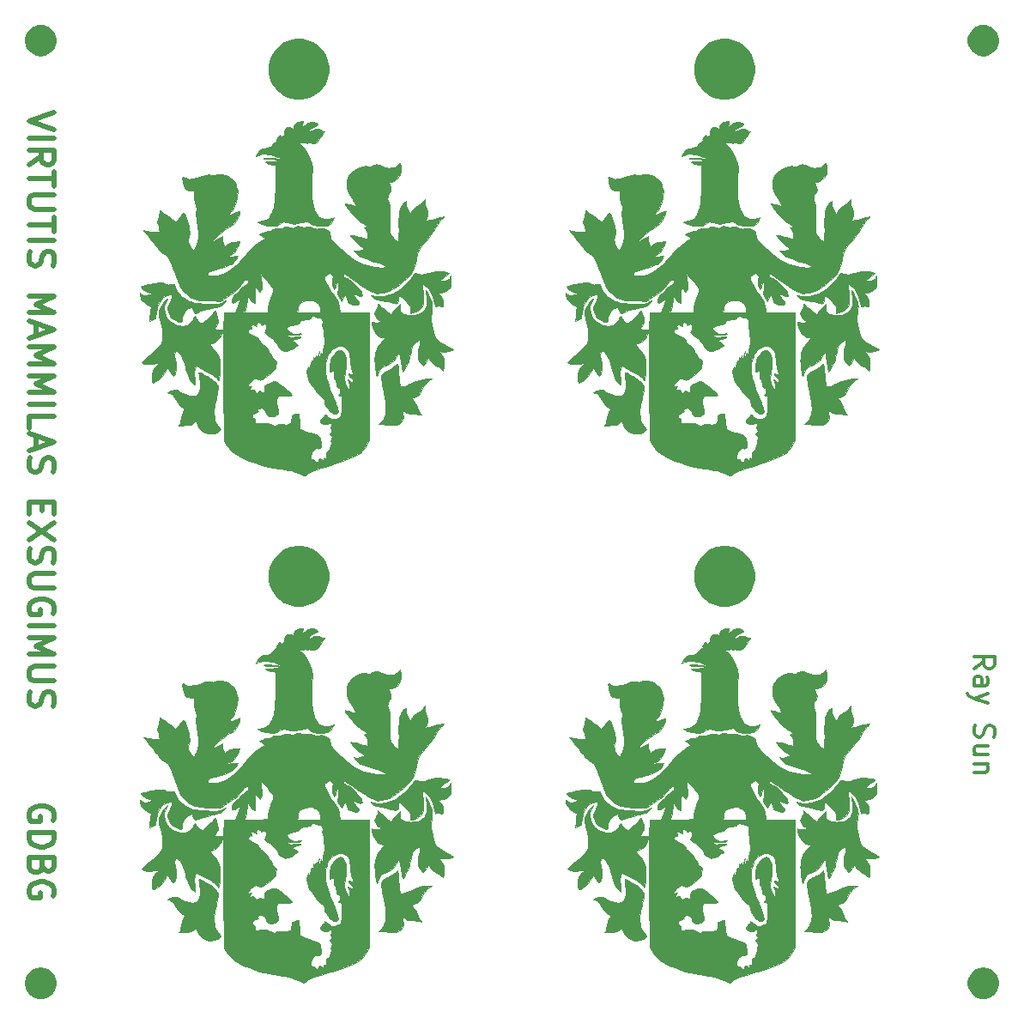
<source format=gts>
%MOIN*%
%OFA0B0*%
%FSLAX46Y46*%
%IPPOS*%
%LPD*%
%ADD10C,0.00039370078740157485*%
%ADD11C,0.0039370078740157488*%
%ADD22C,0.00039370078740157485*%
%ADD23C,0.0039370078740157488*%
%ADD24C,0.00039370078740157485*%
%ADD25C,0.0039370078740157488*%
%ADD26C,0.00039370078740157485*%
%ADD27C,0.0039370078740157488*%
%ADD28C,0.011811023622047244*%
%ADD29C,0.0039370078740157488*%
%ADD30C,0.01968503937007874*%
%ADD31C,0.0039370078740157488*%
D10*
G36*
X0001155981Y0001478606D02*
G01*
X0001156165Y0001476259D01*
X0001155543Y0001471397D01*
X0001154985Y0001468511D01*
X0001154096Y0001462527D01*
X0001154866Y0001459738D01*
X0001157585Y0001460080D01*
X0001162547Y0001463491D01*
X0001165794Y0001466186D01*
X0001175658Y0001472623D01*
X0001186186Y0001476027D01*
X0001196550Y0001476308D01*
X0001205921Y0001473373D01*
X0001209568Y0001470999D01*
X0001213586Y0001467216D01*
X0001213980Y0001464685D01*
X0001210721Y0001462896D01*
X0001209051Y0001462434D01*
X0001203010Y0001460232D01*
X0001195928Y0001456661D01*
X0001188994Y0001452444D01*
X0001183399Y0001448304D01*
X0001180354Y0001445001D01*
X0001178973Y0001440591D01*
X0001180464Y0001438530D01*
X0001184376Y0001438939D01*
X0001190257Y0001441941D01*
X0001190665Y0001442208D01*
X0001199658Y0001447111D01*
X0001207650Y0001448779D01*
X0001215862Y0001447303D01*
X0001222143Y0001444576D01*
X0001228606Y0001441683D01*
X0001234275Y0001439793D01*
X0001236861Y0001439370D01*
X0001241305Y0001439370D01*
X0001237210Y0001435555D01*
X0001234371Y0001432062D01*
X0001230412Y0001426122D01*
X0001226057Y0001418837D01*
X0001224731Y0001416463D01*
X0001216924Y0001404532D01*
X0001208770Y0001396575D01*
X0001200248Y0001392579D01*
X0001191333Y0001392532D01*
X0001185377Y0001394586D01*
X0001180553Y0001396673D01*
X0001177893Y0001396917D01*
X0001176030Y0001395348D01*
X0001175626Y0001394810D01*
X0001173519Y0001392631D01*
X0001171397Y0001393456D01*
X0001169907Y0001394870D01*
X0001166643Y0001396975D01*
X0001164372Y0001395991D01*
X0001160907Y0001394803D01*
X0001154277Y0001394550D01*
X0001149858Y0001394805D01*
X0001137551Y0001395826D01*
X0001144336Y0001390674D01*
X0001156007Y0001379859D01*
X0001166969Y0001366032D01*
X0001176624Y0001350175D01*
X0001184375Y0001333276D01*
X0001189625Y0001316319D01*
X0001189746Y0001315779D01*
X0001191224Y0001308184D01*
X0001192036Y0001301007D01*
X0001192232Y0001293030D01*
X0001191861Y0001283038D01*
X0001191382Y0001275487D01*
X0001190087Y0001250396D01*
X0001189696Y0001226203D01*
X0001190175Y0001203386D01*
X0001191489Y0001182423D01*
X0001193606Y0001163790D01*
X0001196490Y0001147966D01*
X0001200108Y0001135427D01*
X0001201633Y0001131698D01*
X0001209223Y0001117966D01*
X0001217968Y0001107916D01*
X0001228184Y0001101319D01*
X0001240185Y0001097944D01*
X0001248799Y0001097370D01*
X0001259499Y0001098160D01*
X0001267729Y0001100694D01*
X0001269080Y0001101373D01*
X0001273625Y0001103587D01*
X0001276274Y0001104447D01*
X0001276551Y0001104307D01*
X0001275718Y0001102069D01*
X0001273576Y0001097454D01*
X0001271649Y0001093564D01*
X0001265225Y0001083698D01*
X0001257583Y0001076587D01*
X0001249368Y0001072804D01*
X0001247992Y0001072537D01*
X0001234254Y0001070867D01*
X0001222895Y0001070567D01*
X0001212553Y0001071603D01*
X0001212551Y0001071604D01*
X0001196630Y0001075542D01*
X0001183583Y0001081735D01*
X0001179235Y0001084746D01*
X0001172392Y0001089965D01*
X0001146961Y0001084607D01*
X0001136375Y0001082422D01*
X0001128666Y0001081037D01*
X0001122806Y0001080389D01*
X0001117768Y0001080415D01*
X0001112523Y0001081052D01*
X0001106541Y0001082142D01*
X0001098399Y0001083855D01*
X0001091096Y0001085638D01*
X0001086130Y0001087123D01*
X0001085914Y0001087204D01*
X0001082137Y0001088197D01*
X0001078592Y0001087568D01*
X0001073888Y0001084941D01*
X0001071392Y0001083261D01*
X0001061249Y0001077024D01*
X0001052065Y0001073324D01*
X0001042224Y0001071636D01*
X0001034713Y0001071370D01*
X0001015181Y0001072823D01*
X0000998068Y0001077234D01*
X0000989551Y0001080952D01*
X0000979551Y0001086037D01*
X0000986551Y0001087799D01*
X0001000581Y0001091634D01*
X0001011474Y0001095590D01*
X0001019856Y0001100279D01*
X0001026351Y0001106316D01*
X0001031584Y0001114312D01*
X0001036180Y0001124883D01*
X0001040764Y0001138640D01*
X0001041790Y0001142014D01*
X0001043524Y0001148249D01*
X0001044881Y0001154491D01*
X0001045944Y0001161475D01*
X0001046797Y0001169933D01*
X0001047522Y0001180599D01*
X0001048203Y0001194206D01*
X0001048512Y0001201370D01*
X0001049109Y0001216670D01*
X0001049675Y0001233022D01*
X0001050169Y0001249146D01*
X0001050554Y0001263763D01*
X0001050780Y0001275035D01*
X0001050920Y0001287468D01*
X0001050786Y0001296460D01*
X0001050210Y0001302569D01*
X0001049025Y0001306354D01*
X0001047061Y0001308372D01*
X0001044151Y0001309182D01*
X0001040440Y0001309339D01*
X0001036121Y0001309906D01*
X0001030293Y0001311347D01*
X0001023883Y0001313333D01*
X0001017818Y0001315531D01*
X0001013025Y0001317612D01*
X0001010429Y0001319245D01*
X0001010551Y0001320005D01*
X0001013705Y0001320522D01*
X0001019885Y0001321075D01*
X0001028118Y0001321588D01*
X0001035126Y0001321903D01*
X0001047309Y0001322695D01*
X0001055588Y0001323995D01*
X0001059941Y0001325799D01*
X0001060350Y0001328101D01*
X0001059753Y0001328836D01*
X0001057282Y0001329455D01*
X0001051608Y0001330063D01*
X0001043527Y0001330596D01*
X0001033834Y0001330991D01*
X0001031886Y0001331045D01*
X0001021961Y0001331413D01*
X0001013482Y0001331939D01*
X0001007248Y0001332558D01*
X0001004064Y0001333206D01*
X0001003872Y0001333324D01*
X0001004091Y0001334709D01*
X0001007530Y0001335713D01*
X0001013423Y0001336320D01*
X0001021006Y0001336513D01*
X0001029514Y0001336276D01*
X0001038183Y0001335594D01*
X0001046249Y0001334449D01*
X0001047320Y0001334244D01*
X0001056764Y0001332572D01*
X0001062912Y0001332011D01*
X0001066300Y0001332525D01*
X0001066951Y0001332970D01*
X0001066893Y0001335050D01*
X0001063517Y0001337543D01*
X0001057464Y0001340268D01*
X0001049370Y0001343044D01*
X0001039875Y0001345690D01*
X0001029617Y0001348024D01*
X0001019235Y0001349865D01*
X0001009368Y0001351033D01*
X0001002108Y0001351362D01*
X0000996076Y0001350533D01*
X0000988531Y0001348394D01*
X0000983631Y0001346490D01*
X0000972598Y0001341610D01*
X0000975602Y0001348990D01*
X0000981884Y0001359333D01*
X0000991023Y0001367332D01*
X0001002280Y0001372392D01*
X0001005755Y0001373210D01*
X0001017041Y0001375531D01*
X0001025064Y0001377657D01*
X0001030532Y0001379856D01*
X0001034156Y0001382394D01*
X0001036008Y0001384562D01*
X0001041499Y0001392194D01*
X0001045641Y0001397100D01*
X0001049206Y0001399848D01*
X0001083418Y0001399848D01*
X0001085384Y0001399527D01*
X0001087978Y0001399895D01*
X0001088009Y0001400578D01*
X0001085332Y0001401055D01*
X0001084176Y0001400736D01*
X0001083418Y0001399848D01*
X0001049206Y0001399848D01*
X0001049276Y0001399902D01*
X0001053246Y0001401220D01*
X0001058391Y0001401676D01*
X0001059228Y0001401706D01*
X0001064665Y0001401936D01*
X0001066305Y0001402197D01*
X0001064349Y0001402570D01*
X0001062051Y0001402827D01*
X0001057099Y0001403694D01*
X0001054986Y0001405540D01*
X0001054551Y0001409198D01*
X0001055745Y0001413814D01*
X0001058672Y0001418949D01*
X0001062351Y0001423241D01*
X0001065798Y0001425330D01*
X0001066222Y0001425370D01*
X0001068167Y0001423704D01*
X0001069130Y0001421370D01*
X0001071080Y0001417961D01*
X0001074361Y0001418106D01*
X0001079179Y0001421823D01*
X0001079642Y0001422279D01*
X0001082907Y0001426616D01*
X0001084336Y0001432019D01*
X0001084551Y0001436930D01*
X0001085079Y0001443911D01*
X0001087011Y0001448569D01*
X0001089180Y0001451021D01*
X0001095704Y0001454593D01*
X0001103480Y0001454911D01*
X0001110551Y0001452370D01*
X0001115795Y0001449934D01*
X0001118911Y0001450419D01*
X0001120687Y0001454243D01*
X0001121412Y0001458139D01*
X0001123089Y0001464405D01*
X0001125681Y0001469390D01*
X0001126576Y0001470393D01*
X0001129993Y0001472345D01*
X0001135609Y0001474506D01*
X0001142221Y0001476543D01*
X0001148630Y0001478118D01*
X0001153635Y0001478896D01*
X0001155981Y0001478606D01*
X0001155981Y0001478606D01*
G37*
X0001155981Y0001478606D02*
X0001156165Y0001476259D01*
X0001155543Y0001471397D01*
X0001154985Y0001468511D01*
X0001154096Y0001462527D01*
X0001154866Y0001459738D01*
X0001157585Y0001460080D01*
X0001162547Y0001463491D01*
X0001165794Y0001466186D01*
X0001175658Y0001472623D01*
X0001186186Y0001476027D01*
X0001196550Y0001476308D01*
X0001205921Y0001473373D01*
X0001209568Y0001470999D01*
X0001213586Y0001467216D01*
X0001213980Y0001464685D01*
X0001210721Y0001462896D01*
X0001209051Y0001462434D01*
X0001203010Y0001460232D01*
X0001195928Y0001456661D01*
X0001188994Y0001452444D01*
X0001183399Y0001448304D01*
X0001180354Y0001445001D01*
X0001178973Y0001440591D01*
X0001180464Y0001438530D01*
X0001184376Y0001438939D01*
X0001190257Y0001441941D01*
X0001190665Y0001442208D01*
X0001199658Y0001447111D01*
X0001207650Y0001448779D01*
X0001215862Y0001447303D01*
X0001222143Y0001444576D01*
X0001228606Y0001441683D01*
X0001234275Y0001439793D01*
X0001236861Y0001439370D01*
X0001241305Y0001439370D01*
X0001237210Y0001435555D01*
X0001234371Y0001432062D01*
X0001230412Y0001426122D01*
X0001226057Y0001418837D01*
X0001224731Y0001416463D01*
X0001216924Y0001404532D01*
X0001208770Y0001396575D01*
X0001200248Y0001392579D01*
X0001191333Y0001392532D01*
X0001185377Y0001394586D01*
X0001180553Y0001396673D01*
X0001177893Y0001396917D01*
X0001176030Y0001395348D01*
X0001175626Y0001394810D01*
X0001173519Y0001392631D01*
X0001171397Y0001393456D01*
X0001169907Y0001394870D01*
X0001166643Y0001396975D01*
X0001164372Y0001395991D01*
X0001160907Y0001394803D01*
X0001154277Y0001394550D01*
X0001149858Y0001394805D01*
X0001137551Y0001395826D01*
X0001144336Y0001390674D01*
X0001156007Y0001379859D01*
X0001166969Y0001366032D01*
X0001176624Y0001350175D01*
X0001184375Y0001333276D01*
X0001189625Y0001316319D01*
X0001189746Y0001315779D01*
X0001191224Y0001308184D01*
X0001192036Y0001301007D01*
X0001192232Y0001293030D01*
X0001191861Y0001283038D01*
X0001191382Y0001275487D01*
X0001190087Y0001250396D01*
X0001189696Y0001226203D01*
X0001190175Y0001203386D01*
X0001191489Y0001182423D01*
X0001193606Y0001163790D01*
X0001196490Y0001147966D01*
X0001200108Y0001135427D01*
X0001201633Y0001131698D01*
X0001209223Y0001117966D01*
X0001217968Y0001107916D01*
X0001228184Y0001101319D01*
X0001240185Y0001097944D01*
X0001248799Y0001097370D01*
X0001259499Y0001098160D01*
X0001267729Y0001100694D01*
X0001269080Y0001101373D01*
X0001273625Y0001103587D01*
X0001276274Y0001104447D01*
X0001276551Y0001104307D01*
X0001275718Y0001102069D01*
X0001273576Y0001097454D01*
X0001271649Y0001093564D01*
X0001265225Y0001083698D01*
X0001257583Y0001076587D01*
X0001249368Y0001072804D01*
X0001247992Y0001072537D01*
X0001234254Y0001070867D01*
X0001222895Y0001070567D01*
X0001212553Y0001071603D01*
X0001212551Y0001071604D01*
X0001196630Y0001075542D01*
X0001183583Y0001081735D01*
X0001179235Y0001084746D01*
X0001172392Y0001089965D01*
X0001146961Y0001084607D01*
X0001136375Y0001082422D01*
X0001128666Y0001081037D01*
X0001122806Y0001080389D01*
X0001117768Y0001080415D01*
X0001112523Y0001081052D01*
X0001106541Y0001082142D01*
X0001098399Y0001083855D01*
X0001091096Y0001085638D01*
X0001086130Y0001087123D01*
X0001085914Y0001087204D01*
X0001082137Y0001088197D01*
X0001078592Y0001087568D01*
X0001073888Y0001084941D01*
X0001071392Y0001083261D01*
X0001061249Y0001077024D01*
X0001052065Y0001073324D01*
X0001042224Y0001071636D01*
X0001034713Y0001071370D01*
X0001015181Y0001072823D01*
X0000998068Y0001077234D01*
X0000989551Y0001080952D01*
X0000979551Y0001086037D01*
X0000986551Y0001087799D01*
X0001000581Y0001091634D01*
X0001011474Y0001095590D01*
X0001019856Y0001100279D01*
X0001026351Y0001106316D01*
X0001031584Y0001114312D01*
X0001036180Y0001124883D01*
X0001040764Y0001138640D01*
X0001041790Y0001142014D01*
X0001043524Y0001148249D01*
X0001044881Y0001154491D01*
X0001045944Y0001161475D01*
X0001046797Y0001169933D01*
X0001047522Y0001180599D01*
X0001048203Y0001194206D01*
X0001048512Y0001201370D01*
X0001049109Y0001216670D01*
X0001049675Y0001233022D01*
X0001050169Y0001249146D01*
X0001050554Y0001263763D01*
X0001050780Y0001275035D01*
X0001050920Y0001287468D01*
X0001050786Y0001296460D01*
X0001050210Y0001302569D01*
X0001049025Y0001306354D01*
X0001047061Y0001308372D01*
X0001044151Y0001309182D01*
X0001040440Y0001309339D01*
X0001036121Y0001309906D01*
X0001030293Y0001311347D01*
X0001023883Y0001313333D01*
X0001017818Y0001315531D01*
X0001013025Y0001317612D01*
X0001010429Y0001319245D01*
X0001010551Y0001320005D01*
X0001013705Y0001320522D01*
X0001019885Y0001321075D01*
X0001028118Y0001321588D01*
X0001035126Y0001321903D01*
X0001047309Y0001322695D01*
X0001055588Y0001323995D01*
X0001059941Y0001325799D01*
X0001060350Y0001328101D01*
X0001059753Y0001328836D01*
X0001057282Y0001329455D01*
X0001051608Y0001330063D01*
X0001043527Y0001330596D01*
X0001033834Y0001330991D01*
X0001031886Y0001331045D01*
X0001021961Y0001331413D01*
X0001013482Y0001331939D01*
X0001007248Y0001332558D01*
X0001004064Y0001333206D01*
X0001003872Y0001333324D01*
X0001004091Y0001334709D01*
X0001007530Y0001335713D01*
X0001013423Y0001336320D01*
X0001021006Y0001336513D01*
X0001029514Y0001336276D01*
X0001038183Y0001335594D01*
X0001046249Y0001334449D01*
X0001047320Y0001334244D01*
X0001056764Y0001332572D01*
X0001062912Y0001332011D01*
X0001066300Y0001332525D01*
X0001066951Y0001332970D01*
X0001066893Y0001335050D01*
X0001063517Y0001337543D01*
X0001057464Y0001340268D01*
X0001049370Y0001343044D01*
X0001039875Y0001345690D01*
X0001029617Y0001348024D01*
X0001019235Y0001349865D01*
X0001009368Y0001351033D01*
X0001002108Y0001351362D01*
X0000996076Y0001350533D01*
X0000988531Y0001348394D01*
X0000983631Y0001346490D01*
X0000972598Y0001341610D01*
X0000975602Y0001348990D01*
X0000981884Y0001359333D01*
X0000991023Y0001367332D01*
X0001002280Y0001372392D01*
X0001005755Y0001373210D01*
X0001017041Y0001375531D01*
X0001025064Y0001377657D01*
X0001030532Y0001379856D01*
X0001034156Y0001382394D01*
X0001036008Y0001384562D01*
X0001041499Y0001392194D01*
X0001045641Y0001397100D01*
X0001049206Y0001399848D01*
X0001083418Y0001399848D01*
X0001085384Y0001399527D01*
X0001087978Y0001399895D01*
X0001088009Y0001400578D01*
X0001085332Y0001401055D01*
X0001084176Y0001400736D01*
X0001083418Y0001399848D01*
X0001049206Y0001399848D01*
X0001049276Y0001399902D01*
X0001053246Y0001401220D01*
X0001058391Y0001401676D01*
X0001059228Y0001401706D01*
X0001064665Y0001401936D01*
X0001066305Y0001402197D01*
X0001064349Y0001402570D01*
X0001062051Y0001402827D01*
X0001057099Y0001403694D01*
X0001054986Y0001405540D01*
X0001054551Y0001409198D01*
X0001055745Y0001413814D01*
X0001058672Y0001418949D01*
X0001062351Y0001423241D01*
X0001065798Y0001425330D01*
X0001066222Y0001425370D01*
X0001068167Y0001423704D01*
X0001069130Y0001421370D01*
X0001071080Y0001417961D01*
X0001074361Y0001418106D01*
X0001079179Y0001421823D01*
X0001079642Y0001422279D01*
X0001082907Y0001426616D01*
X0001084336Y0001432019D01*
X0001084551Y0001436930D01*
X0001085079Y0001443911D01*
X0001087011Y0001448569D01*
X0001089180Y0001451021D01*
X0001095704Y0001454593D01*
X0001103480Y0001454911D01*
X0001110551Y0001452370D01*
X0001115795Y0001449934D01*
X0001118911Y0001450419D01*
X0001120687Y0001454243D01*
X0001121412Y0001458139D01*
X0001123089Y0001464405D01*
X0001125681Y0001469390D01*
X0001126576Y0001470393D01*
X0001129993Y0001472345D01*
X0001135609Y0001474506D01*
X0001142221Y0001476543D01*
X0001148630Y0001478118D01*
X0001153635Y0001478896D01*
X0001155981Y0001478606D01*
G36*
X0001699837Y0000895665D02*
G01*
X0001714344Y0000892703D01*
X0001724255Y0000890092D01*
X0001724106Y0000888718D01*
X0001721161Y0000885784D01*
X0001716010Y0000881861D01*
X0001715255Y0000881340D01*
X0001707556Y0000875791D01*
X0001699640Y0000869635D01*
X0001694551Y0000865361D01*
X0001685551Y0000857380D01*
X0001696551Y0000857488D01*
X0001707994Y0000858362D01*
X0001716426Y0000860943D01*
X0001722589Y0000865554D01*
X0001726070Y0000870370D01*
X0001730701Y0000878370D01*
X0001730126Y0000855996D01*
X0001729829Y0000846210D01*
X0001729401Y0000839530D01*
X0001728636Y0000835061D01*
X0001727329Y0000831908D01*
X0001725275Y0000829176D01*
X0001723551Y0000827317D01*
X0001717508Y0000821757D01*
X0001711118Y0000817906D01*
X0001703058Y0000815113D01*
X0001695025Y0000813303D01*
X0001688600Y0000811896D01*
X0001684096Y0000810635D01*
X0001682551Y0000809852D01*
X0001683777Y0000807925D01*
X0001686913Y0000804093D01*
X0001689362Y0000801315D01*
X0001695157Y0000792395D01*
X0001698939Y0000781472D01*
X0001700233Y0000770234D01*
X0001699695Y0000764435D01*
X0001698390Y0000759612D01*
X0001696588Y0000758024D01*
X0001694929Y0000758342D01*
X0001684310Y0000760858D01*
X0001674941Y0000759803D01*
X0001674650Y0000759704D01*
X0001670466Y0000758518D01*
X0001668808Y0000759314D01*
X0001668516Y0000761974D01*
X0001667277Y0000772861D01*
X0001663990Y0000785753D01*
X0001659079Y0000799509D01*
X0001652964Y0000812987D01*
X0001646069Y0000825046D01*
X0001644160Y0000827865D01*
X0001640747Y0000831684D01*
X0001635871Y0000835980D01*
X0001630496Y0000840052D01*
X0001625583Y0000843201D01*
X0001622097Y0000844727D01*
X0001621121Y0000844606D01*
X0001620883Y0000842328D01*
X0001620945Y0000836742D01*
X0001621283Y0000828523D01*
X0001621870Y0000818352D01*
X0001622472Y0000809649D01*
X0001623230Y0000797958D01*
X0001623727Y0000787239D01*
X0001623941Y0000778309D01*
X0001623848Y0000771984D01*
X0001623596Y0000769575D01*
X0001619674Y0000760153D01*
X0001612611Y0000751197D01*
X0001603259Y0000743428D01*
X0001592470Y0000737565D01*
X0001582051Y0000734480D01*
X0001574551Y0000733188D01*
X0001574551Y0000744979D01*
X0001574178Y0000752627D01*
X0001572693Y0000758183D01*
X0001569544Y0000763518D01*
X0001568780Y0000764570D01*
X0001564692Y0000769513D01*
X0001559023Y0000775601D01*
X0001552377Y0000782274D01*
X0001545354Y0000788975D01*
X0001538558Y0000795146D01*
X0001532591Y0000800229D01*
X0001528055Y0000803666D01*
X0001525552Y0000804899D01*
X0001525332Y0000804817D01*
X0001525384Y0000802597D01*
X0001526564Y0000798209D01*
X0001526802Y0000797507D01*
X0001527810Y0000789408D01*
X0001526034Y0000780896D01*
X0001521913Y0000773750D01*
X0001520620Y0000772432D01*
X0001518215Y0000770539D01*
X0001515776Y0000769926D01*
X0001512117Y0000770646D01*
X0001506054Y0000772750D01*
X0001505102Y0000773100D01*
X0001496922Y0000775599D01*
X0001487037Y0000777899D01*
X0001478551Y0000779356D01*
X0001459102Y0000782630D01*
X0001443442Y0000786777D01*
X0001431446Y0000791840D01*
X0001422987Y0000797864D01*
X0001421741Y0000799153D01*
X0001419591Y0000801741D01*
X0001419406Y0000802979D01*
X0001421698Y0000802913D01*
X0001426976Y0000801591D01*
X0001432143Y0000800111D01*
X0001444259Y0000798133D01*
X0001458723Y0000798273D01*
X0001474593Y0000800377D01*
X0001490927Y0000804288D01*
X0001506781Y0000809853D01*
X0001515551Y0000813859D01*
X0001524234Y0000819206D01*
X0001534507Y0000827071D01*
X0001545620Y0000836730D01*
X0001556822Y0000847457D01*
X0001567361Y0000858529D01*
X0001576488Y0000869219D01*
X0001583451Y0000878802D01*
X0001584432Y0000880380D01*
X0001587345Y0000885207D01*
X0001589241Y0000888332D01*
X0001589586Y0000888891D01*
X0001591483Y0000888604D01*
X0001595893Y0000887277D01*
X0001598490Y0000886391D01*
X0001608012Y0000884040D01*
X0001618303Y0000883671D01*
X0001630212Y0000885338D01*
X0001644582Y0000889096D01*
X0001645805Y0000889471D01*
X0001661166Y0000893745D01*
X0001674475Y0000896196D01*
X0001686956Y0000896833D01*
X0001699837Y0000895665D01*
X0001699837Y0000895665D01*
G37*
X0001699837Y0000895665D02*
X0001714344Y0000892703D01*
X0001724255Y0000890092D01*
X0001724106Y0000888718D01*
X0001721161Y0000885784D01*
X0001716010Y0000881861D01*
X0001715255Y0000881340D01*
X0001707556Y0000875791D01*
X0001699640Y0000869635D01*
X0001694551Y0000865361D01*
X0001685551Y0000857380D01*
X0001696551Y0000857488D01*
X0001707994Y0000858362D01*
X0001716426Y0000860943D01*
X0001722589Y0000865554D01*
X0001726070Y0000870370D01*
X0001730701Y0000878370D01*
X0001730126Y0000855996D01*
X0001729829Y0000846210D01*
X0001729401Y0000839530D01*
X0001728636Y0000835061D01*
X0001727329Y0000831908D01*
X0001725275Y0000829176D01*
X0001723551Y0000827317D01*
X0001717508Y0000821757D01*
X0001711118Y0000817906D01*
X0001703058Y0000815113D01*
X0001695025Y0000813303D01*
X0001688600Y0000811896D01*
X0001684096Y0000810635D01*
X0001682551Y0000809852D01*
X0001683777Y0000807925D01*
X0001686913Y0000804093D01*
X0001689362Y0000801315D01*
X0001695157Y0000792395D01*
X0001698939Y0000781472D01*
X0001700233Y0000770234D01*
X0001699695Y0000764435D01*
X0001698390Y0000759612D01*
X0001696588Y0000758024D01*
X0001694929Y0000758342D01*
X0001684310Y0000760858D01*
X0001674941Y0000759803D01*
X0001674650Y0000759704D01*
X0001670466Y0000758518D01*
X0001668808Y0000759314D01*
X0001668516Y0000761974D01*
X0001667277Y0000772861D01*
X0001663990Y0000785753D01*
X0001659079Y0000799509D01*
X0001652964Y0000812987D01*
X0001646069Y0000825046D01*
X0001644160Y0000827865D01*
X0001640747Y0000831684D01*
X0001635871Y0000835980D01*
X0001630496Y0000840052D01*
X0001625583Y0000843201D01*
X0001622097Y0000844727D01*
X0001621121Y0000844606D01*
X0001620883Y0000842328D01*
X0001620945Y0000836742D01*
X0001621283Y0000828523D01*
X0001621870Y0000818352D01*
X0001622472Y0000809649D01*
X0001623230Y0000797958D01*
X0001623727Y0000787239D01*
X0001623941Y0000778309D01*
X0001623848Y0000771984D01*
X0001623596Y0000769575D01*
X0001619674Y0000760153D01*
X0001612611Y0000751197D01*
X0001603259Y0000743428D01*
X0001592470Y0000737565D01*
X0001582051Y0000734480D01*
X0001574551Y0000733188D01*
X0001574551Y0000744979D01*
X0001574178Y0000752627D01*
X0001572693Y0000758183D01*
X0001569544Y0000763518D01*
X0001568780Y0000764570D01*
X0001564692Y0000769513D01*
X0001559023Y0000775601D01*
X0001552377Y0000782274D01*
X0001545354Y0000788975D01*
X0001538558Y0000795146D01*
X0001532591Y0000800229D01*
X0001528055Y0000803666D01*
X0001525552Y0000804899D01*
X0001525332Y0000804817D01*
X0001525384Y0000802597D01*
X0001526564Y0000798209D01*
X0001526802Y0000797507D01*
X0001527810Y0000789408D01*
X0001526034Y0000780896D01*
X0001521913Y0000773750D01*
X0001520620Y0000772432D01*
X0001518215Y0000770539D01*
X0001515776Y0000769926D01*
X0001512117Y0000770646D01*
X0001506054Y0000772750D01*
X0001505102Y0000773100D01*
X0001496922Y0000775599D01*
X0001487037Y0000777899D01*
X0001478551Y0000779356D01*
X0001459102Y0000782630D01*
X0001443442Y0000786777D01*
X0001431446Y0000791840D01*
X0001422987Y0000797864D01*
X0001421741Y0000799153D01*
X0001419591Y0000801741D01*
X0001419406Y0000802979D01*
X0001421698Y0000802913D01*
X0001426976Y0000801591D01*
X0001432143Y0000800111D01*
X0001444259Y0000798133D01*
X0001458723Y0000798273D01*
X0001474593Y0000800377D01*
X0001490927Y0000804288D01*
X0001506781Y0000809853D01*
X0001515551Y0000813859D01*
X0001524234Y0000819206D01*
X0001534507Y0000827071D01*
X0001545620Y0000836730D01*
X0001556822Y0000847457D01*
X0001567361Y0000858529D01*
X0001576488Y0000869219D01*
X0001583451Y0000878802D01*
X0001584432Y0000880380D01*
X0001587345Y0000885207D01*
X0001589241Y0000888332D01*
X0001589586Y0000888891D01*
X0001591483Y0000888604D01*
X0001595893Y0000887277D01*
X0001598490Y0000886391D01*
X0001608012Y0000884040D01*
X0001618303Y0000883671D01*
X0001630212Y0000885338D01*
X0001644582Y0000889096D01*
X0001645805Y0000889471D01*
X0001661166Y0000893745D01*
X0001674475Y0000896196D01*
X0001686956Y0000896833D01*
X0001699837Y0000895665D01*
G36*
X0000609742Y0000851251D02*
G01*
X0000615791Y0000849357D01*
X0000622145Y0000846372D01*
X0000627035Y0000844475D01*
X0000632724Y0000843794D01*
X0000640651Y0000844182D01*
X0000642145Y0000844325D01*
X0000655551Y0000845668D01*
X0000661106Y0000833019D01*
X0000670903Y0000815215D01*
X0000683449Y0000800282D01*
X0000698888Y0000788074D01*
X0000713366Y0000780197D01*
X0000719569Y0000777600D01*
X0000726007Y0000775510D01*
X0000733314Y0000773825D01*
X0000742122Y0000772446D01*
X0000753065Y0000771272D01*
X0000766776Y0000770202D01*
X0000782817Y0000769199D01*
X0000799059Y0000768381D01*
X0000811949Y0000768084D01*
X0000822113Y0000768387D01*
X0000830174Y0000769369D01*
X0000836757Y0000771112D01*
X0000842485Y0000773693D01*
X0000847985Y0000777192D01*
X0000848514Y0000777573D01*
X0000853087Y0000780689D01*
X0000855998Y0000782295D01*
X0000856551Y0000782296D01*
X0000855286Y0000780390D01*
X0000851973Y0000776453D01*
X0000847372Y0000771385D01*
X0000842042Y0000766218D01*
X0000836496Y0000762235D01*
X0000829910Y0000759088D01*
X0000821459Y0000756429D01*
X0000810317Y0000753907D01*
X0000802551Y0000752417D01*
X0000785353Y0000748868D01*
X0000770451Y0000745032D01*
X0000758368Y0000741064D01*
X0000749626Y0000737120D01*
X0000748016Y0000736150D01*
X0000742646Y0000733155D01*
X0000738908Y0000732545D01*
X0000736536Y0000733377D01*
X0000732025Y0000737580D01*
X0000728414Y0000744045D01*
X0000726613Y0000751035D01*
X0000726551Y0000752405D01*
X0000726057Y0000756089D01*
X0000723870Y0000756737D01*
X0000722051Y0000756282D01*
X0000710980Y0000751725D01*
X0000702480Y0000745182D01*
X0000697872Y0000739644D01*
X0000692874Y0000732358D01*
X0000689800Y0000726517D01*
X0000688026Y0000720483D01*
X0000686925Y0000712617D01*
X0000686703Y0000710389D01*
X0000685605Y0000702873D01*
X0000684021Y0000698877D01*
X0000682551Y0000697927D01*
X0000679366Y0000698443D01*
X0000673662Y0000700245D01*
X0000666560Y0000702969D01*
X0000665111Y0000703575D01*
X0000655712Y0000708236D01*
X0000648133Y0000713292D01*
X0000644816Y0000716373D01*
X0000640460Y0000722668D01*
X0000636263Y0000730930D01*
X0000632848Y0000739673D01*
X0000630836Y0000747410D01*
X0000630551Y0000750463D01*
X0000631318Y0000754366D01*
X0000633383Y0000760858D01*
X0000636389Y0000768887D01*
X0000638548Y0000774125D01*
X0000642119Y0000782821D01*
X0000645160Y0000790849D01*
X0000647245Y0000797049D01*
X0000647843Y0000799332D01*
X0000649141Y0000805821D01*
X0000640346Y0000804448D01*
X0000630369Y0000801865D01*
X0000620221Y0000797532D01*
X0000611330Y0000792164D01*
X0000605521Y0000786969D01*
X0000596354Y0000773097D01*
X0000589613Y0000756274D01*
X0000585399Y0000736804D01*
X0000584058Y0000722755D01*
X0000583551Y0000713141D01*
X0000560492Y0000703792D01*
X0000561661Y0000720081D01*
X0000562474Y0000729307D01*
X0000563524Y0000738383D01*
X0000564596Y0000745473D01*
X0000564690Y0000745968D01*
X0000565967Y0000752880D01*
X0000566195Y0000756906D01*
X0000565032Y0000759097D01*
X0000562134Y0000760506D01*
X0000559687Y0000761325D01*
X0000550318Y0000766043D01*
X0000540358Y0000773997D01*
X0000531624Y0000783282D01*
X0000527282Y0000789097D01*
X0000525175Y0000794170D01*
X0000524560Y0000800438D01*
X0000524551Y0000801737D01*
X0000524551Y0000811725D01*
X0000530704Y0000806547D01*
X0000538559Y0000802301D01*
X0000547786Y0000801699D01*
X0000558523Y0000804737D01*
X0000560551Y0000805634D01*
X0000569551Y0000809812D01*
X0000559448Y0000813334D01*
X0000552266Y0000816040D01*
X0000545594Y0000818880D01*
X0000543186Y0000820041D01*
X0000539024Y0000822838D01*
X0000534461Y0000826822D01*
X0000530381Y0000831073D01*
X0000527668Y0000834670D01*
X0000527202Y0000836688D01*
X0000529953Y0000837949D01*
X0000535797Y0000839751D01*
X0000543896Y0000841895D01*
X0000553412Y0000844181D01*
X0000563507Y0000846412D01*
X0000573343Y0000848388D01*
X0000582082Y0000849910D01*
X0000584388Y0000850252D01*
X0000595202Y0000851579D01*
X0000603266Y0000851952D01*
X0000609742Y0000851251D01*
X0000609742Y0000851251D01*
G37*
X0000609742Y0000851251D02*
X0000615791Y0000849357D01*
X0000622145Y0000846372D01*
X0000627035Y0000844475D01*
X0000632724Y0000843794D01*
X0000640651Y0000844182D01*
X0000642145Y0000844325D01*
X0000655551Y0000845668D01*
X0000661106Y0000833019D01*
X0000670903Y0000815215D01*
X0000683449Y0000800282D01*
X0000698888Y0000788074D01*
X0000713366Y0000780197D01*
X0000719569Y0000777600D01*
X0000726007Y0000775510D01*
X0000733314Y0000773825D01*
X0000742122Y0000772446D01*
X0000753065Y0000771272D01*
X0000766776Y0000770202D01*
X0000782817Y0000769199D01*
X0000799059Y0000768381D01*
X0000811949Y0000768084D01*
X0000822113Y0000768387D01*
X0000830174Y0000769369D01*
X0000836757Y0000771112D01*
X0000842485Y0000773693D01*
X0000847985Y0000777192D01*
X0000848514Y0000777573D01*
X0000853087Y0000780689D01*
X0000855998Y0000782295D01*
X0000856551Y0000782296D01*
X0000855286Y0000780390D01*
X0000851973Y0000776453D01*
X0000847372Y0000771385D01*
X0000842042Y0000766218D01*
X0000836496Y0000762235D01*
X0000829910Y0000759088D01*
X0000821459Y0000756429D01*
X0000810317Y0000753907D01*
X0000802551Y0000752417D01*
X0000785353Y0000748868D01*
X0000770451Y0000745032D01*
X0000758368Y0000741064D01*
X0000749626Y0000737120D01*
X0000748016Y0000736150D01*
X0000742646Y0000733155D01*
X0000738908Y0000732545D01*
X0000736536Y0000733377D01*
X0000732025Y0000737580D01*
X0000728414Y0000744045D01*
X0000726613Y0000751035D01*
X0000726551Y0000752405D01*
X0000726057Y0000756089D01*
X0000723870Y0000756737D01*
X0000722051Y0000756282D01*
X0000710980Y0000751725D01*
X0000702480Y0000745182D01*
X0000697872Y0000739644D01*
X0000692874Y0000732358D01*
X0000689800Y0000726517D01*
X0000688026Y0000720483D01*
X0000686925Y0000712617D01*
X0000686703Y0000710389D01*
X0000685605Y0000702873D01*
X0000684021Y0000698877D01*
X0000682551Y0000697927D01*
X0000679366Y0000698443D01*
X0000673662Y0000700245D01*
X0000666560Y0000702969D01*
X0000665111Y0000703575D01*
X0000655712Y0000708236D01*
X0000648133Y0000713292D01*
X0000644816Y0000716373D01*
X0000640460Y0000722668D01*
X0000636263Y0000730930D01*
X0000632848Y0000739673D01*
X0000630836Y0000747410D01*
X0000630551Y0000750463D01*
X0000631318Y0000754366D01*
X0000633383Y0000760858D01*
X0000636389Y0000768887D01*
X0000638548Y0000774125D01*
X0000642119Y0000782821D01*
X0000645160Y0000790849D01*
X0000647245Y0000797049D01*
X0000647843Y0000799332D01*
X0000649141Y0000805821D01*
X0000640346Y0000804448D01*
X0000630369Y0000801865D01*
X0000620221Y0000797532D01*
X0000611330Y0000792164D01*
X0000605521Y0000786969D01*
X0000596354Y0000773097D01*
X0000589613Y0000756274D01*
X0000585399Y0000736804D01*
X0000584058Y0000722755D01*
X0000583551Y0000713141D01*
X0000560492Y0000703792D01*
X0000561661Y0000720081D01*
X0000562474Y0000729307D01*
X0000563524Y0000738383D01*
X0000564596Y0000745473D01*
X0000564690Y0000745968D01*
X0000565967Y0000752880D01*
X0000566195Y0000756906D01*
X0000565032Y0000759097D01*
X0000562134Y0000760506D01*
X0000559687Y0000761325D01*
X0000550318Y0000766043D01*
X0000540358Y0000773997D01*
X0000531624Y0000783282D01*
X0000527282Y0000789097D01*
X0000525175Y0000794170D01*
X0000524560Y0000800438D01*
X0000524551Y0000801737D01*
X0000524551Y0000811725D01*
X0000530704Y0000806547D01*
X0000538559Y0000802301D01*
X0000547786Y0000801699D01*
X0000558523Y0000804737D01*
X0000560551Y0000805634D01*
X0000569551Y0000809812D01*
X0000559448Y0000813334D01*
X0000552266Y0000816040D01*
X0000545594Y0000818880D01*
X0000543186Y0000820041D01*
X0000539024Y0000822838D01*
X0000534461Y0000826822D01*
X0000530381Y0000831073D01*
X0000527668Y0000834670D01*
X0000527202Y0000836688D01*
X0000529953Y0000837949D01*
X0000535797Y0000839751D01*
X0000543896Y0000841895D01*
X0000553412Y0000844181D01*
X0000563507Y0000846412D01*
X0000573343Y0000848388D01*
X0000582082Y0000849910D01*
X0000584388Y0000850252D01*
X0000595202Y0000851579D01*
X0000603266Y0000851952D01*
X0000609742Y0000851251D01*
G36*
X0001634735Y0000821798D02*
G01*
X0001637052Y0000817748D01*
X0001640185Y0000811568D01*
X0001643772Y0000804039D01*
X0001647451Y0000795942D01*
X0001650861Y0000788057D01*
X0001653639Y0000781167D01*
X0001655425Y0000776051D01*
X0001655616Y0000775370D01*
X0001657620Y0000766040D01*
X0001658346Y0000757275D01*
X0001657778Y0000747750D01*
X0001655903Y0000736142D01*
X0001655152Y0000732386D01*
X0001653801Y0000725541D01*
X0001653010Y0000720069D01*
X0001652807Y0000714939D01*
X0001653218Y0000709117D01*
X0001654272Y0000701571D01*
X0001655997Y0000691268D01*
X0001656301Y0000689503D01*
X0001659651Y0000671910D01*
X0001663070Y0000657852D01*
X0001666700Y0000646864D01*
X0001670688Y0000638480D01*
X0001673455Y0000634317D01*
X0001678534Y0000628939D01*
X0001686145Y0000622943D01*
X0001696624Y0000616105D01*
X0001710303Y0000608200D01*
X0001720231Y0000602827D01*
X0001740803Y0000591905D01*
X0001733177Y0000588874D01*
X0001720119Y0000584588D01*
X0001708218Y0000582430D01*
X0001698336Y0000582531D01*
X0001695612Y0000583097D01*
X0001690481Y0000584238D01*
X0001687216Y0000584452D01*
X0001686805Y0000584291D01*
X0001687223Y0000582226D01*
X0001689485Y0000578347D01*
X0001690193Y0000577345D01*
X0001694563Y0000571351D01*
X0001699005Y0000565255D01*
X0001699051Y0000565191D01*
X0001701282Y0000561601D01*
X0001702610Y0000557640D01*
X0001703234Y0000552199D01*
X0001703356Y0000544167D01*
X0001703330Y0000541494D01*
X0001703065Y0000532459D01*
X0001702556Y0000524021D01*
X0001701900Y0000517678D01*
X0001701709Y0000516512D01*
X0001700309Y0000509048D01*
X0001690516Y0000518209D01*
X0001683572Y0000523915D01*
X0001677928Y0000526968D01*
X0001675799Y0000527370D01*
X0001670730Y0000529060D01*
X0001665216Y0000533633D01*
X0001665000Y0000533870D01*
X0001660159Y0000539224D01*
X0001654349Y0000545654D01*
X0001651299Y0000549029D01*
X0001643474Y0000557688D01*
X0001633746Y0000543451D01*
X0001629125Y0000537114D01*
X0001625134Y0000532411D01*
X0001622410Y0000530064D01*
X0001621821Y0000529946D01*
X0001619695Y0000531856D01*
X0001616102Y0000536228D01*
X0001611762Y0000542174D01*
X0001611087Y0000543152D01*
X0001606653Y0000549908D01*
X0001604099Y0000555006D01*
X0001602918Y0000559994D01*
X0001602600Y0000566422D01*
X0001602598Y0000568998D01*
X0001603197Y0000578081D01*
X0001604713Y0000588550D01*
X0001606598Y0000597234D01*
X0001609515Y0000610256D01*
X0001610428Y0000619853D01*
X0001609339Y0000626063D01*
X0001608905Y0000626865D01*
X0001606414Y0000627462D01*
X0001601947Y0000625788D01*
X0001596363Y0000622395D01*
X0001590521Y0000617834D01*
X0001585280Y0000612658D01*
X0001583608Y0000610623D01*
X0001580726Y0000606095D01*
X0001578569Y0000600606D01*
X0001576813Y0000593105D01*
X0001575327Y0000583912D01*
X0001573596Y0000573770D01*
X0001571401Y0000563532D01*
X0001569120Y0000554903D01*
X0001568299Y0000552370D01*
X0001565785Y0000546053D01*
X0001562244Y0000538223D01*
X0001558117Y0000529737D01*
X0001553847Y0000521455D01*
X0001549877Y0000514233D01*
X0001546650Y0000508930D01*
X0001544607Y0000506405D01*
X0001544585Y0000506391D01*
X0001543498Y0000507687D01*
X0001542155Y0000512060D01*
X0001540817Y0000518617D01*
X0001540612Y0000519864D01*
X0001539300Y0000528030D01*
X0001537581Y0000538584D01*
X0001535710Y0000549969D01*
X0001534431Y0000557692D01*
X0001532907Y0000566959D01*
X0001531656Y0000574781D01*
X0001530809Y0000580313D01*
X0001530500Y0000582692D01*
X0001529694Y0000581904D01*
X0001527618Y0000578261D01*
X0001524706Y0000572528D01*
X0001524408Y0000571914D01*
X0001517877Y0000560873D01*
X0001509593Y0000550476D01*
X0001500402Y0000541580D01*
X0001491149Y0000535045D01*
X0001485551Y0000532485D01*
X0001473475Y0000528001D01*
X0001464584Y0000523515D01*
X0001458121Y0000518335D01*
X0001453329Y0000511770D01*
X0001449451Y0000503131D01*
X0001447636Y0000497870D01*
X0001445461Y0000491411D01*
X0001444060Y0000488261D01*
X0001443048Y0000487900D01*
X0001442045Y0000489806D01*
X0001441930Y0000490103D01*
X0001440286Y0000496181D01*
X0001438685Y0000505250D01*
X0001437232Y0000516304D01*
X0001436033Y0000528334D01*
X0001435196Y0000540331D01*
X0001434825Y0000551290D01*
X0001434875Y0000557074D01*
X0001435254Y0000566855D01*
X0001435882Y0000573972D01*
X0001437082Y0000579759D01*
X0001439175Y0000585550D01*
X0001442481Y0000592681D01*
X0001444378Y0000596534D01*
X0001451700Y0000609654D01*
X0001459657Y0000620293D01*
X0001464929Y0000625870D01*
X0001476653Y0000637370D01*
X0001468338Y0000637370D01*
X0001457979Y0000639292D01*
X0001448260Y0000644765D01*
X0001439542Y0000653349D01*
X0001432186Y0000664606D01*
X0001426555Y0000678096D01*
X0001423196Y0000692183D01*
X0001422557Y0000697141D01*
X0001423156Y0000699094D01*
X0001425506Y0000698969D01*
X0001426745Y0000698632D01*
X0001438966Y0000696098D01*
X0001448296Y0000696252D01*
X0001454509Y0000698934D01*
X0001459454Y0000702938D01*
X0001452250Y0000705948D01*
X0001447389Y0000708770D01*
X0001443428Y0000713259D01*
X0001439434Y0000720430D01*
X0001433822Y0000731900D01*
X0001440473Y0000744226D01*
X0001444466Y0000752535D01*
X0001446206Y0000758781D01*
X0001446184Y0000762960D01*
X0001445722Y0000767327D01*
X0001445858Y0000769352D01*
X0001445905Y0000769370D01*
X0001447587Y0000768161D01*
X0001451821Y0000764819D01*
X0001458082Y0000759763D01*
X0001465846Y0000753418D01*
X0001471974Y0000748370D01*
X0001480542Y0000741354D01*
X0001488045Y0000735333D01*
X0001493942Y0000730731D01*
X0001497692Y0000727975D01*
X0001498750Y0000727370D01*
X0001500209Y0000729055D01*
X0001501328Y0000732193D01*
X0001503201Y0000735583D01*
X0001507299Y0000740914D01*
X0001512954Y0000747365D01*
X0001517544Y0000752169D01*
X0001532551Y0000767322D01*
X0001532551Y0000754148D01*
X0001532715Y0000746815D01*
X0001533503Y0000742119D01*
X0001535359Y0000738702D01*
X0001538725Y0000735206D01*
X0001538732Y0000735200D01*
X0001545274Y0000730468D01*
X0001553342Y0000727404D01*
X0001563648Y0000725848D01*
X0001576905Y0000725639D01*
X0001580551Y0000725770D01*
X0001592420Y0000726663D01*
X0001601523Y0000728472D01*
X0001609069Y0000731672D01*
X0001616266Y0000736736D01*
X0001622211Y0000742087D01*
X0001628724Y0000749009D01*
X0001633319Y0000755879D01*
X0001636173Y0000763458D01*
X0001637464Y0000772512D01*
X0001637370Y0000783805D01*
X0001636070Y0000798099D01*
X0001635804Y0000800370D01*
X0001634782Y0000809250D01*
X0001634025Y0000816521D01*
X0001633612Y0000821356D01*
X0001633594Y0000822936D01*
X0001634735Y0000821798D01*
X0001634735Y0000821798D01*
G37*
X0001634735Y0000821798D02*
X0001637052Y0000817748D01*
X0001640185Y0000811568D01*
X0001643772Y0000804039D01*
X0001647451Y0000795942D01*
X0001650861Y0000788057D01*
X0001653639Y0000781167D01*
X0001655425Y0000776051D01*
X0001655616Y0000775370D01*
X0001657620Y0000766040D01*
X0001658346Y0000757275D01*
X0001657778Y0000747750D01*
X0001655903Y0000736142D01*
X0001655152Y0000732386D01*
X0001653801Y0000725541D01*
X0001653010Y0000720069D01*
X0001652807Y0000714939D01*
X0001653218Y0000709117D01*
X0001654272Y0000701571D01*
X0001655997Y0000691268D01*
X0001656301Y0000689503D01*
X0001659651Y0000671910D01*
X0001663070Y0000657852D01*
X0001666700Y0000646864D01*
X0001670688Y0000638480D01*
X0001673455Y0000634317D01*
X0001678534Y0000628939D01*
X0001686145Y0000622943D01*
X0001696624Y0000616105D01*
X0001710303Y0000608200D01*
X0001720231Y0000602827D01*
X0001740803Y0000591905D01*
X0001733177Y0000588874D01*
X0001720119Y0000584588D01*
X0001708218Y0000582430D01*
X0001698336Y0000582531D01*
X0001695612Y0000583097D01*
X0001690481Y0000584238D01*
X0001687216Y0000584452D01*
X0001686805Y0000584291D01*
X0001687223Y0000582226D01*
X0001689485Y0000578347D01*
X0001690193Y0000577345D01*
X0001694563Y0000571351D01*
X0001699005Y0000565255D01*
X0001699051Y0000565191D01*
X0001701282Y0000561601D01*
X0001702610Y0000557640D01*
X0001703234Y0000552199D01*
X0001703356Y0000544167D01*
X0001703330Y0000541494D01*
X0001703065Y0000532459D01*
X0001702556Y0000524021D01*
X0001701900Y0000517678D01*
X0001701709Y0000516512D01*
X0001700309Y0000509048D01*
X0001690516Y0000518209D01*
X0001683572Y0000523915D01*
X0001677928Y0000526968D01*
X0001675799Y0000527370D01*
X0001670730Y0000529060D01*
X0001665216Y0000533633D01*
X0001665000Y0000533870D01*
X0001660159Y0000539224D01*
X0001654349Y0000545654D01*
X0001651299Y0000549029D01*
X0001643474Y0000557688D01*
X0001633746Y0000543451D01*
X0001629125Y0000537114D01*
X0001625134Y0000532411D01*
X0001622410Y0000530064D01*
X0001621821Y0000529946D01*
X0001619695Y0000531856D01*
X0001616102Y0000536228D01*
X0001611762Y0000542174D01*
X0001611087Y0000543152D01*
X0001606653Y0000549908D01*
X0001604099Y0000555006D01*
X0001602918Y0000559994D01*
X0001602600Y0000566422D01*
X0001602598Y0000568998D01*
X0001603197Y0000578081D01*
X0001604713Y0000588550D01*
X0001606598Y0000597234D01*
X0001609515Y0000610256D01*
X0001610428Y0000619853D01*
X0001609339Y0000626063D01*
X0001608905Y0000626865D01*
X0001606414Y0000627462D01*
X0001601947Y0000625788D01*
X0001596363Y0000622395D01*
X0001590521Y0000617834D01*
X0001585280Y0000612658D01*
X0001583608Y0000610623D01*
X0001580726Y0000606095D01*
X0001578569Y0000600606D01*
X0001576813Y0000593105D01*
X0001575327Y0000583912D01*
X0001573596Y0000573770D01*
X0001571401Y0000563532D01*
X0001569120Y0000554903D01*
X0001568299Y0000552370D01*
X0001565785Y0000546053D01*
X0001562244Y0000538223D01*
X0001558117Y0000529737D01*
X0001553847Y0000521455D01*
X0001549877Y0000514233D01*
X0001546650Y0000508930D01*
X0001544607Y0000506405D01*
X0001544585Y0000506391D01*
X0001543498Y0000507687D01*
X0001542155Y0000512060D01*
X0001540817Y0000518617D01*
X0001540612Y0000519864D01*
X0001539300Y0000528030D01*
X0001537581Y0000538584D01*
X0001535710Y0000549969D01*
X0001534431Y0000557692D01*
X0001532907Y0000566959D01*
X0001531656Y0000574781D01*
X0001530809Y0000580313D01*
X0001530500Y0000582692D01*
X0001529694Y0000581904D01*
X0001527618Y0000578261D01*
X0001524706Y0000572528D01*
X0001524408Y0000571914D01*
X0001517877Y0000560873D01*
X0001509593Y0000550476D01*
X0001500402Y0000541580D01*
X0001491149Y0000535045D01*
X0001485551Y0000532485D01*
X0001473475Y0000528001D01*
X0001464584Y0000523515D01*
X0001458121Y0000518335D01*
X0001453329Y0000511770D01*
X0001449451Y0000503131D01*
X0001447636Y0000497870D01*
X0001445461Y0000491411D01*
X0001444060Y0000488261D01*
X0001443048Y0000487900D01*
X0001442045Y0000489806D01*
X0001441930Y0000490103D01*
X0001440286Y0000496181D01*
X0001438685Y0000505250D01*
X0001437232Y0000516304D01*
X0001436033Y0000528334D01*
X0001435196Y0000540331D01*
X0001434825Y0000551290D01*
X0001434875Y0000557074D01*
X0001435254Y0000566855D01*
X0001435882Y0000573972D01*
X0001437082Y0000579759D01*
X0001439175Y0000585550D01*
X0001442481Y0000592681D01*
X0001444378Y0000596534D01*
X0001451700Y0000609654D01*
X0001459657Y0000620293D01*
X0001464929Y0000625870D01*
X0001476653Y0000637370D01*
X0001468338Y0000637370D01*
X0001457979Y0000639292D01*
X0001448260Y0000644765D01*
X0001439542Y0000653349D01*
X0001432186Y0000664606D01*
X0001426555Y0000678096D01*
X0001423196Y0000692183D01*
X0001422557Y0000697141D01*
X0001423156Y0000699094D01*
X0001425506Y0000698969D01*
X0001426745Y0000698632D01*
X0001438966Y0000696098D01*
X0001448296Y0000696252D01*
X0001454509Y0000698934D01*
X0001459454Y0000702938D01*
X0001452250Y0000705948D01*
X0001447389Y0000708770D01*
X0001443428Y0000713259D01*
X0001439434Y0000720430D01*
X0001433822Y0000731900D01*
X0001440473Y0000744226D01*
X0001444466Y0000752535D01*
X0001446206Y0000758781D01*
X0001446184Y0000762960D01*
X0001445722Y0000767327D01*
X0001445858Y0000769352D01*
X0001445905Y0000769370D01*
X0001447587Y0000768161D01*
X0001451821Y0000764819D01*
X0001458082Y0000759763D01*
X0001465846Y0000753418D01*
X0001471974Y0000748370D01*
X0001480542Y0000741354D01*
X0001488045Y0000735333D01*
X0001493942Y0000730731D01*
X0001497692Y0000727975D01*
X0001498750Y0000727370D01*
X0001500209Y0000729055D01*
X0001501328Y0000732193D01*
X0001503201Y0000735583D01*
X0001507299Y0000740914D01*
X0001512954Y0000747365D01*
X0001517544Y0000752169D01*
X0001532551Y0000767322D01*
X0001532551Y0000754148D01*
X0001532715Y0000746815D01*
X0001533503Y0000742119D01*
X0001535359Y0000738702D01*
X0001538725Y0000735206D01*
X0001538732Y0000735200D01*
X0001545274Y0000730468D01*
X0001553342Y0000727404D01*
X0001563648Y0000725848D01*
X0001576905Y0000725639D01*
X0001580551Y0000725770D01*
X0001592420Y0000726663D01*
X0001601523Y0000728472D01*
X0001609069Y0000731672D01*
X0001616266Y0000736736D01*
X0001622211Y0000742087D01*
X0001628724Y0000749009D01*
X0001633319Y0000755879D01*
X0001636173Y0000763458D01*
X0001637464Y0000772512D01*
X0001637370Y0000783805D01*
X0001636070Y0000798099D01*
X0001635804Y0000800370D01*
X0001634782Y0000809250D01*
X0001634025Y0000816521D01*
X0001633612Y0000821356D01*
X0001633594Y0000822936D01*
X0001634735Y0000821798D01*
G36*
X0001524552Y0000535527D02*
G01*
X0001524747Y0000531783D01*
X0001525282Y0000525088D01*
X0001526084Y0000516143D01*
X0001527084Y0000505650D01*
X0001528208Y0000494310D01*
X0001529385Y0000482822D01*
X0001530544Y0000471889D01*
X0001531612Y0000462211D01*
X0001532518Y0000454489D01*
X0001533191Y0000449424D01*
X0001533535Y0000447719D01*
X0001536473Y0000447272D01*
X0001542333Y0000448258D01*
X0001550395Y0000450460D01*
X0001559939Y0000453659D01*
X0001570244Y0000457636D01*
X0001579323Y0000461586D01*
X0001593829Y0000467595D01*
X0001608767Y0000472587D01*
X0001623183Y0000476316D01*
X0001636124Y0000478540D01*
X0001646637Y0000479014D01*
X0001647330Y0000478970D01*
X0001655526Y0000478370D01*
X0001645209Y0000471770D01*
X0001635400Y0000463454D01*
X0001625900Y0000451309D01*
X0001616828Y0000435501D01*
X0001612900Y0000427200D01*
X0001609683Y0000420303D01*
X0001606933Y0000415998D01*
X0001603538Y0000413201D01*
X0001598386Y0000410829D01*
X0001594600Y0000409388D01*
X0001588082Y0000406605D01*
X0001583200Y0000403876D01*
X0001581097Y0000401909D01*
X0001581823Y0000398933D01*
X0001585021Y0000394276D01*
X0001588376Y0000390547D01*
X0001594095Y0000383692D01*
X0001598167Y0000375952D01*
X0001600821Y0000368195D01*
X0001603821Y0000359897D01*
X0001607596Y0000351984D01*
X0001610925Y0000346737D01*
X0001614263Y0000342177D01*
X0001616064Y0000339046D01*
X0001616158Y0000338311D01*
X0001613957Y0000338349D01*
X0001609098Y0000339277D01*
X0001604458Y0000340420D01*
X0001596600Y0000341935D01*
X0001586987Y0000342994D01*
X0001578794Y0000343346D01*
X0001570319Y0000343599D01*
X0001564090Y0000344609D01*
X0001558364Y0000346803D01*
X0001553057Y0000349652D01*
X0001542077Y0000355934D01*
X0001543237Y0000348152D01*
X0001544395Y0000340736D01*
X0001545608Y0000333440D01*
X0001545662Y0000333134D01*
X0001545286Y0000324432D01*
X0001541562Y0000315243D01*
X0001536814Y0000308665D01*
X0001529181Y0000302813D01*
X0001518713Y0000298976D01*
X0001506111Y0000297296D01*
X0001492077Y0000297916D01*
X0001487551Y0000298596D01*
X0001478281Y0000299932D01*
X0001468540Y0000300888D01*
X0001461981Y0000301212D01*
X0001450411Y0000301370D01*
X0001457599Y0000307680D01*
X0001464234Y0000314815D01*
X0001469519Y0000323713D01*
X0001473987Y0000335341D01*
X0001475297Y0000339677D01*
X0001477143Y0000347549D01*
X0001478182Y0000355976D01*
X0001478381Y0000365499D01*
X0001477704Y0000376659D01*
X0001476115Y0000389997D01*
X0001473579Y0000406053D01*
X0001470062Y0000425368D01*
X0001469551Y0000428043D01*
X0001466995Y0000441661D01*
X0001464721Y0000454355D01*
X0001462837Y0000465471D01*
X0001461454Y0000474354D01*
X0001460679Y0000480349D01*
X0001460551Y0000482247D01*
X0001461091Y0000488923D01*
X0001463069Y0000494400D01*
X0001467018Y0000499273D01*
X0001473473Y0000504140D01*
X0001482969Y0000509595D01*
X0001486900Y0000511647D01*
X0001496167Y0000516759D01*
X0001505050Y0000522273D01*
X0001512351Y0000527414D01*
X0001515892Y0000530388D01*
X0001521109Y0000534945D01*
X0001523973Y0000536377D01*
X0001524552Y0000535527D01*
X0001524552Y0000535527D01*
G37*
X0001524552Y0000535527D02*
X0001524747Y0000531783D01*
X0001525282Y0000525088D01*
X0001526084Y0000516143D01*
X0001527084Y0000505650D01*
X0001528208Y0000494310D01*
X0001529385Y0000482822D01*
X0001530544Y0000471889D01*
X0001531612Y0000462211D01*
X0001532518Y0000454489D01*
X0001533191Y0000449424D01*
X0001533535Y0000447719D01*
X0001536473Y0000447272D01*
X0001542333Y0000448258D01*
X0001550395Y0000450460D01*
X0001559939Y0000453659D01*
X0001570244Y0000457636D01*
X0001579323Y0000461586D01*
X0001593829Y0000467595D01*
X0001608767Y0000472587D01*
X0001623183Y0000476316D01*
X0001636124Y0000478540D01*
X0001646637Y0000479014D01*
X0001647330Y0000478970D01*
X0001655526Y0000478370D01*
X0001645209Y0000471770D01*
X0001635400Y0000463454D01*
X0001625900Y0000451309D01*
X0001616828Y0000435501D01*
X0001612900Y0000427200D01*
X0001609683Y0000420303D01*
X0001606933Y0000415998D01*
X0001603538Y0000413201D01*
X0001598386Y0000410829D01*
X0001594600Y0000409388D01*
X0001588082Y0000406605D01*
X0001583200Y0000403876D01*
X0001581097Y0000401909D01*
X0001581823Y0000398933D01*
X0001585021Y0000394276D01*
X0001588376Y0000390547D01*
X0001594095Y0000383692D01*
X0001598167Y0000375952D01*
X0001600821Y0000368195D01*
X0001603821Y0000359897D01*
X0001607596Y0000351984D01*
X0001610925Y0000346737D01*
X0001614263Y0000342177D01*
X0001616064Y0000339046D01*
X0001616158Y0000338311D01*
X0001613957Y0000338349D01*
X0001609098Y0000339277D01*
X0001604458Y0000340420D01*
X0001596600Y0000341935D01*
X0001586987Y0000342994D01*
X0001578794Y0000343346D01*
X0001570319Y0000343599D01*
X0001564090Y0000344609D01*
X0001558364Y0000346803D01*
X0001553057Y0000349652D01*
X0001542077Y0000355934D01*
X0001543237Y0000348152D01*
X0001544395Y0000340736D01*
X0001545608Y0000333440D01*
X0001545662Y0000333134D01*
X0001545286Y0000324432D01*
X0001541562Y0000315243D01*
X0001536814Y0000308665D01*
X0001529181Y0000302813D01*
X0001518713Y0000298976D01*
X0001506111Y0000297296D01*
X0001492077Y0000297916D01*
X0001487551Y0000298596D01*
X0001478281Y0000299932D01*
X0001468540Y0000300888D01*
X0001461981Y0000301212D01*
X0001450411Y0000301370D01*
X0001457599Y0000307680D01*
X0001464234Y0000314815D01*
X0001469519Y0000323713D01*
X0001473987Y0000335341D01*
X0001475297Y0000339677D01*
X0001477143Y0000347549D01*
X0001478182Y0000355976D01*
X0001478381Y0000365499D01*
X0001477704Y0000376659D01*
X0001476115Y0000389997D01*
X0001473579Y0000406053D01*
X0001470062Y0000425368D01*
X0001469551Y0000428043D01*
X0001466995Y0000441661D01*
X0001464721Y0000454355D01*
X0001462837Y0000465471D01*
X0001461454Y0000474354D01*
X0001460679Y0000480349D01*
X0001460551Y0000482247D01*
X0001461091Y0000488923D01*
X0001463069Y0000494400D01*
X0001467018Y0000499273D01*
X0001473473Y0000504140D01*
X0001482969Y0000509595D01*
X0001486900Y0000511647D01*
X0001496167Y0000516759D01*
X0001505050Y0000522273D01*
X0001512351Y0000527414D01*
X0001515892Y0000530388D01*
X0001521109Y0000534945D01*
X0001523973Y0000536377D01*
X0001524552Y0000535527D01*
G36*
X0000754042Y0000502968D02*
G01*
X0000758954Y0000500956D01*
X0000765810Y0000497652D01*
X0000773873Y0000493450D01*
X0000782406Y0000488744D01*
X0000790671Y0000483927D01*
X0000797932Y0000479392D01*
X0000802521Y0000476234D01*
X0000809591Y0000470461D01*
X0000816261Y0000464070D01*
X0000820724Y0000458898D01*
X0000824106Y0000453944D01*
X0000825847Y0000449860D01*
X0000826322Y0000445070D01*
X0000825906Y0000437997D01*
X0000825853Y0000437370D01*
X0000825006Y0000430829D01*
X0000823410Y0000421441D01*
X0000821260Y0000410244D01*
X0000818750Y0000398278D01*
X0000817430Y0000392370D01*
X0000814597Y0000379644D01*
X0000812641Y0000369806D01*
X0000811436Y0000361871D01*
X0000810860Y0000354854D01*
X0000810789Y0000347770D01*
X0000811013Y0000341370D01*
X0000812222Y0000327859D01*
X0000814774Y0000316783D01*
X0000819202Y0000306658D01*
X0000826043Y0000296000D01*
X0000828613Y0000292519D01*
X0000833234Y0000285947D01*
X0000835116Y0000281298D01*
X0000834018Y0000277687D01*
X0000829699Y0000274232D01*
X0000822566Y0000270377D01*
X0000811504Y0000265958D01*
X0000800620Y0000264424D01*
X0000789404Y0000265298D01*
X0000775117Y0000269165D01*
X0000763390Y0000276069D01*
X0000754103Y0000286111D01*
X0000747136Y0000299391D01*
X0000746459Y0000301180D01*
X0000743845Y0000307430D01*
X0000741364Y0000311827D01*
X0000739657Y0000313370D01*
X0000736871Y0000312031D01*
X0000732874Y0000308704D01*
X0000731754Y0000307582D01*
X0000726590Y0000303439D01*
X0000719806Y0000300449D01*
X0000710734Y0000298433D01*
X0000698704Y0000297215D01*
X0000691283Y0000296846D01*
X0000673015Y0000296160D01*
X0000676761Y0000301265D01*
X0000678822Y0000305576D01*
X0000681032Y0000312596D01*
X0000683015Y0000321069D01*
X0000683565Y0000324022D01*
X0000686234Y0000337063D01*
X0000689302Y0000347085D01*
X0000693102Y0000355070D01*
X0000695010Y0000358076D01*
X0000696431Y0000361286D01*
X0000694573Y0000363573D01*
X0000693783Y0000364076D01*
X0000680425Y0000373754D01*
X0000670199Y0000384848D01*
X0000663932Y0000394907D01*
X0000656882Y0000406337D01*
X0000649276Y0000415131D01*
X0000641598Y0000420795D01*
X0000637014Y0000422516D01*
X0000632269Y0000423615D01*
X0000629551Y0000424319D01*
X0000629487Y0000425356D01*
X0000632364Y0000427129D01*
X0000637275Y0000429285D01*
X0000643311Y0000431470D01*
X0000649565Y0000433331D01*
X0000655129Y0000434514D01*
X0000656053Y0000434636D01*
X0000662211Y0000434964D01*
X0000667080Y0000433927D01*
X0000672515Y0000431013D01*
X0000674887Y0000429461D01*
X0000681374Y0000425728D01*
X0000689981Y0000421580D01*
X0000699017Y0000417821D01*
X0000700444Y0000417290D01*
X0000715290Y0000412958D01*
X0000728064Y0000411489D01*
X0000738557Y0000412857D01*
X0000746559Y0000417040D01*
X0000751451Y0000423177D01*
X0000753843Y0000430475D01*
X0000755314Y0000440805D01*
X0000755829Y0000453295D01*
X0000755351Y0000467075D01*
X0000753846Y0000481277D01*
X0000753838Y0000481335D01*
X0000752685Y0000490031D01*
X0000751930Y0000497165D01*
X0000751652Y0000501872D01*
X0000751811Y0000503297D01*
X0000754042Y0000502968D01*
X0000754042Y0000502968D01*
G37*
X0000754042Y0000502968D02*
X0000758954Y0000500956D01*
X0000765810Y0000497652D01*
X0000773873Y0000493450D01*
X0000782406Y0000488744D01*
X0000790671Y0000483927D01*
X0000797932Y0000479392D01*
X0000802521Y0000476234D01*
X0000809591Y0000470461D01*
X0000816261Y0000464070D01*
X0000820724Y0000458898D01*
X0000824106Y0000453944D01*
X0000825847Y0000449860D01*
X0000826322Y0000445070D01*
X0000825906Y0000437997D01*
X0000825853Y0000437370D01*
X0000825006Y0000430829D01*
X0000823410Y0000421441D01*
X0000821260Y0000410244D01*
X0000818750Y0000398278D01*
X0000817430Y0000392370D01*
X0000814597Y0000379644D01*
X0000812641Y0000369806D01*
X0000811436Y0000361871D01*
X0000810860Y0000354854D01*
X0000810789Y0000347770D01*
X0000811013Y0000341370D01*
X0000812222Y0000327859D01*
X0000814774Y0000316783D01*
X0000819202Y0000306658D01*
X0000826043Y0000296000D01*
X0000828613Y0000292519D01*
X0000833234Y0000285947D01*
X0000835116Y0000281298D01*
X0000834018Y0000277687D01*
X0000829699Y0000274232D01*
X0000822566Y0000270377D01*
X0000811504Y0000265958D01*
X0000800620Y0000264424D01*
X0000789404Y0000265298D01*
X0000775117Y0000269165D01*
X0000763390Y0000276069D01*
X0000754103Y0000286111D01*
X0000747136Y0000299391D01*
X0000746459Y0000301180D01*
X0000743845Y0000307430D01*
X0000741364Y0000311827D01*
X0000739657Y0000313370D01*
X0000736871Y0000312031D01*
X0000732874Y0000308704D01*
X0000731754Y0000307582D01*
X0000726590Y0000303439D01*
X0000719806Y0000300449D01*
X0000710734Y0000298433D01*
X0000698704Y0000297215D01*
X0000691283Y0000296846D01*
X0000673015Y0000296160D01*
X0000676761Y0000301265D01*
X0000678822Y0000305576D01*
X0000681032Y0000312596D01*
X0000683015Y0000321069D01*
X0000683565Y0000324022D01*
X0000686234Y0000337063D01*
X0000689302Y0000347085D01*
X0000693102Y0000355070D01*
X0000695010Y0000358076D01*
X0000696431Y0000361286D01*
X0000694573Y0000363573D01*
X0000693783Y0000364076D01*
X0000680425Y0000373754D01*
X0000670199Y0000384848D01*
X0000663932Y0000394907D01*
X0000656882Y0000406337D01*
X0000649276Y0000415131D01*
X0000641598Y0000420795D01*
X0000637014Y0000422516D01*
X0000632269Y0000423615D01*
X0000629551Y0000424319D01*
X0000629487Y0000425356D01*
X0000632364Y0000427129D01*
X0000637275Y0000429285D01*
X0000643311Y0000431470D01*
X0000649565Y0000433331D01*
X0000655129Y0000434514D01*
X0000656053Y0000434636D01*
X0000662211Y0000434964D01*
X0000667080Y0000433927D01*
X0000672515Y0000431013D01*
X0000674887Y0000429461D01*
X0000681374Y0000425728D01*
X0000689981Y0000421580D01*
X0000699017Y0000417821D01*
X0000700444Y0000417290D01*
X0000715290Y0000412958D01*
X0000728064Y0000411489D01*
X0000738557Y0000412857D01*
X0000746559Y0000417040D01*
X0000751451Y0000423177D01*
X0000753843Y0000430475D01*
X0000755314Y0000440805D01*
X0000755829Y0000453295D01*
X0000755351Y0000467075D01*
X0000753846Y0000481277D01*
X0000753838Y0000481335D01*
X0000752685Y0000490031D01*
X0000751930Y0000497165D01*
X0000751652Y0000501872D01*
X0000751811Y0000503297D01*
X0000754042Y0000502968D01*
G36*
X0001534777Y0001311303D02*
G01*
X0001535493Y0001306852D01*
X0001536058Y0001299896D01*
X0001536350Y0001291926D01*
X0001536351Y0001291803D01*
X0001536145Y0001282736D01*
X0001535005Y0001275882D01*
X0001532594Y0001269496D01*
X0001531634Y0001267535D01*
X0001525608Y0001258602D01*
X0001517732Y0001251119D01*
X0001508997Y0001245819D01*
X0001500395Y0001243433D01*
X0001498901Y0001243370D01*
X0001493503Y0001242924D01*
X0001490008Y0001241814D01*
X0001489568Y0001241398D01*
X0001489799Y0001238677D01*
X0001491735Y0001233908D01*
X0001493450Y0001230722D01*
X0001497511Y0001221685D01*
X0001498245Y0001213382D01*
X0001495596Y0001204820D01*
X0001491551Y0001197922D01*
X0001487386Y0001190985D01*
X0001485241Y0001184838D01*
X0001485040Y0001178316D01*
X0001486706Y0001170256D01*
X0001489231Y0001162220D01*
X0001490689Y0001157747D01*
X0001491795Y0001153666D01*
X0001492584Y0001149371D01*
X0001493094Y0001144256D01*
X0001493360Y0001137717D01*
X0001493418Y0001129145D01*
X0001493305Y0001117938D01*
X0001493055Y0001103487D01*
X0001492976Y0001099317D01*
X0001492041Y0001050264D01*
X0001498116Y0001038317D01*
X0001501953Y0001031355D01*
X0001505825Y0001025261D01*
X0001508461Y0001021857D01*
X0001513219Y0001017452D01*
X0001518077Y0001013908D01*
X0001521985Y0001011907D01*
X0001523752Y0001011904D01*
X0001525067Y0001015114D01*
X0001526260Y0001021461D01*
X0001527265Y0001030080D01*
X0001528017Y0001040109D01*
X0001528449Y0001050685D01*
X0001528495Y0001060944D01*
X0001528138Y0001069404D01*
X0001527445Y0001091180D01*
X0001528593Y0001111451D01*
X0001531501Y0001129549D01*
X0001536090Y0001144807D01*
X0001537479Y0001148074D01*
X0001542043Y0001157010D01*
X0001546129Y0001162552D01*
X0001549396Y0001164935D01*
X0001553325Y0001166668D01*
X0001555145Y0001167363D01*
X0001555401Y0001165576D01*
X0001555565Y0001161089D01*
X0001555589Y0001158863D01*
X0001556690Y0001151441D01*
X0001560079Y0001142118D01*
X0001563589Y0001134774D01*
X0001567359Y0001127729D01*
X0001570626Y0001122239D01*
X0001572871Y0001119151D01*
X0001573378Y0001118775D01*
X0001575010Y0001120251D01*
X0001577153Y0001124467D01*
X0001578378Y0001127706D01*
X0001580109Y0001132091D01*
X0001582367Y0001135681D01*
X0001585867Y0001139185D01*
X0001591324Y0001143314D01*
X0001599455Y0001148778D01*
X0001599875Y0001149054D01*
X0001609112Y0001155546D01*
X0001616848Y0001161827D01*
X0001622222Y0001167178D01*
X0001623375Y0001168682D01*
X0001628551Y0001176298D01*
X0001628551Y0001167794D01*
X0001629337Y0001161260D01*
X0001631371Y0001153166D01*
X0001633467Y0001147191D01*
X0001636430Y0001138469D01*
X0001638791Y0001128984D01*
X0001639697Y0001123479D01*
X0001640239Y0001116284D01*
X0001639606Y0001111059D01*
X0001637413Y0001105856D01*
X0001635538Y0001102528D01*
X0001632719Y0001097146D01*
X0001631274Y0001093211D01*
X0001631318Y0001091935D01*
X0001633626Y0001091946D01*
X0001638966Y0001092910D01*
X0001646530Y0001094660D01*
X0001655061Y0001096903D01*
X0001666577Y0001099950D01*
X0001677919Y0001102706D01*
X0001688220Y0001104982D01*
X0001696614Y0001106589D01*
X0001702235Y0001107338D01*
X0001703079Y0001107370D01*
X0001702615Y0001106156D01*
X0001699743Y0001102950D01*
X0001695056Y0001098402D01*
X0001694197Y0001097612D01*
X0001685818Y0001088513D01*
X0001677526Y0001076466D01*
X0001672701Y0001068112D01*
X0001667535Y0001058858D01*
X0001662914Y0001051130D01*
X0001658280Y0001044180D01*
X0001653072Y0001037258D01*
X0001646729Y0001029618D01*
X0001638693Y0001020509D01*
X0001629486Y0001010370D01*
X0001619377Y0000998909D01*
X0001611815Y0000989150D01*
X0001606334Y0000980164D01*
X0001602468Y0000971024D01*
X0001599750Y0000960801D01*
X0001597713Y0000948566D01*
X0001597454Y0000946630D01*
X0001593680Y0000927115D01*
X0001587390Y0000908589D01*
X0001584160Y0000901029D01*
X0001581111Y0000894975D01*
X0001577610Y0000889540D01*
X0001573026Y0000883836D01*
X0001566726Y0000876975D01*
X0001559734Y0000869758D01*
X0001547015Y0000857484D01*
X0001533782Y0000845999D01*
X0001520661Y0000835764D01*
X0001508276Y0000827241D01*
X0001497253Y0000820891D01*
X0001488755Y0000817336D01*
X0001481100Y0000815322D01*
X0001471461Y0000813239D01*
X0001461826Y0000811514D01*
X0001461113Y0000811403D01*
X0001444675Y0000808900D01*
X0001426619Y0000816127D01*
X0001414806Y0000821538D01*
X0001400979Y0000829155D01*
X0001384915Y0000839115D01*
X0001366392Y0000851557D01*
X0001345551Y0000866354D01*
X0001337167Y0000872320D01*
X0001329332Y0000877693D01*
X0001322947Y0000881867D01*
X0001319051Y0000884166D01*
X0001312551Y0000887472D01*
X0001312551Y0000880596D01*
X0001312752Y0000876965D01*
X0001313894Y0000874473D01*
X0001316784Y0000872404D01*
X0001322228Y0000870038D01*
X0001326085Y0000868547D01*
X0001332128Y0000866008D01*
X0001337414Y0000863098D01*
X0001342758Y0000859208D01*
X0001348973Y0000853728D01*
X0001356874Y0000846049D01*
X0001359111Y0000843811D01*
X0001368054Y0000834569D01*
X0001374472Y0000827233D01*
X0001378894Y0000821129D01*
X0001381846Y0000815580D01*
X0001382576Y0000813787D01*
X0001384769Y0000807722D01*
X0001386212Y0000803163D01*
X0001386551Y0000801562D01*
X0001384947Y0000799093D01*
X0001380518Y0000798710D01*
X0001373835Y0000800388D01*
X0001369060Y0000802337D01*
X0001361876Y0000805515D01*
X0001357562Y0000806918D01*
X0001355389Y0000806518D01*
X0001354630Y0000804289D01*
X0001354551Y0000801794D01*
X0001355694Y0000797223D01*
X0001359429Y0000791785D01*
X0001364268Y0000786648D01*
X0001369462Y0000781294D01*
X0001372217Y0000777527D01*
X0001373095Y0000774288D01*
X0001372697Y0000770723D01*
X0001370593Y0000766087D01*
X0001366439Y0000763884D01*
X0001359909Y0000764098D01*
X0001350679Y0000766715D01*
X0001343866Y0000769367D01*
X0001328902Y0000775597D01*
X0001325599Y0000790983D01*
X0001323958Y0000798520D01*
X0001322596Y0000804583D01*
X0001321762Y0000808068D01*
X0001321676Y0000808370D01*
X0001320640Y0000807635D01*
X0001318414Y0000803948D01*
X0001315408Y0000798020D01*
X0001314187Y0000795415D01*
X0001307317Y0000780461D01*
X0001291081Y0000804370D01*
X0001292078Y0000828555D01*
X0001292441Y0000838891D01*
X0001292486Y0000845913D01*
X0001292151Y0000850299D01*
X0001291375Y0000852725D01*
X0001290100Y0000853870D01*
X0001289812Y0000853992D01*
X0001287703Y0000854115D01*
X0001286748Y0000851777D01*
X0001286551Y0000847201D01*
X0001284684Y0000837614D01*
X0001281915Y0000832335D01*
X0001277278Y0000825512D01*
X0001273054Y0000834207D01*
X0001270910Y0000839187D01*
X0001269841Y0000843813D01*
X0001269697Y0000849470D01*
X0001270331Y0000857542D01*
X0001270441Y0000858636D01*
X0001272053Y0000874370D01*
X0001265527Y0000881111D01*
X0001259000Y0000887853D01*
X0001248778Y0000882111D01*
X0001242669Y0000878285D01*
X0001239521Y0000875075D01*
X0001238559Y0000871664D01*
X0001238553Y0000871313D01*
X0001239823Y0000865088D01*
X0001243549Y0000856058D01*
X0001249600Y0000844469D01*
X0001257844Y0000830565D01*
X0001268150Y0000814593D01*
X0001272107Y0000808725D01*
X0001279713Y0000797419D01*
X0001285337Y0000788643D01*
X0001289355Y0000781698D01*
X0001292142Y0000775884D01*
X0001294076Y0000770501D01*
X0001295422Y0000765335D01*
X0001297052Y0000756977D01*
X0001298183Y0000748891D01*
X0001298551Y0000743475D01*
X0001298551Y0000735370D01*
X0001412551Y0000735370D01*
X0001412551Y0000486303D01*
X0001412551Y0000237237D01*
X0001407755Y0000227774D01*
X0001402982Y0000219468D01*
X0001396909Y0000210473D01*
X0001390344Y0000201851D01*
X0001384093Y0000194664D01*
X0001379121Y0000190089D01*
X0001370731Y0000184806D01*
X0001359029Y0000178751D01*
X0001344576Y0000172151D01*
X0001327932Y0000165237D01*
X0001309660Y0000158237D01*
X0001290318Y0000151380D01*
X0001270468Y0000144895D01*
X0001262551Y0000142469D01*
X0001242192Y0000136300D01*
X0001225279Y0000131040D01*
X0001211402Y0000126531D01*
X0001200152Y0000122615D01*
X0001191120Y0000119134D01*
X0001183894Y0000115932D01*
X0001178067Y0000112849D01*
X0001173229Y0000109730D01*
X0001169047Y0000106480D01*
X0001164781Y0000103260D01*
X0001161713Y0000101597D01*
X0001161262Y0000101530D01*
X0001158836Y0000102340D01*
X0001153548Y0000104416D01*
X0001146204Y0000107433D01*
X0001138551Y0000110665D01*
X0001127975Y0000115020D01*
X0001118436Y0000118497D01*
X0001109040Y0000121315D01*
X0001098894Y0000123695D01*
X0001087106Y0000125856D01*
X0001072784Y0000128018D01*
X0001062179Y0000129463D01*
X0001041022Y0000132548D01*
X0001022511Y0000135922D01*
X0001005292Y0000139895D01*
X0000988011Y0000144778D01*
X0000970273Y0000150554D01*
X0000945489Y0000159636D01*
X0000924270Y0000168802D01*
X0000906184Y0000178330D01*
X0000890803Y0000188498D01*
X0000877694Y0000199586D01*
X0000866428Y0000211871D01*
X0000858283Y0000223003D01*
X0000848569Y0000237636D01*
X0000848060Y0000452003D01*
X0000847564Y0000660785D01*
X0000942551Y0000660785D01*
X0000943126Y0000658318D01*
X0000945289Y0000655963D01*
X0000949694Y0000653249D01*
X0000956997Y0000649704D01*
X0000959635Y0000648506D01*
X0000969997Y0000643125D01*
X0000978603Y0000637266D01*
X0000984860Y0000631429D01*
X0000988176Y0000626115D01*
X0000988551Y0000624031D01*
X0000990036Y0000621705D01*
X0000993954Y0000617826D01*
X0000999493Y0000613187D01*
X0001000192Y0000612646D01*
X0001008944Y0000605241D01*
X0001015941Y0000597995D01*
X0001020649Y0000591539D01*
X0001022537Y0000586503D01*
X0001022551Y0000586145D01*
X0001023945Y0000582784D01*
X0001027470Y0000578306D01*
X0001029551Y0000576242D01*
X0001034603Y0000570369D01*
X0001036545Y0000565115D01*
X0001036551Y0000564858D01*
X0001038172Y0000560029D01*
X0001043320Y0000555319D01*
X0001043602Y0000555127D01*
X0001048383Y0000550964D01*
X0001051536Y0000546508D01*
X0001051925Y0000545444D01*
X0001052271Y0000539220D01*
X0001051105Y0000530955D01*
X0001048771Y0000522152D01*
X0001045610Y0000514316D01*
X0001044316Y0000511990D01*
X0001040450Y0000507360D01*
X0001034034Y0000501363D01*
X0001025952Y0000494687D01*
X0001017084Y0000488019D01*
X0001008314Y0000482047D01*
X0001000524Y0000477459D01*
X0000999080Y0000476728D01*
X0000993701Y0000474309D01*
X0000990048Y0000473663D01*
X0000986304Y0000474706D01*
X0000983512Y0000475985D01*
X0000977643Y0000478230D01*
X0000972454Y0000479343D01*
X0000971824Y0000479370D01*
X0000967994Y0000478013D01*
X0000962577Y0000474479D01*
X0000956468Y0000469569D01*
X0000950562Y0000464084D01*
X0000945752Y0000458826D01*
X0000942934Y0000454596D01*
X0000942551Y0000453139D01*
X0000944102Y0000449230D01*
X0000947919Y0000447700D01*
X0000952745Y0000449030D01*
X0000952950Y0000449155D01*
X0000955150Y0000450328D01*
X0000955046Y0000449373D01*
X0000952553Y0000445801D01*
X0000952299Y0000445457D01*
X0000949498Y0000440331D01*
X0000950159Y0000437097D01*
X0000954346Y0000435671D01*
X0000959787Y0000435733D01*
X0000964967Y0000435830D01*
X0000967683Y0000434445D01*
X0000969417Y0000430765D01*
X0000969551Y0000430370D01*
X0000972725Y0000425267D01*
X0000977117Y0000423704D01*
X0000981859Y0000425828D01*
X0000983835Y0000427971D01*
X0000986566Y0000431184D01*
X0000988825Y0000431507D01*
X0000992429Y0000429180D01*
X0000992515Y0000429117D01*
X0000998224Y0000426502D01*
X0001003123Y0000426979D01*
X0001006279Y0000430289D01*
X0001006926Y0000433103D01*
X0001007371Y0000439361D01*
X0001007656Y0000443370D01*
X0001008038Y0000448233D01*
X0001008281Y0000450841D01*
X0001010149Y0000452979D01*
X0001014807Y0000456087D01*
X0001021326Y0000459670D01*
X0001028774Y0000463230D01*
X0001036221Y0000466271D01*
X0001039016Y0000467238D01*
X0001043692Y0000468449D01*
X0001047577Y0000468272D01*
X0001052255Y0000466434D01*
X0001056432Y0000464241D01*
X0001064377Y0000459306D01*
X0001074023Y0000452409D01*
X0001084260Y0000444432D01*
X0001093977Y0000436256D01*
X0001102063Y0000428765D01*
X0001105170Y0000425528D01*
X0001109702Y0000420302D01*
X0001112154Y0000416549D01*
X0001112191Y0000414026D01*
X0001109476Y0000412489D01*
X0001103673Y0000411697D01*
X0001094447Y0000411406D01*
X0001085597Y0000411370D01*
X0001058643Y0000411370D01*
X0001055139Y0000406023D01*
X0001052559Y0000399866D01*
X0001051880Y0000391808D01*
X0001053121Y0000381335D01*
X0001056301Y0000367928D01*
X0001056605Y0000366835D01*
X0001058904Y0000358368D01*
X0001060112Y0000352739D01*
X0001060310Y0000348960D01*
X0001059579Y0000346043D01*
X0001058472Y0000343835D01*
X0001053068Y0000337912D01*
X0001045170Y0000333731D01*
X0001036036Y0000331642D01*
X0001026925Y0000331999D01*
X0001021865Y0000333590D01*
X0001017263Y0000337290D01*
X0001013729Y0000342796D01*
X0001012551Y0000347492D01*
X0001011534Y0000350268D01*
X0001009001Y0000354799D01*
X0001008084Y0000356239D01*
X0001002297Y0000362043D01*
X0000995108Y0000364143D01*
X0000986762Y0000362480D01*
X0000985051Y0000361727D01*
X0000980025Y0000358783D01*
X0000978715Y0000356362D01*
X0000980551Y0000354370D01*
X0000982485Y0000351947D01*
X0000980616Y0000349720D01*
X0000977051Y0000348431D01*
X0000971526Y0000346404D01*
X0000965502Y0000343324D01*
X0000965051Y0000343051D01*
X0000959915Y0000338460D01*
X0000958663Y0000333669D01*
X0000961309Y0000329067D01*
X0000964450Y0000326747D01*
X0000967887Y0000324426D01*
X0000969457Y0000321896D01*
X0000969626Y0000317785D01*
X0000969132Y0000312980D01*
X0000968580Y0000307000D01*
X0000968890Y0000304157D01*
X0000970230Y0000303648D01*
X0000971046Y0000303899D01*
X0000974343Y0000304569D01*
X0000980554Y0000305356D01*
X0000988598Y0000306133D01*
X0000992864Y0000306470D01*
X0001002076Y0000307034D01*
X0001008891Y0000306981D01*
X0001014895Y0000306104D01*
X0001021669Y0000304194D01*
X0001028865Y0000301727D01*
X0001046180Y0000295613D01*
X0001056121Y0000299390D01*
X0001062466Y0000301469D01*
X0001068010Y0000302196D01*
X0001074634Y0000301711D01*
X0001078806Y0000301079D01*
X0001086513Y0000300058D01*
X0001092194Y0000300156D01*
X0001097701Y0000301529D01*
X0001101551Y0000302971D01*
X0001107329Y0000305436D01*
X0001110317Y0000307660D01*
X0001111458Y0000310825D01*
X0001111693Y0000315660D01*
X0001111897Y0000324958D01*
X0001112313Y0000331060D01*
X0001113198Y0000334773D01*
X0001114807Y0000336899D01*
X0001117394Y0000338245D01*
X0001119051Y0000338847D01*
X0001125622Y0000340788D01*
X0001132836Y0000342433D01*
X0001133373Y0000342532D01*
X0001138299Y0000343230D01*
X0001140201Y0000342715D01*
X0001139947Y0000340691D01*
X0001139819Y0000340347D01*
X0001139408Y0000335951D01*
X0001140347Y0000330564D01*
X0001141324Y0000325840D01*
X0001142340Y0000318392D01*
X0001143234Y0000309491D01*
X0001143572Y0000305086D01*
X0001144891Y0000285803D01*
X0001153221Y0000279918D01*
X0001159290Y0000276474D01*
X0001167646Y0000273260D01*
X0001178975Y0000270034D01*
X0001185551Y0000268437D01*
X0001198126Y0000265228D01*
X0001207394Y0000261972D01*
X0001214016Y0000258111D01*
X0001218653Y0000253092D01*
X0001221966Y0000246360D01*
X0001224615Y0000237359D01*
X0001225133Y0000235197D01*
X0001227149Y0000226282D01*
X0001228171Y0000220320D01*
X0001228172Y0000216383D01*
X0001227128Y0000213540D01*
X0001225009Y0000210864D01*
X0001224417Y0000210227D01*
X0001221084Y0000207389D01*
X0001217589Y0000206905D01*
X0001213354Y0000207953D01*
X0001209385Y0000208941D01*
X0001206330Y0000208615D01*
X0001203005Y0000206479D01*
X0001198229Y0000202034D01*
X0001197449Y0000201269D01*
X0001192906Y0000196342D01*
X0001190000Y0000192268D01*
X0001189360Y0000190144D01*
X0001188986Y0000186917D01*
X0001187200Y0000183476D01*
X0001185078Y0000177312D01*
X0001185442Y0000172247D01*
X0001186738Y0000167592D01*
X0001189178Y0000165707D01*
X0001193641Y0000165370D01*
X0001198232Y0000164897D01*
X0001200500Y0000163738D01*
X0001200551Y0000163512D01*
X0001202261Y0000159945D01*
X0001206344Y0000156852D01*
X0001211232Y0000155383D01*
X0001211694Y0000155370D01*
X0001215445Y0000156271D01*
X0001216545Y0000159677D01*
X0001216551Y0000160125D01*
X0001217777Y0000164937D01*
X0001219623Y0000167430D01*
X0001222160Y0000168660D01*
X0001225031Y0000167473D01*
X0001228232Y0000164674D01*
X0001232799Y0000160682D01*
X0001235333Y0000159800D01*
X0001236390Y0000162089D01*
X0001236551Y0000165586D01*
X0001236885Y0000169816D01*
X0001238596Y0000171041D01*
X0001241839Y0000170476D01*
X0001247127Y0000169149D01*
X0001245864Y0000179895D01*
X0001245265Y0000186178D01*
X0001245748Y0000190016D01*
X0001247905Y0000192934D01*
X0001252304Y0000196434D01*
X0001260020Y0000204597D01*
X0001264393Y0000214908D01*
X0001265381Y0000227254D01*
X0001265165Y0000229993D01*
X0001264852Y0000237505D01*
X0001265762Y0000241657D01*
X0001266299Y0000242214D01*
X0001268321Y0000245524D01*
X0001268430Y0000250610D01*
X0001266820Y0000255850D01*
X0001264244Y0000259216D01*
X0001259938Y0000262703D01*
X0001264666Y0000269098D01*
X0001267603Y0000273403D01*
X0001268286Y0000276439D01*
X0001266889Y0000280114D01*
X0001265855Y0000282064D01*
X0001263658Y0000286662D01*
X0001263496Y0000289920D01*
X0001265367Y0000293946D01*
X0001265850Y0000294795D01*
X0001268033Y0000299356D01*
X0001267928Y0000302338D01*
X0001266723Y0000304162D01*
X0001262779Y0000306833D01*
X0001258485Y0000307060D01*
X0001255474Y0000304813D01*
X0001255274Y0000304370D01*
X0001252532Y0000302253D01*
X0001247245Y0000301362D01*
X0001240660Y0000301659D01*
X0001234027Y0000303104D01*
X0001229337Y0000305173D01*
X0001223988Y0000309298D01*
X0001222065Y0000313443D01*
X0001223605Y0000318163D01*
X0001228647Y0000324011D01*
X0001230770Y0000325996D01*
X0001235802Y0000331049D01*
X0001239332Y0000335527D01*
X0001240551Y0000338274D01*
X0001241383Y0000339441D01*
X0001244135Y0000338206D01*
X0001249194Y0000334368D01*
X0001251051Y0000332821D01*
X0001259745Y0000326082D01*
X0001266905Y0000322194D01*
X0001273503Y0000320892D01*
X0001280509Y0000321908D01*
X0001285156Y0000323460D01*
X0001292207Y0000326186D01*
X0001297404Y0000328640D01*
X0001301039Y0000331461D01*
X0001303404Y0000335286D01*
X0001304793Y0000340750D01*
X0001305498Y0000348491D01*
X0001305812Y0000359147D01*
X0001305957Y0000368723D01*
X0001306120Y0000383165D01*
X0001306085Y0000394104D01*
X0001305780Y0000402036D01*
X0001305134Y0000407456D01*
X0001304076Y0000410858D01*
X0001302535Y0000412739D01*
X0001300441Y0000413593D01*
X0001299497Y0000413750D01*
X0001294708Y0000414370D01*
X0001298557Y0000422928D01*
X0001301008Y0000431324D01*
X0001299980Y0000437821D01*
X0001295492Y0000442355D01*
X0001292562Y0000443665D01*
X0001288795Y0000445393D01*
X0001287048Y0000447990D01*
X0001286563Y0000452838D01*
X0001286551Y0000454629D01*
X0001285924Y0000461493D01*
X0001284308Y0000468264D01*
X0001282094Y0000473812D01*
X0001279676Y0000477003D01*
X0001278653Y0000477370D01*
X0001277525Y0000479265D01*
X0001276797Y0000484554D01*
X0001276551Y0000492252D01*
X0001276288Y0000499614D01*
X0001275596Y0000505326D01*
X0001274615Y0000508291D01*
X0001274463Y0000508424D01*
X0001271476Y0000508351D01*
X0001267289Y0000506382D01*
X0001263412Y0000504350D01*
X0001261157Y0000504097D01*
X0001261143Y0000504111D01*
X0001259532Y0000508011D01*
X0001258896Y0000514832D01*
X0001259143Y0000523640D01*
X0001260182Y0000533501D01*
X0001261921Y0000543480D01*
X0001264270Y0000552644D01*
X0001266463Y0000558614D01*
X0001272010Y0000568382D01*
X0001279217Y0000577026D01*
X0001287292Y0000583856D01*
X0001295445Y0000588180D01*
X0001301605Y0000589370D01*
X0001307525Y0000587548D01*
X0001313308Y0000582677D01*
X0001318117Y0000575642D01*
X0001320665Y0000569186D01*
X0001322248Y0000560333D01*
X0001323097Y0000548633D01*
X0001323226Y0000535170D01*
X0001322648Y0000521028D01*
X0001321377Y0000507288D01*
X0001319755Y0000496702D01*
X0001318041Y0000487027D01*
X0001317214Y0000480152D01*
X0001317225Y0000474987D01*
X0001318025Y0000470442D01*
X0001318511Y0000468702D01*
X0001321112Y0000461332D01*
X0001324431Y0000453741D01*
X0001328005Y0000446790D01*
X0001331367Y0000441340D01*
X0001334053Y0000438251D01*
X0001335147Y0000437890D01*
X0001337285Y0000440524D01*
X0001338047Y0000445887D01*
X0001337452Y0000452958D01*
X0001335522Y0000460718D01*
X0001334652Y0000463113D01*
X0001332404Y0000468973D01*
X0001330914Y0000473158D01*
X0001330551Y0000474472D01*
X0001332030Y0000474048D01*
X0001335795Y0000471900D01*
X0001338435Y0000470209D01*
X0001344610Y0000466863D01*
X0001348491Y0000466653D01*
X0001350325Y0000469623D01*
X0001350551Y0000472392D01*
X0001349207Y0000476503D01*
X0001344831Y0000480957D01*
X0001341551Y0000483370D01*
X0001335430Y0000488593D01*
X0001332603Y0000493396D01*
X0001333293Y0000497365D01*
X0001333798Y0000497951D01*
X0001336159Y0000497875D01*
X0001340683Y0000496240D01*
X0001343091Y0000495094D01*
X0001351136Y0000490990D01*
X0001349911Y0000497680D01*
X0001348852Y0000502559D01*
X0001347042Y0000510032D01*
X0001344791Y0000518837D01*
X0001343618Y0000523264D01*
X0001340487Y0000537350D01*
X0001338778Y0000550464D01*
X0001338540Y0000556264D01*
X0001337913Y0000569063D01*
X0001335848Y0000579032D01*
X0001332030Y0000587177D01*
X0001326887Y0000593727D01*
X0001317926Y0000600644D01*
X0001307596Y0000604132D01*
X0001296466Y0000604265D01*
X0001285104Y0000601112D01*
X0001274082Y0000594744D01*
X0001264593Y0000585953D01*
X0001258856Y0000579102D01*
X0001254716Y0000573034D01*
X0001251536Y0000566493D01*
X0001248678Y0000558226D01*
X0001246364Y0000550152D01*
X0001244395Y0000542193D01*
X0001243229Y0000534975D01*
X0001242751Y0000527144D01*
X0001242845Y0000517346D01*
X0001243062Y0000511466D01*
X0001243487Y0000503261D01*
X0001244119Y0000495962D01*
X0001245117Y0000489000D01*
X0001246640Y0000481809D01*
X0001248847Y0000473822D01*
X0001251898Y0000464470D01*
X0001255951Y0000453187D01*
X0001261164Y0000439405D01*
X0001267698Y0000422557D01*
X0001268663Y0000420084D01*
X0001273681Y0000407057D01*
X0001278496Y0000394221D01*
X0001282803Y0000382420D01*
X0001286293Y0000372499D01*
X0001288659Y0000365299D01*
X0001288937Y0000364377D01*
X0001293474Y0000348954D01*
X0001288791Y0000345162D01*
X0001282768Y0000341924D01*
X0001276400Y0000341922D01*
X0001269406Y0000345284D01*
X0001261506Y0000352139D01*
X0001253553Y0000361195D01*
X0001247578Y0000369019D01*
X0001243808Y0000375254D01*
X0001241600Y0000381120D01*
X0001240635Y0000385683D01*
X0001239062Y0000394082D01*
X0001237306Y0000399615D01*
X0001234751Y0000403393D01*
X0001230783Y0000406524D01*
X0001228221Y0000408110D01*
X0001224025Y0000411512D01*
X0001218120Y0000417494D01*
X0001211088Y0000425357D01*
X0001203507Y0000434400D01*
X0001195958Y0000443922D01*
X0001189019Y0000453223D01*
X0001183272Y0000461602D01*
X0001181239Y0000464869D01*
X0001175230Y0000477941D01*
X0001171950Y0000491856D01*
X0001171498Y0000505602D01*
X0001173971Y0000518166D01*
X0001175675Y0000522370D01*
X0001177150Y0000525256D01*
X0001177892Y0000525714D01*
X0001178006Y0000523275D01*
X0001177600Y0000517470D01*
X0001177382Y0000514870D01*
X0001176946Y0000508122D01*
X0001176900Y0000503282D01*
X0001177251Y0000501371D01*
X0001177265Y0000501370D01*
X0001178079Y0000503199D01*
X0001179547Y0000508189D01*
X0001181467Y0000515594D01*
X0001183636Y0000524669D01*
X0001183800Y0000525385D01*
X0001186181Y0000535479D01*
X0001188000Y0000542239D01*
X0001189493Y0000546251D01*
X0001190893Y0000548102D01*
X0001192434Y0000548377D01*
X0001192926Y0000548250D01*
X0001195309Y0000548106D01*
X0001196377Y0000550299D01*
X0001196631Y0000554735D01*
X0001196711Y0000562370D01*
X0001200131Y0000556370D01*
X0001203551Y0000550370D01*
X0001204725Y0000561370D01*
X0001205389Y0000566958D01*
X0001205824Y0000568751D01*
X0001206114Y0000566942D01*
X0001206225Y0000564870D01*
X0001206810Y0000560045D01*
X0001207853Y0000557491D01*
X0001208144Y0000557370D01*
X0001209489Y0000559122D01*
X0001211672Y0000563787D01*
X0001214288Y0000570471D01*
X0001215144Y0000572870D01*
X0001217431Y0000579248D01*
X0001218964Y0000583161D01*
X0001219522Y0000584067D01*
X0001219402Y0000583370D01*
X0001217881Y0000575317D01*
X0001217153Y0000568427D01*
X0001217128Y0000563171D01*
X0001217719Y0000560022D01*
X0001218837Y0000559451D01*
X0001220396Y0000561931D01*
X0001222290Y0000567870D01*
X0001224386Y0000574933D01*
X0001226047Y0000578710D01*
X0001227095Y0000579043D01*
X0001227354Y0000575773D01*
X0001227069Y0000572139D01*
X0001226610Y0000566049D01*
X0001226926Y0000563762D01*
X0001227968Y0000565169D01*
X0001229689Y0000570158D01*
X0001232038Y0000578619D01*
X0001234721Y0000589415D01*
X0001237802Y0000603231D01*
X0001239644Y0000614154D01*
X0001240317Y0000623073D01*
X0001239887Y0000630876D01*
X0001238442Y0000638370D01*
X0001237396Y0000644637D01*
X0001236686Y0000652954D01*
X0001236477Y0000660370D01*
X0001236028Y0000669563D01*
X0001234741Y0000676912D01*
X0001233637Y0000679908D01*
X0001231695Y0000686961D01*
X0001231936Y0000695474D01*
X0001232398Y0000701934D01*
X0001231606Y0000706125D01*
X0001229182Y0000709679D01*
X0001228488Y0000710436D01*
X0001222146Y0000714617D01*
X0001217647Y0000715370D01*
X0001211599Y0000716394D01*
X0001206978Y0000718495D01*
X0001201250Y0000720750D01*
X0001194979Y0000720723D01*
X0001189742Y0000718589D01*
X0001187752Y0000716370D01*
X0001185847Y0000712915D01*
X0001185123Y0000711608D01*
X0001183090Y0000710998D01*
X0001178017Y0000710009D01*
X0001170822Y0000708814D01*
X0001167162Y0000708258D01*
X0001157659Y0000706611D01*
X0001151142Y0000704652D01*
X0001146602Y0000701828D01*
X0001143033Y0000697586D01*
X0001140744Y0000693786D01*
X0001138068Y0000691997D01*
X0001132321Y0000689863D01*
X0001124378Y0000687691D01*
X0001121324Y0000686997D01*
X0001109717Y0000684148D01*
X0001101690Y0000681318D01*
X0001096828Y0000678296D01*
X0001094718Y0000674871D01*
X0001094551Y0000673393D01*
X0001096151Y0000668650D01*
X0001100264Y0000663131D01*
X0001105855Y0000657913D01*
X0001111888Y0000654071D01*
X0001113938Y0000653242D01*
X0001120822Y0000652050D01*
X0001129624Y0000651914D01*
X0001138424Y0000652762D01*
X0001145051Y0000654419D01*
X0001147982Y0000654629D01*
X0001148551Y0000653534D01*
X0001146701Y0000650618D01*
X0001141123Y0000648739D01*
X0001131772Y0000647890D01*
X0001118606Y0000648062D01*
X0001115051Y0000648245D01*
X0001105109Y0000648738D01*
X0001098521Y0000648835D01*
X0001094657Y0000648490D01*
X0001092885Y0000647660D01*
X0001092551Y0000646668D01*
X0001094246Y0000644216D01*
X0001098496Y0000641510D01*
X0001100393Y0000640666D01*
X0001106345Y0000638864D01*
X0001112532Y0000638545D01*
X0001119893Y0000639437D01*
X0001128215Y0000640535D01*
X0001136591Y0000641231D01*
X0001140479Y0000641358D01*
X0001145803Y0000641230D01*
X0001147786Y0000640590D01*
X0001147085Y0000639086D01*
X0001146275Y0000638237D01*
X0001142621Y0000636241D01*
X0001136546Y0000634434D01*
X0001131771Y0000633562D01*
X0001122859Y0000631648D01*
X0001117823Y0000628939D01*
X0001116693Y0000625566D01*
X0001119495Y0000621660D01*
X0001126256Y0000617355D01*
X0001128214Y0000616397D01*
X0001133686Y0000612973D01*
X0001135983Y0000609650D01*
X0001134932Y0000606971D01*
X0001131656Y0000605674D01*
X0001127779Y0000603822D01*
X0001123101Y0000600189D01*
X0001122162Y0000599289D01*
X0001116828Y0000595310D01*
X0001109304Y0000591285D01*
X0001101106Y0000587878D01*
X0001093746Y0000585753D01*
X0001090411Y0000585370D01*
X0001084756Y0000586430D01*
X0001077717Y0000589093D01*
X0001071122Y0000592580D01*
X0001067911Y0000594946D01*
X0001064515Y0000598987D01*
X0001060981Y0000604574D01*
X0001060377Y0000605713D01*
X0001055231Y0000613639D01*
X0001047605Y0000622701D01*
X0001038432Y0000631952D01*
X0001028644Y0000640446D01*
X0001019935Y0000646754D01*
X0001012879Y0000651453D01*
X0001008871Y0000655056D01*
X0001007556Y0000658569D01*
X0001008580Y0000662995D01*
X0001011586Y0000669341D01*
X0001011804Y0000669770D01*
X0001014342Y0000677842D01*
X0001013255Y0000684708D01*
X0001011241Y0000687712D01*
X0001006413Y0000690993D01*
X0001001348Y0000690300D01*
X0000998208Y0000688060D01*
X0000995430Y0000686090D01*
X0000994555Y0000687190D01*
X0000994551Y0000687402D01*
X0000992855Y0000691757D01*
X0000988806Y0000695541D01*
X0000983966Y0000697351D01*
X0000983486Y0000697370D01*
X0000978141Y0000695703D01*
X0000975173Y0000691340D01*
X0000975022Y0000686467D01*
X0000975963Y0000681541D01*
X0000970987Y0000685456D01*
X0000964648Y0000688906D01*
X0000959288Y0000688617D01*
X0000956951Y0000686970D01*
X0000954824Y0000682472D01*
X0000955060Y0000677116D01*
X0000956839Y0000673881D01*
X0000957756Y0000672348D01*
X0000955320Y0000672590D01*
X0000955024Y0000672666D01*
X0000950397Y0000672057D01*
X0000946011Y0000668737D01*
X0000943090Y0000663873D01*
X0000942551Y0000660785D01*
X0000847564Y0000660785D01*
X0000847551Y0000666370D01*
X0000839844Y0000651509D01*
X0000835655Y0000643729D01*
X0000831556Y0000636609D01*
X0000828317Y0000631478D01*
X0000827844Y0000630813D01*
X0000821670Y0000624688D01*
X0000813214Y0000619148D01*
X0000804168Y0000615229D01*
X0000801051Y0000614407D01*
X0000796642Y0000613046D01*
X0000794573Y0000611537D01*
X0000794551Y0000611396D01*
X0000795876Y0000609331D01*
X0000799420Y0000605207D01*
X0000804539Y0000599756D01*
X0000807194Y0000597055D01*
X0000816942Y0000586089D01*
X0000824313Y0000574831D01*
X0000829486Y0000562647D01*
X0000832636Y0000548903D01*
X0000833940Y0000532966D01*
X0000833575Y0000514203D01*
X0000832922Y0000504780D01*
X0000831823Y0000491668D01*
X0000830879Y0000482181D01*
X0000829951Y0000475954D01*
X0000828902Y0000472621D01*
X0000827592Y0000471819D01*
X0000825883Y0000473183D01*
X0000823636Y0000476347D01*
X0000822683Y0000477836D01*
X0000819610Y0000482131D01*
X0000815830Y0000486153D01*
X0000810846Y0000490234D01*
X0000804165Y0000494709D01*
X0000795292Y0000499913D01*
X0000783733Y0000506179D01*
X0000770706Y0000512960D01*
X0000741861Y0000527806D01*
X0000737915Y0000520114D01*
X0000736362Y0000516727D01*
X0000735333Y0000513192D01*
X0000734770Y0000508719D01*
X0000734615Y0000502518D01*
X0000734809Y0000493800D01*
X0000735214Y0000483590D01*
X0000736459Y0000454758D01*
X0000731005Y0000459490D01*
X0000724937Y0000465014D01*
X0000720016Y0000470306D01*
X0000715928Y0000476005D01*
X0000712360Y0000482746D01*
X0000709000Y0000491166D01*
X0000705533Y0000501902D01*
X0000701648Y0000515592D01*
X0000699503Y0000523543D01*
X0000695259Y0000538913D01*
X0000691541Y0000550949D01*
X0000688067Y0000560236D01*
X0000684554Y0000567358D01*
X0000680721Y0000572898D01*
X0000676284Y0000577441D01*
X0000671710Y0000581041D01*
X0000662474Y0000587673D01*
X0000659512Y0000580586D01*
X0000657116Y0000572761D01*
X0000656945Y0000565074D01*
X0000659058Y0000556152D01*
X0000660770Y0000551370D01*
X0000663568Y0000539930D01*
X0000664315Y0000526738D01*
X0000663077Y0000513402D01*
X0000659921Y0000501528D01*
X0000658600Y0000498471D01*
X0000655798Y0000493269D01*
X0000653477Y0000489975D01*
X0000652622Y0000489370D01*
X0000650866Y0000490909D01*
X0000647479Y0000495033D01*
X0000643050Y0000501001D01*
X0000640681Y0000504370D01*
X0000635949Y0000510971D01*
X0000631960Y0000516090D01*
X0000629307Y0000518987D01*
X0000628675Y0000519370D01*
X0000627185Y0000517646D01*
X0000624912Y0000513149D01*
X0000622585Y0000507462D01*
X0000617832Y0000497648D01*
X0000610956Y0000488926D01*
X0000607630Y0000485622D01*
X0000600043Y0000478926D01*
X0000592276Y0000472888D01*
X0000584982Y0000467922D01*
X0000578814Y0000464443D01*
X0000574422Y0000462866D01*
X0000572580Y0000463322D01*
X0000571679Y0000466419D01*
X0000570732Y0000472252D01*
X0000569940Y0000479569D01*
X0000569932Y0000479672D01*
X0000570174Y0000495443D01*
X0000573587Y0000509435D01*
X0000580041Y0000521239D01*
X0000584486Y0000526307D01*
X0000588926Y0000531073D01*
X0000591855Y0000535045D01*
X0000592551Y0000536775D01*
X0000592241Y0000539172D01*
X0000592051Y0000539368D01*
X0000590000Y0000538990D01*
X0000585040Y0000537991D01*
X0000578177Y0000536576D01*
X0000577005Y0000536332D01*
X0000564634Y0000534737D01*
X0000552485Y0000534928D01*
X0000541712Y0000536798D01*
X0000533470Y0000540240D01*
X0000533260Y0000540376D01*
X0000528450Y0000543528D01*
X0000559000Y0000569943D01*
X0000572184Y0000581380D01*
X0000582659Y0000590598D01*
X0000590764Y0000597968D01*
X0000596839Y0000603861D01*
X0000601225Y0000608646D01*
X0000604261Y0000612694D01*
X0000606287Y0000616376D01*
X0000607643Y0000620061D01*
X0000608650Y0000624033D01*
X0000610171Y0000636128D01*
X0000610117Y0000651017D01*
X0000608557Y0000667848D01*
X0000605561Y0000685768D01*
X0000602679Y0000698370D01*
X0000600292Y0000708217D01*
X0000598340Y0000717190D01*
X0000597027Y0000724285D01*
X0000596556Y0000728449D01*
X0000598126Y0000741030D01*
X0000602456Y0000754311D01*
X0000608941Y0000767052D01*
X0000616977Y0000778012D01*
X0000623784Y0000784412D01*
X0000630681Y0000789672D01*
X0000623408Y0000776021D01*
X0000619681Y0000768717D01*
X0000617591Y0000763257D01*
X0000616766Y0000758022D01*
X0000616838Y0000751398D01*
X0000617025Y0000748147D01*
X0000618986Y0000735410D01*
X0000622976Y0000723125D01*
X0000628522Y0000712370D01*
X0000635150Y0000704219D01*
X0000637056Y0000702611D01*
X0000642226Y0000699291D01*
X0000649698Y0000695246D01*
X0000658059Y0000691228D01*
X0000660094Y0000690329D01*
X0000669885Y0000686443D01*
X0000677828Y0000684269D01*
X0000685483Y0000683423D01*
X0000688416Y0000683370D01*
X0000698714Y0000684030D01*
X0000707180Y0000686342D01*
X0000714582Y0000690800D01*
X0000721690Y0000697899D01*
X0000729269Y0000708136D01*
X0000731100Y0000710894D01*
X0000737985Y0000721419D01*
X0000742780Y0000712101D01*
X0000748840Y0000702964D01*
X0000755779Y0000697064D01*
X0000763156Y0000694762D01*
X0000763974Y0000694744D01*
X0000766766Y0000695339D01*
X0000770294Y0000697339D01*
X0000775024Y0000701121D01*
X0000781420Y0000707064D01*
X0000789947Y0000715546D01*
X0000791551Y0000717175D01*
X0000799147Y0000724993D01*
X0000805709Y0000731913D01*
X0000810735Y0000737392D01*
X0000813724Y0000740889D01*
X0000814324Y0000741786D01*
X0000815290Y0000741093D01*
X0000817206Y0000737336D01*
X0000819725Y0000731237D01*
X0000820824Y0000728301D01*
X0000824943Y0000714849D01*
X0000826416Y0000703780D01*
X0000825175Y0000694418D01*
X0000821153Y0000686090D01*
X0000816032Y0000679866D01*
X0000812369Y0000675468D01*
X0000811498Y0000672444D01*
X0000813697Y0000670603D01*
X0000819242Y0000669756D01*
X0000828412Y0000669712D01*
X0000830737Y0000669784D01*
X0000847551Y0000670370D01*
X0000848650Y0000735370D01*
X0000894134Y0000735370D01*
X0000926772Y0000735370D01*
X0000972661Y0000735370D01*
X0001133995Y0000735370D01*
X0001224796Y0000735370D01*
X0001223409Y0000744870D01*
X0001221758Y0000753087D01*
X0001219397Y0000761574D01*
X0001218785Y0000763370D01*
X0001216344Y0000768886D01*
X0001213069Y0000772791D01*
X0001207759Y0000776318D01*
X0001204549Y0000778029D01*
X0001198004Y0000781108D01*
X0001192505Y0000782691D01*
X0001186270Y0000783119D01*
X0001179441Y0000782854D01*
X0001166877Y0000781109D01*
X0001155672Y0000777641D01*
X0001146620Y0000772800D01*
X0001140516Y0000766938D01*
X0001139474Y0000765221D01*
X0001137388Y0000759492D01*
X0001135692Y0000751866D01*
X0001135054Y0000747045D01*
X0001133995Y0000735370D01*
X0000972661Y0000735370D01*
X0000985729Y0000735432D01*
X0000997350Y0000735607D01*
X0001006965Y0000735876D01*
X0001014015Y0000736221D01*
X0001017941Y0000736623D01*
X0001018566Y0000736870D01*
X0001018858Y0000739487D01*
X0001019608Y0000744860D01*
X0001020583Y0000751370D01*
X0001024312Y0000771636D01*
X0001028846Y0000788798D01*
X0001034421Y0000803709D01*
X0001035980Y0000807132D01*
X0001039359Y0000814586D01*
X0001041131Y0000820184D01*
X0001041119Y0000824957D01*
X0001039142Y0000829936D01*
X0001035021Y0000836152D01*
X0001029708Y0000843165D01*
X0001024998Y0000849013D01*
X0001019155Y0000855867D01*
X0001012732Y0000863128D01*
X0001006282Y0000870198D01*
X0001000357Y0000876477D01*
X0000995512Y0000881366D01*
X0000992298Y0000884267D01*
X0000991290Y0000884776D01*
X0000991333Y0000882637D01*
X0000992001Y0000877377D01*
X0000993179Y0000869809D01*
X0000994617Y0000861484D01*
X0000996149Y0000852063D01*
X0000997196Y0000843758D01*
X0000997655Y0000837552D01*
X0000997499Y0000834648D01*
X0000995608Y0000828937D01*
X0000993187Y0000823057D01*
X0000990786Y0000818198D01*
X0000988958Y0000815554D01*
X0000988586Y0000815370D01*
X0000986774Y0000816863D01*
X0000983511Y0000820721D01*
X0000980627Y0000824562D01*
X0000976538Y0000829769D01*
X0000973901Y0000831800D01*
X0000972311Y0000831062D01*
X0000971715Y0000828155D01*
X0000971281Y0000822071D01*
X0000971043Y0000813633D01*
X0000971036Y0000803664D01*
X0000971073Y0000801044D01*
X0000971150Y0000790961D01*
X0000971028Y0000782342D01*
X0000970732Y0000775962D01*
X0000970288Y0000772596D01*
X0000970145Y0000772304D01*
X0000967289Y0000771969D01*
X0000962968Y0000774185D01*
X0000958053Y0000778255D01*
X0000953418Y0000783485D01*
X0000950551Y0000787933D01*
X0000947149Y0000793301D01*
X0000943914Y0000796729D01*
X0000941483Y0000797713D01*
X0000940496Y0000795870D01*
X0000939558Y0000782595D01*
X0000937816Y0000769524D01*
X0000935471Y0000757803D01*
X0000932725Y0000748577D01*
X0000931819Y0000746395D01*
X0000926772Y0000735370D01*
X0000894134Y0000735370D01*
X0000903387Y0000758490D01*
X0000907805Y0000769870D01*
X0000910457Y0000777887D01*
X0000911230Y0000782818D01*
X0000910011Y0000784942D01*
X0000906688Y0000784535D01*
X0000901147Y0000781877D01*
X0000895297Y0000778470D01*
X0000889270Y0000775118D01*
X0000884553Y0000773005D01*
X0000882197Y0000772588D01*
X0000881061Y0000775250D01*
X0000880646Y0000780416D01*
X0000880898Y0000786668D01*
X0000881761Y0000792585D01*
X0000883122Y0000796646D01*
X0000885852Y0000800005D01*
X0000890730Y0000804789D01*
X0000896728Y0000809993D01*
X0000897051Y0000810256D01*
X0000902622Y0000815006D01*
X0000906707Y0000818926D01*
X0000908522Y0000821255D01*
X0000908551Y0000821407D01*
X0000910127Y0000823572D01*
X0000914659Y0000827815D01*
X0000921852Y0000833886D01*
X0000931412Y0000841530D01*
X0000938492Y0000847022D01*
X0000943195Y0000852058D01*
X0000944551Y0000857522D01*
X0000944136Y0000861472D01*
X0000942082Y0000863077D01*
X0000937644Y0000863370D01*
X0000931633Y0000862316D01*
X0000927421Y0000858573D01*
X0000927144Y0000858182D01*
X0000924379Y0000854576D01*
X0000919673Y0000848828D01*
X0000913736Y0000841793D01*
X0000908551Y0000835783D01*
X0000901988Y0000828545D01*
X0000895637Y0000822316D01*
X0000888662Y0000816407D01*
X0000880227Y0000810128D01*
X0000869496Y0000802790D01*
X0000864551Y0000799520D01*
X0000835551Y0000780468D01*
X0000799551Y0000781024D01*
X0000780756Y0000781494D01*
X0000765312Y0000782357D01*
X0000752575Y0000783743D01*
X0000741906Y0000785786D01*
X0000732662Y0000788617D01*
X0000724201Y0000792369D01*
X0000715882Y0000797175D01*
X0000713374Y0000798805D01*
X0000701938Y0000807352D01*
X0000692118Y0000816957D01*
X0000683570Y0000828169D01*
X0000675952Y0000841536D01*
X0000668921Y0000857607D01*
X0000662133Y0000876931D01*
X0000659743Y0000884593D01*
X0000655850Y0000896588D01*
X0000651155Y0000909833D01*
X0000646357Y0000922406D01*
X0000643486Y0000929370D01*
X0000634452Y0000950370D01*
X0000618390Y0000961370D01*
X0000613110Y0000965131D01*
X0000608267Y0000968997D01*
X0000603416Y0000973437D01*
X0000598116Y0000978923D01*
X0000591924Y0000985923D01*
X0000584398Y0000994909D01*
X0000575094Y0001006350D01*
X0000569520Y0001013284D01*
X0000560772Y0001024237D01*
X0000552943Y0001034123D01*
X0000546355Y0001042529D01*
X0000541329Y0001049042D01*
X0000538188Y0001053247D01*
X0000537243Y0001054729D01*
X0000539288Y0001054538D01*
X0000544287Y0001053571D01*
X0000551309Y0001052015D01*
X0000554289Y0001051314D01*
X0000563221Y0001049556D01*
X0000572773Y0001048286D01*
X0000582050Y0001047549D01*
X0000590158Y0001047388D01*
X0000596201Y0001047847D01*
X0000599285Y0001048970D01*
X0000599389Y0001049108D01*
X0000599342Y0001051687D01*
X0000598309Y0001057117D01*
X0000596490Y0001064427D01*
X0000595466Y0001068083D01*
X0000590468Y0001085320D01*
X0000595616Y0001105626D01*
X0000597661Y0001114317D01*
X0000599109Y0001121712D01*
X0000599792Y0001126866D01*
X0000599720Y0001128651D01*
X0000599891Y0001131005D01*
X0000601879Y0001131059D01*
X0000603489Y0001129470D01*
X0000605612Y0001127694D01*
X0000610394Y0001124427D01*
X0000617043Y0001120198D01*
X0000622107Y0001117110D01*
X0000631089Y0001111376D01*
X0000640159Y0001105006D01*
X0000647825Y0001099068D01*
X0000650212Y0001097010D01*
X0000655662Y0001092274D01*
X0000660027Y0001088834D01*
X0000662425Y0001087380D01*
X0000662511Y0001087370D01*
X0000664289Y0001088881D01*
X0000667873Y0001092984D01*
X0000672721Y0001099028D01*
X0000677636Y0001105484D01*
X0000683119Y0001112526D01*
X0000687837Y0001117986D01*
X0000691257Y0001121286D01*
X0000692794Y0001121926D01*
X0000695544Y0001117819D01*
X0000698931Y0001110751D01*
X0000702622Y0001101643D01*
X0000706285Y0001091415D01*
X0000709586Y0001080986D01*
X0000712194Y0001071276D01*
X0000713589Y0001064443D01*
X0000714978Y0001055044D01*
X0000715566Y0001048061D01*
X0000715345Y0001041986D01*
X0000714310Y0001035316D01*
X0000713442Y0001031089D01*
X0000711495Y0001019047D01*
X0000711612Y0001009395D01*
X0000714000Y0001000980D01*
X0000718866Y0000992649D01*
X0000720795Y0000990053D01*
X0000725976Y0000983372D01*
X0000729684Y0000979265D01*
X0000732444Y0000977940D01*
X0000734785Y0000979608D01*
X0000737231Y0000984478D01*
X0000740310Y0000992758D01*
X0000742392Y0000998638D01*
X0000745845Y0001008494D01*
X0000748136Y0001015750D01*
X0000749454Y0001021571D01*
X0000749988Y0001027121D01*
X0000749927Y0001033565D01*
X0000749459Y0001042068D01*
X0000749451Y0001042194D01*
X0000748471Y0001053633D01*
X0000746927Y0001066737D01*
X0000745094Y0001079261D01*
X0000744385Y0001083370D01*
X0000741750Y0001100490D01*
X0000740710Y0001114477D01*
X0000741250Y0001125859D01*
X0000742877Y0001133670D01*
X0000744068Y0001138965D01*
X0000743732Y0001143534D01*
X0000741656Y0001149259D01*
X0000740925Y0001150903D01*
X0000735824Y0001164213D01*
X0000732718Y0001176811D01*
X0000731788Y0001187784D01*
X0000732471Y0001193777D01*
X0000734138Y0001201642D01*
X0000734491Y0001206324D01*
X0000733255Y0001208506D01*
X0000730158Y0001208867D01*
X0000726597Y0001208377D01*
X0000720470Y0001208014D01*
X0000714197Y0001209382D01*
X0000707865Y0001211969D01*
X0000701500Y0001215202D01*
X0000697654Y0001218400D01*
X0000695071Y0001222854D01*
X0000693616Y0001226637D01*
X0000691834Y0001232802D01*
X0000690275Y0001240242D01*
X0000689062Y0001247979D01*
X0000688318Y0001255036D01*
X0000688162Y0001260436D01*
X0000688718Y0001263200D01*
X0000689040Y0001263370D01*
X0000691611Y0001262528D01*
X0000696483Y0001260362D01*
X0000700551Y0001258370D01*
X0000707285Y0001255504D01*
X0000713611Y0001253695D01*
X0000716357Y0001253370D01*
X0000722610Y0001254006D01*
X0000731577Y0001255740D01*
X0000742213Y0001258312D01*
X0000753470Y0001261461D01*
X0000764302Y0001264927D01*
X0000767793Y0001266165D01*
X0000780720Y0001270039D01*
X0000791310Y0001271253D01*
X0000800160Y0001269865D01*
X0000801367Y0001269439D01*
X0000807096Y0001268633D01*
X0000814477Y0001270345D01*
X0000814749Y0001270439D01*
X0000826378Y0001272982D01*
X0000839304Y0001272681D01*
X0000854239Y0001269514D01*
X0000855335Y0001269197D01*
X0000864221Y0001266150D01*
X0000871034Y0001262466D01*
X0000877672Y0001257035D01*
X0000880116Y0001254701D01*
X0000885392Y0001249229D01*
X0000889161Y0001244228D01*
X0000892143Y0001238441D01*
X0000895058Y0001230612D01*
X0000896576Y0001225974D01*
X0000902471Y0001207571D01*
X0000899713Y0001186970D01*
X0000895749Y0001165915D01*
X0000889905Y0001148225D01*
X0000882097Y0001133692D01*
X0000874130Y0001123943D01*
X0000869454Y0001118923D01*
X0000866517Y0001115193D01*
X0000865836Y0001113428D01*
X0000866024Y0001113370D01*
X0000868736Y0001114057D01*
X0000874319Y0001115921D01*
X0000881923Y0001118667D01*
X0000889589Y0001121569D01*
X0000898063Y0001124760D01*
X0000905060Y0001127241D01*
X0000909812Y0001128748D01*
X0000911535Y0001129052D01*
X0000911385Y0001126926D01*
X0000910340Y0001121942D01*
X0000908613Y0001115084D01*
X0000908172Y0001113458D01*
X0000903784Y0001101420D01*
X0000897406Y0001091002D01*
X0000888455Y0001081497D01*
X0000876349Y0001072197D01*
X0000871551Y0001069046D01*
X0000861550Y0001062401D01*
X0000850938Y0001054874D01*
X0000840470Y0001047046D01*
X0000830901Y0001039501D01*
X0000822985Y0001032821D01*
X0000817476Y0001027590D01*
X0000816551Y0001026561D01*
X0000810775Y0001019476D01*
X0000807473Y0001014685D01*
X0000806825Y0001012446D01*
X0000806847Y0001012423D01*
X0000808773Y0001013038D01*
X0000813411Y0001015246D01*
X0000819992Y0001018666D01*
X0000825298Y0001021552D01*
X0000832790Y0001025660D01*
X0000838867Y0001028924D01*
X0000842757Y0001030931D01*
X0000843760Y0001031370D01*
X0000843946Y0001029602D01*
X0000843589Y0001025137D01*
X0000843269Y0001022575D01*
X0000843453Y0001012006D01*
X0000845637Y0001004075D01*
X0000848508Y0000996825D01*
X0000850804Y0000993056D01*
X0000853115Y0000992424D01*
X0000856030Y0000994582D01*
X0000858062Y0000996785D01*
X0000864682Y0001002102D01*
X0000873336Y0001006016D01*
X0000873551Y0001006082D01*
X0000879864Y0001007677D01*
X0000887411Y0001009096D01*
X0000895216Y0001010225D01*
X0000902300Y0001010948D01*
X0000907688Y0001011150D01*
X0000910403Y0001010713D01*
X0000910551Y0001010464D01*
X0000909850Y0001008092D01*
X0000907984Y0001002985D01*
X0000905311Y0000996108D01*
X0000904360Y0000993731D01*
X0000897785Y0000980601D01*
X0000889507Y0000970395D01*
X0000878748Y0000962336D01*
X0000866839Y0000956502D01*
X0000860244Y0000953632D01*
X0000855521Y0000951290D01*
X0000853498Y0000949894D01*
X0000853504Y0000949750D01*
X0000855710Y0000949695D01*
X0000861049Y0000950204D01*
X0000868708Y0000951187D01*
X0000877440Y0000952481D01*
X0000886597Y0000953800D01*
X0000894255Y0000954684D01*
X0000899585Y0000955052D01*
X0000901737Y0000954850D01*
X0000901393Y0000952662D01*
X0000899319Y0000948071D01*
X0000895953Y0000942036D01*
X0000895645Y0000941525D01*
X0000891632Y0000935375D01*
X0000887700Y0000930826D01*
X0000882763Y0000926918D01*
X0000875732Y0000922694D01*
X0000871929Y0000920614D01*
X0000850658Y0000911412D01*
X0000836551Y0000907463D01*
X0000826302Y0000904998D01*
X0000815658Y0000902217D01*
X0000806472Y0000899610D01*
X0000804119Y0000898885D01*
X0000796896Y0000896417D01*
X0000792477Y0000894196D01*
X0000789802Y0000891452D01*
X0000787805Y0000887417D01*
X0000787619Y0000886957D01*
X0000785703Y0000881956D01*
X0000784632Y0000878751D01*
X0000784551Y0000878329D01*
X0000786408Y0000877922D01*
X0000791407Y0000877600D01*
X0000798691Y0000877407D01*
X0000804051Y0000877370D01*
X0000822086Y0000878459D01*
X0000838343Y0000881972D01*
X0000854024Y0000888283D01*
X0000870336Y0000897763D01*
X0000870551Y0000897904D01*
X0000883134Y0000907248D01*
X0000896849Y0000919262D01*
X0000910868Y0000933128D01*
X0000924366Y0000948027D01*
X0000936518Y0000963140D01*
X0000937017Y0000963807D01*
X0000948010Y0000976860D01*
X0000961617Y0000989860D01*
X0000978263Y0001003178D01*
X0000997051Y0001016314D01*
X0001002769Y0001020177D01*
X0001006886Y0001023097D01*
X0001008547Y0001024467D01*
X0001008551Y0001024482D01*
X0001007073Y0001025849D01*
X0001003217Y0001028877D01*
X0000998312Y0001032545D01*
X0000988074Y0001040060D01*
X0000998812Y0001045621D01*
X0001009905Y0001050003D01*
X0001019741Y0001051275D01*
X0001027129Y0001051898D01*
X0001031851Y0001053839D01*
X0001033540Y0001055358D01*
X0001039959Y0001059710D01*
X0001049085Y0001062078D01*
X0001060043Y0001062258D01*
X0001061946Y0001062065D01*
X0001069869Y0001061685D01*
X0001075297Y0001062894D01*
X0001077021Y0001063839D01*
X0001085790Y0001067739D01*
X0001095547Y0001068310D01*
X0001105341Y0001066172D01*
X0001111665Y0001064293D01*
X0001115855Y0001063741D01*
X0001119588Y0001064624D01*
X0001124540Y0001067053D01*
X0001125345Y0001067479D01*
X0001131015Y0001070251D01*
X0001135215Y0001071210D01*
X0001139924Y0001070568D01*
X0001143948Y0001069464D01*
X0001150828Y0001067849D01*
X0001157057Y0001067008D01*
X0001159051Y0001066977D01*
X0001170443Y0001067548D01*
X0001178740Y0001067752D01*
X0001184835Y0001067514D01*
X0001189622Y0001066764D01*
X0001193994Y0001065428D01*
X0001197960Y0001063817D01*
X0001204513Y0001061271D01*
X0001209360Y0001060395D01*
X0001214326Y0001060982D01*
X0001217038Y0001061655D01*
X0001226518Y0001063016D01*
X0001235887Y0001061668D01*
X0001246226Y0001057404D01*
X0001250051Y0001055312D01*
X0001256170Y0001051455D01*
X0001259392Y0001048297D01*
X0001260508Y0001044986D01*
X0001260551Y0001043960D01*
X0001261090Y0001039102D01*
X0001262481Y0001032211D01*
X0001263790Y0001027086D01*
X0001264916Y0001023523D01*
X0001266386Y0001020137D01*
X0001268503Y0001016608D01*
X0001271571Y0001012618D01*
X0001275893Y0001007845D01*
X0001281772Y0001001971D01*
X0001289511Y0000994675D01*
X0001299413Y0000985638D01*
X0001311781Y0000974540D01*
X0001323551Y0000964056D01*
X0001343688Y0000947698D01*
X0001363718Y0000934789D01*
X0001384538Y0000924908D01*
X0001407050Y0000917632D01*
X0001432151Y0000912539D01*
X0001434022Y0000912254D01*
X0001445198Y0000910910D01*
X0001455798Y0000910216D01*
X0001465127Y0000910156D01*
X0001472486Y0000910713D01*
X0001477179Y0000911871D01*
X0001478551Y0000913323D01*
X0001476826Y0000915479D01*
X0001472290Y0000918500D01*
X0001465897Y0000921908D01*
X0001458603Y0000925224D01*
X0001451363Y0000927969D01*
X0001446551Y0000929363D01*
X0001440012Y0000931118D01*
X0001431120Y0000933802D01*
X0001420771Y0000937111D01*
X0001409862Y0000940744D01*
X0001399287Y0000944395D01*
X0001389945Y0000947762D01*
X0001382732Y0000950542D01*
X0001378813Y0000952284D01*
X0001374758Y0000955127D01*
X0001369228Y0000959892D01*
X0001363551Y0000965416D01*
X0001353551Y0000975776D01*
X0001359857Y0000974456D01*
X0001366789Y0000974396D01*
X0001376674Y0000976394D01*
X0001380423Y0000977468D01*
X0001387185Y0000979611D01*
X0001391221Y0000981459D01*
X0001392424Y0000983510D01*
X0001390685Y0000986260D01*
X0001385898Y0000990208D01*
X0001377953Y0000995851D01*
X0001376167Y0000997094D01*
X0001370404Y0001001632D01*
X0001363781Y0001007662D01*
X0001356950Y0001014481D01*
X0001350562Y0001021388D01*
X0001345267Y0001027682D01*
X0001341717Y0001032662D01*
X0001340551Y0001035468D01*
X0001342336Y0001035924D01*
X0001347147Y0001035447D01*
X0001354171Y0001034217D01*
X0001362590Y0001032415D01*
X0001371590Y0001030221D01*
X0001380357Y0001027816D01*
X0001388073Y0001025380D01*
X0001391091Y0001024282D01*
X0001397249Y0001022366D01*
X0001402700Y0001021398D01*
X0001403447Y0001021370D01*
X0001406130Y0001021603D01*
X0001407450Y0001022940D01*
X0001407720Y0001026334D01*
X0001407256Y0001032737D01*
X0001407245Y0001032870D01*
X0001405629Y0001044391D01*
X0001402948Y0001052784D01*
X0001398910Y0001058846D01*
X0001397076Y0001060604D01*
X0001392151Y0001064839D01*
X0001398351Y0001067000D01*
X0001402580Y0001068911D01*
X0001404520Y0001070649D01*
X0001404534Y0001070766D01*
X0001402945Y0001072502D01*
X0001398743Y0001075680D01*
X0001392750Y0001079689D01*
X0001391034Y0001080772D01*
X0001377350Y0001089794D01*
X0001365982Y0001098578D01*
X0001355883Y0001108103D01*
X0001346003Y0001119348D01*
X0001336402Y0001131789D01*
X0001330148Y0001140400D01*
X0001324850Y0001147995D01*
X0001320930Y0001153947D01*
X0001318808Y0001157629D01*
X0001318551Y0001158396D01*
X0001320078Y0001159114D01*
X0001324791Y0001158474D01*
X0001332887Y0001156436D01*
X0001340863Y0001154101D01*
X0001349679Y0001151511D01*
X0001356998Y0001149523D01*
X0001362036Y0001148341D01*
X0001363997Y0001148149D01*
X0001363275Y0001150032D01*
X0001360740Y0001154674D01*
X0001356743Y0001161472D01*
X0001351635Y0001169819D01*
X0001348774Y0001174385D01*
X0001340435Y0001188016D01*
X0001334277Y0001199226D01*
X0001330015Y0001208743D01*
X0001327365Y0001217294D01*
X0001326042Y0001225609D01*
X0001325751Y0001233370D01*
X0001326464Y0001246989D01*
X0001328636Y0001257757D01*
X0001332610Y0001266666D01*
X0001338732Y0001274706D01*
X0001340977Y0001277034D01*
X0001351772Y0001286110D01*
X0001363998Y0001293628D01*
X0001376841Y0001299293D01*
X0001389489Y0001302811D01*
X0001401129Y0001303887D01*
X0001410778Y0001302289D01*
X0001415852Y0001300790D01*
X0001418875Y0001301065D01*
X0001421405Y0001303209D01*
X0001425358Y0001306117D01*
X0001431109Y0001308857D01*
X0001432518Y0001309359D01*
X0001435803Y0001310331D01*
X0001438897Y0001310775D01*
X0001442454Y0001310542D01*
X0001447126Y0001309484D01*
X0001453567Y0001307451D01*
X0001462428Y0001304296D01*
X0001474362Y0001299868D01*
X0001474621Y0001299771D01*
X0001481187Y0001297593D01*
X0001486844Y0001296628D01*
X0001493307Y0001296723D01*
X0001500372Y0001297480D01*
X0001508399Y0001298684D01*
X0001513946Y0001300279D01*
X0001518526Y0001302916D01*
X0001523651Y0001307250D01*
X0001524227Y0001307780D01*
X0001533402Y0001316236D01*
X0001534777Y0001311303D01*
X0001534777Y0001311303D01*
G37*
X0001534777Y0001311303D02*
X0001535493Y0001306852D01*
X0001536058Y0001299896D01*
X0001536350Y0001291926D01*
X0001536351Y0001291803D01*
X0001536145Y0001282736D01*
X0001535005Y0001275882D01*
X0001532594Y0001269496D01*
X0001531634Y0001267535D01*
X0001525608Y0001258602D01*
X0001517732Y0001251119D01*
X0001508997Y0001245819D01*
X0001500395Y0001243433D01*
X0001498901Y0001243370D01*
X0001493503Y0001242924D01*
X0001490008Y0001241814D01*
X0001489568Y0001241398D01*
X0001489799Y0001238677D01*
X0001491735Y0001233908D01*
X0001493450Y0001230722D01*
X0001497511Y0001221685D01*
X0001498245Y0001213382D01*
X0001495596Y0001204820D01*
X0001491551Y0001197922D01*
X0001487386Y0001190985D01*
X0001485241Y0001184838D01*
X0001485040Y0001178316D01*
X0001486706Y0001170256D01*
X0001489231Y0001162220D01*
X0001490689Y0001157747D01*
X0001491795Y0001153666D01*
X0001492584Y0001149371D01*
X0001493094Y0001144256D01*
X0001493360Y0001137717D01*
X0001493418Y0001129145D01*
X0001493305Y0001117938D01*
X0001493055Y0001103487D01*
X0001492976Y0001099317D01*
X0001492041Y0001050264D01*
X0001498116Y0001038317D01*
X0001501953Y0001031355D01*
X0001505825Y0001025261D01*
X0001508461Y0001021857D01*
X0001513219Y0001017452D01*
X0001518077Y0001013908D01*
X0001521985Y0001011907D01*
X0001523752Y0001011904D01*
X0001525067Y0001015114D01*
X0001526260Y0001021461D01*
X0001527265Y0001030080D01*
X0001528017Y0001040109D01*
X0001528449Y0001050685D01*
X0001528495Y0001060944D01*
X0001528138Y0001069404D01*
X0001527445Y0001091180D01*
X0001528593Y0001111451D01*
X0001531501Y0001129549D01*
X0001536090Y0001144807D01*
X0001537479Y0001148074D01*
X0001542043Y0001157010D01*
X0001546129Y0001162552D01*
X0001549396Y0001164935D01*
X0001553325Y0001166668D01*
X0001555145Y0001167363D01*
X0001555401Y0001165576D01*
X0001555565Y0001161089D01*
X0001555589Y0001158863D01*
X0001556690Y0001151441D01*
X0001560079Y0001142118D01*
X0001563589Y0001134774D01*
X0001567359Y0001127729D01*
X0001570626Y0001122239D01*
X0001572871Y0001119151D01*
X0001573378Y0001118775D01*
X0001575010Y0001120251D01*
X0001577153Y0001124467D01*
X0001578378Y0001127706D01*
X0001580109Y0001132091D01*
X0001582367Y0001135681D01*
X0001585867Y0001139185D01*
X0001591324Y0001143314D01*
X0001599455Y0001148778D01*
X0001599875Y0001149054D01*
X0001609112Y0001155546D01*
X0001616848Y0001161827D01*
X0001622222Y0001167178D01*
X0001623375Y0001168682D01*
X0001628551Y0001176298D01*
X0001628551Y0001167794D01*
X0001629337Y0001161260D01*
X0001631371Y0001153166D01*
X0001633467Y0001147191D01*
X0001636430Y0001138469D01*
X0001638791Y0001128984D01*
X0001639697Y0001123479D01*
X0001640239Y0001116284D01*
X0001639606Y0001111059D01*
X0001637413Y0001105856D01*
X0001635538Y0001102528D01*
X0001632719Y0001097146D01*
X0001631274Y0001093211D01*
X0001631318Y0001091935D01*
X0001633626Y0001091946D01*
X0001638966Y0001092910D01*
X0001646530Y0001094660D01*
X0001655061Y0001096903D01*
X0001666577Y0001099950D01*
X0001677919Y0001102706D01*
X0001688220Y0001104982D01*
X0001696614Y0001106589D01*
X0001702235Y0001107338D01*
X0001703079Y0001107370D01*
X0001702615Y0001106156D01*
X0001699743Y0001102950D01*
X0001695056Y0001098402D01*
X0001694197Y0001097612D01*
X0001685818Y0001088513D01*
X0001677526Y0001076466D01*
X0001672701Y0001068112D01*
X0001667535Y0001058858D01*
X0001662914Y0001051130D01*
X0001658280Y0001044180D01*
X0001653072Y0001037258D01*
X0001646729Y0001029618D01*
X0001638693Y0001020509D01*
X0001629486Y0001010370D01*
X0001619377Y0000998909D01*
X0001611815Y0000989150D01*
X0001606334Y0000980164D01*
X0001602468Y0000971024D01*
X0001599750Y0000960801D01*
X0001597713Y0000948566D01*
X0001597454Y0000946630D01*
X0001593680Y0000927115D01*
X0001587390Y0000908589D01*
X0001584160Y0000901029D01*
X0001581111Y0000894975D01*
X0001577610Y0000889540D01*
X0001573026Y0000883836D01*
X0001566726Y0000876975D01*
X0001559734Y0000869758D01*
X0001547015Y0000857484D01*
X0001533782Y0000845999D01*
X0001520661Y0000835764D01*
X0001508276Y0000827241D01*
X0001497253Y0000820891D01*
X0001488755Y0000817336D01*
X0001481100Y0000815322D01*
X0001471461Y0000813239D01*
X0001461826Y0000811514D01*
X0001461113Y0000811403D01*
X0001444675Y0000808900D01*
X0001426619Y0000816127D01*
X0001414806Y0000821538D01*
X0001400979Y0000829155D01*
X0001384915Y0000839115D01*
X0001366392Y0000851557D01*
X0001345551Y0000866354D01*
X0001337167Y0000872320D01*
X0001329332Y0000877693D01*
X0001322947Y0000881867D01*
X0001319051Y0000884166D01*
X0001312551Y0000887472D01*
X0001312551Y0000880596D01*
X0001312752Y0000876965D01*
X0001313894Y0000874473D01*
X0001316784Y0000872404D01*
X0001322228Y0000870038D01*
X0001326085Y0000868547D01*
X0001332128Y0000866008D01*
X0001337414Y0000863098D01*
X0001342758Y0000859208D01*
X0001348973Y0000853728D01*
X0001356874Y0000846049D01*
X0001359111Y0000843811D01*
X0001368054Y0000834569D01*
X0001374472Y0000827233D01*
X0001378894Y0000821129D01*
X0001381846Y0000815580D01*
X0001382576Y0000813787D01*
X0001384769Y0000807722D01*
X0001386212Y0000803163D01*
X0001386551Y0000801562D01*
X0001384947Y0000799093D01*
X0001380518Y0000798710D01*
X0001373835Y0000800388D01*
X0001369060Y0000802337D01*
X0001361876Y0000805515D01*
X0001357562Y0000806918D01*
X0001355389Y0000806518D01*
X0001354630Y0000804289D01*
X0001354551Y0000801794D01*
X0001355694Y0000797223D01*
X0001359429Y0000791785D01*
X0001364268Y0000786648D01*
X0001369462Y0000781294D01*
X0001372217Y0000777527D01*
X0001373095Y0000774288D01*
X0001372697Y0000770723D01*
X0001370593Y0000766087D01*
X0001366439Y0000763884D01*
X0001359909Y0000764098D01*
X0001350679Y0000766715D01*
X0001343866Y0000769367D01*
X0001328902Y0000775597D01*
X0001325599Y0000790983D01*
X0001323958Y0000798520D01*
X0001322596Y0000804583D01*
X0001321762Y0000808068D01*
X0001321676Y0000808370D01*
X0001320640Y0000807635D01*
X0001318414Y0000803948D01*
X0001315408Y0000798020D01*
X0001314187Y0000795415D01*
X0001307317Y0000780461D01*
X0001291081Y0000804370D01*
X0001292078Y0000828555D01*
X0001292441Y0000838891D01*
X0001292486Y0000845913D01*
X0001292151Y0000850299D01*
X0001291375Y0000852725D01*
X0001290100Y0000853870D01*
X0001289812Y0000853992D01*
X0001287703Y0000854115D01*
X0001286748Y0000851777D01*
X0001286551Y0000847201D01*
X0001284684Y0000837614D01*
X0001281915Y0000832335D01*
X0001277278Y0000825512D01*
X0001273054Y0000834207D01*
X0001270910Y0000839187D01*
X0001269841Y0000843813D01*
X0001269697Y0000849470D01*
X0001270331Y0000857542D01*
X0001270441Y0000858636D01*
X0001272053Y0000874370D01*
X0001265527Y0000881111D01*
X0001259000Y0000887853D01*
X0001248778Y0000882111D01*
X0001242669Y0000878285D01*
X0001239521Y0000875075D01*
X0001238559Y0000871664D01*
X0001238553Y0000871313D01*
X0001239823Y0000865088D01*
X0001243549Y0000856058D01*
X0001249600Y0000844469D01*
X0001257844Y0000830565D01*
X0001268150Y0000814593D01*
X0001272107Y0000808725D01*
X0001279713Y0000797419D01*
X0001285337Y0000788643D01*
X0001289355Y0000781698D01*
X0001292142Y0000775884D01*
X0001294076Y0000770501D01*
X0001295422Y0000765335D01*
X0001297052Y0000756977D01*
X0001298183Y0000748891D01*
X0001298551Y0000743475D01*
X0001298551Y0000735370D01*
X0001412551Y0000735370D01*
X0001412551Y0000486303D01*
X0001412551Y0000237237D01*
X0001407755Y0000227774D01*
X0001402982Y0000219468D01*
X0001396909Y0000210473D01*
X0001390344Y0000201851D01*
X0001384093Y0000194664D01*
X0001379121Y0000190089D01*
X0001370731Y0000184806D01*
X0001359029Y0000178751D01*
X0001344576Y0000172151D01*
X0001327932Y0000165237D01*
X0001309660Y0000158237D01*
X0001290318Y0000151380D01*
X0001270468Y0000144895D01*
X0001262551Y0000142469D01*
X0001242192Y0000136300D01*
X0001225279Y0000131040D01*
X0001211402Y0000126531D01*
X0001200152Y0000122615D01*
X0001191120Y0000119134D01*
X0001183894Y0000115932D01*
X0001178067Y0000112849D01*
X0001173229Y0000109730D01*
X0001169047Y0000106480D01*
X0001164781Y0000103260D01*
X0001161713Y0000101597D01*
X0001161262Y0000101530D01*
X0001158836Y0000102340D01*
X0001153548Y0000104416D01*
X0001146204Y0000107433D01*
X0001138551Y0000110665D01*
X0001127975Y0000115020D01*
X0001118436Y0000118497D01*
X0001109040Y0000121315D01*
X0001098894Y0000123695D01*
X0001087106Y0000125856D01*
X0001072784Y0000128018D01*
X0001062179Y0000129463D01*
X0001041022Y0000132548D01*
X0001022511Y0000135922D01*
X0001005292Y0000139895D01*
X0000988011Y0000144778D01*
X0000970273Y0000150554D01*
X0000945489Y0000159636D01*
X0000924270Y0000168802D01*
X0000906184Y0000178330D01*
X0000890803Y0000188498D01*
X0000877694Y0000199586D01*
X0000866428Y0000211871D01*
X0000858283Y0000223003D01*
X0000848569Y0000237636D01*
X0000848060Y0000452003D01*
X0000847564Y0000660785D01*
X0000942551Y0000660785D01*
X0000943126Y0000658318D01*
X0000945289Y0000655963D01*
X0000949694Y0000653249D01*
X0000956997Y0000649704D01*
X0000959635Y0000648506D01*
X0000969997Y0000643125D01*
X0000978603Y0000637266D01*
X0000984860Y0000631429D01*
X0000988176Y0000626115D01*
X0000988551Y0000624031D01*
X0000990036Y0000621705D01*
X0000993954Y0000617826D01*
X0000999493Y0000613187D01*
X0001000192Y0000612646D01*
X0001008944Y0000605241D01*
X0001015941Y0000597995D01*
X0001020649Y0000591539D01*
X0001022537Y0000586503D01*
X0001022551Y0000586145D01*
X0001023945Y0000582784D01*
X0001027470Y0000578306D01*
X0001029551Y0000576242D01*
X0001034603Y0000570369D01*
X0001036545Y0000565115D01*
X0001036551Y0000564858D01*
X0001038172Y0000560029D01*
X0001043320Y0000555319D01*
X0001043602Y0000555127D01*
X0001048383Y0000550964D01*
X0001051536Y0000546508D01*
X0001051925Y0000545444D01*
X0001052271Y0000539220D01*
X0001051105Y0000530955D01*
X0001048771Y0000522152D01*
X0001045610Y0000514316D01*
X0001044316Y0000511990D01*
X0001040450Y0000507360D01*
X0001034034Y0000501363D01*
X0001025952Y0000494687D01*
X0001017084Y0000488019D01*
X0001008314Y0000482047D01*
X0001000524Y0000477459D01*
X0000999080Y0000476728D01*
X0000993701Y0000474309D01*
X0000990048Y0000473663D01*
X0000986304Y0000474706D01*
X0000983512Y0000475985D01*
X0000977643Y0000478230D01*
X0000972454Y0000479343D01*
X0000971824Y0000479370D01*
X0000967994Y0000478013D01*
X0000962577Y0000474479D01*
X0000956468Y0000469569D01*
X0000950562Y0000464084D01*
X0000945752Y0000458826D01*
X0000942934Y0000454596D01*
X0000942551Y0000453139D01*
X0000944102Y0000449230D01*
X0000947919Y0000447700D01*
X0000952745Y0000449030D01*
X0000952950Y0000449155D01*
X0000955150Y0000450328D01*
X0000955046Y0000449373D01*
X0000952553Y0000445801D01*
X0000952299Y0000445457D01*
X0000949498Y0000440331D01*
X0000950159Y0000437097D01*
X0000954346Y0000435671D01*
X0000959787Y0000435733D01*
X0000964967Y0000435830D01*
X0000967683Y0000434445D01*
X0000969417Y0000430765D01*
X0000969551Y0000430370D01*
X0000972725Y0000425267D01*
X0000977117Y0000423704D01*
X0000981859Y0000425828D01*
X0000983835Y0000427971D01*
X0000986566Y0000431184D01*
X0000988825Y0000431507D01*
X0000992429Y0000429180D01*
X0000992515Y0000429117D01*
X0000998224Y0000426502D01*
X0001003123Y0000426979D01*
X0001006279Y0000430289D01*
X0001006926Y0000433103D01*
X0001007371Y0000439361D01*
X0001007656Y0000443370D01*
X0001008038Y0000448233D01*
X0001008281Y0000450841D01*
X0001010149Y0000452979D01*
X0001014807Y0000456087D01*
X0001021326Y0000459670D01*
X0001028774Y0000463230D01*
X0001036221Y0000466271D01*
X0001039016Y0000467238D01*
X0001043692Y0000468449D01*
X0001047577Y0000468272D01*
X0001052255Y0000466434D01*
X0001056432Y0000464241D01*
X0001064377Y0000459306D01*
X0001074023Y0000452409D01*
X0001084260Y0000444432D01*
X0001093977Y0000436256D01*
X0001102063Y0000428765D01*
X0001105170Y0000425528D01*
X0001109702Y0000420302D01*
X0001112154Y0000416549D01*
X0001112191Y0000414026D01*
X0001109476Y0000412489D01*
X0001103673Y0000411697D01*
X0001094447Y0000411406D01*
X0001085597Y0000411370D01*
X0001058643Y0000411370D01*
X0001055139Y0000406023D01*
X0001052559Y0000399866D01*
X0001051880Y0000391808D01*
X0001053121Y0000381335D01*
X0001056301Y0000367928D01*
X0001056605Y0000366835D01*
X0001058904Y0000358368D01*
X0001060112Y0000352739D01*
X0001060310Y0000348960D01*
X0001059579Y0000346043D01*
X0001058472Y0000343835D01*
X0001053068Y0000337912D01*
X0001045170Y0000333731D01*
X0001036036Y0000331642D01*
X0001026925Y0000331999D01*
X0001021865Y0000333590D01*
X0001017263Y0000337290D01*
X0001013729Y0000342796D01*
X0001012551Y0000347492D01*
X0001011534Y0000350268D01*
X0001009001Y0000354799D01*
X0001008084Y0000356239D01*
X0001002297Y0000362043D01*
X0000995108Y0000364143D01*
X0000986762Y0000362480D01*
X0000985051Y0000361727D01*
X0000980025Y0000358783D01*
X0000978715Y0000356362D01*
X0000980551Y0000354370D01*
X0000982485Y0000351947D01*
X0000980616Y0000349720D01*
X0000977051Y0000348431D01*
X0000971526Y0000346404D01*
X0000965502Y0000343324D01*
X0000965051Y0000343051D01*
X0000959915Y0000338460D01*
X0000958663Y0000333669D01*
X0000961309Y0000329067D01*
X0000964450Y0000326747D01*
X0000967887Y0000324426D01*
X0000969457Y0000321896D01*
X0000969626Y0000317785D01*
X0000969132Y0000312980D01*
X0000968580Y0000307000D01*
X0000968890Y0000304157D01*
X0000970230Y0000303648D01*
X0000971046Y0000303899D01*
X0000974343Y0000304569D01*
X0000980554Y0000305356D01*
X0000988598Y0000306133D01*
X0000992864Y0000306470D01*
X0001002076Y0000307034D01*
X0001008891Y0000306981D01*
X0001014895Y0000306104D01*
X0001021669Y0000304194D01*
X0001028865Y0000301727D01*
X0001046180Y0000295613D01*
X0001056121Y0000299390D01*
X0001062466Y0000301469D01*
X0001068010Y0000302196D01*
X0001074634Y0000301711D01*
X0001078806Y0000301079D01*
X0001086513Y0000300058D01*
X0001092194Y0000300156D01*
X0001097701Y0000301529D01*
X0001101551Y0000302971D01*
X0001107329Y0000305436D01*
X0001110317Y0000307660D01*
X0001111458Y0000310825D01*
X0001111693Y0000315660D01*
X0001111897Y0000324958D01*
X0001112313Y0000331060D01*
X0001113198Y0000334773D01*
X0001114807Y0000336899D01*
X0001117394Y0000338245D01*
X0001119051Y0000338847D01*
X0001125622Y0000340788D01*
X0001132836Y0000342433D01*
X0001133373Y0000342532D01*
X0001138299Y0000343230D01*
X0001140201Y0000342715D01*
X0001139947Y0000340691D01*
X0001139819Y0000340347D01*
X0001139408Y0000335951D01*
X0001140347Y0000330564D01*
X0001141324Y0000325840D01*
X0001142340Y0000318392D01*
X0001143234Y0000309491D01*
X0001143572Y0000305086D01*
X0001144891Y0000285803D01*
X0001153221Y0000279918D01*
X0001159290Y0000276474D01*
X0001167646Y0000273260D01*
X0001178975Y0000270034D01*
X0001185551Y0000268437D01*
X0001198126Y0000265228D01*
X0001207394Y0000261972D01*
X0001214016Y0000258111D01*
X0001218653Y0000253092D01*
X0001221966Y0000246360D01*
X0001224615Y0000237359D01*
X0001225133Y0000235197D01*
X0001227149Y0000226282D01*
X0001228171Y0000220320D01*
X0001228172Y0000216383D01*
X0001227128Y0000213540D01*
X0001225009Y0000210864D01*
X0001224417Y0000210227D01*
X0001221084Y0000207389D01*
X0001217589Y0000206905D01*
X0001213354Y0000207953D01*
X0001209385Y0000208941D01*
X0001206330Y0000208615D01*
X0001203005Y0000206479D01*
X0001198229Y0000202034D01*
X0001197449Y0000201269D01*
X0001192906Y0000196342D01*
X0001190000Y0000192268D01*
X0001189360Y0000190144D01*
X0001188986Y0000186917D01*
X0001187200Y0000183476D01*
X0001185078Y0000177312D01*
X0001185442Y0000172247D01*
X0001186738Y0000167592D01*
X0001189178Y0000165707D01*
X0001193641Y0000165370D01*
X0001198232Y0000164897D01*
X0001200500Y0000163738D01*
X0001200551Y0000163512D01*
X0001202261Y0000159945D01*
X0001206344Y0000156852D01*
X0001211232Y0000155383D01*
X0001211694Y0000155370D01*
X0001215445Y0000156271D01*
X0001216545Y0000159677D01*
X0001216551Y0000160125D01*
X0001217777Y0000164937D01*
X0001219623Y0000167430D01*
X0001222160Y0000168660D01*
X0001225031Y0000167473D01*
X0001228232Y0000164674D01*
X0001232799Y0000160682D01*
X0001235333Y0000159800D01*
X0001236390Y0000162089D01*
X0001236551Y0000165586D01*
X0001236885Y0000169816D01*
X0001238596Y0000171041D01*
X0001241839Y0000170476D01*
X0001247127Y0000169149D01*
X0001245864Y0000179895D01*
X0001245265Y0000186178D01*
X0001245748Y0000190016D01*
X0001247905Y0000192934D01*
X0001252304Y0000196434D01*
X0001260020Y0000204597D01*
X0001264393Y0000214908D01*
X0001265381Y0000227254D01*
X0001265165Y0000229993D01*
X0001264852Y0000237505D01*
X0001265762Y0000241657D01*
X0001266299Y0000242214D01*
X0001268321Y0000245524D01*
X0001268430Y0000250610D01*
X0001266820Y0000255850D01*
X0001264244Y0000259216D01*
X0001259938Y0000262703D01*
X0001264666Y0000269098D01*
X0001267603Y0000273403D01*
X0001268286Y0000276439D01*
X0001266889Y0000280114D01*
X0001265855Y0000282064D01*
X0001263658Y0000286662D01*
X0001263496Y0000289920D01*
X0001265367Y0000293946D01*
X0001265850Y0000294795D01*
X0001268033Y0000299356D01*
X0001267928Y0000302338D01*
X0001266723Y0000304162D01*
X0001262779Y0000306833D01*
X0001258485Y0000307060D01*
X0001255474Y0000304813D01*
X0001255274Y0000304370D01*
X0001252532Y0000302253D01*
X0001247245Y0000301362D01*
X0001240660Y0000301659D01*
X0001234027Y0000303104D01*
X0001229337Y0000305173D01*
X0001223988Y0000309298D01*
X0001222065Y0000313443D01*
X0001223605Y0000318163D01*
X0001228647Y0000324011D01*
X0001230770Y0000325996D01*
X0001235802Y0000331049D01*
X0001239332Y0000335527D01*
X0001240551Y0000338274D01*
X0001241383Y0000339441D01*
X0001244135Y0000338206D01*
X0001249194Y0000334368D01*
X0001251051Y0000332821D01*
X0001259745Y0000326082D01*
X0001266905Y0000322194D01*
X0001273503Y0000320892D01*
X0001280509Y0000321908D01*
X0001285156Y0000323460D01*
X0001292207Y0000326186D01*
X0001297404Y0000328640D01*
X0001301039Y0000331461D01*
X0001303404Y0000335286D01*
X0001304793Y0000340750D01*
X0001305498Y0000348491D01*
X0001305812Y0000359147D01*
X0001305957Y0000368723D01*
X0001306120Y0000383165D01*
X0001306085Y0000394104D01*
X0001305780Y0000402036D01*
X0001305134Y0000407456D01*
X0001304076Y0000410858D01*
X0001302535Y0000412739D01*
X0001300441Y0000413593D01*
X0001299497Y0000413750D01*
X0001294708Y0000414370D01*
X0001298557Y0000422928D01*
X0001301008Y0000431324D01*
X0001299980Y0000437821D01*
X0001295492Y0000442355D01*
X0001292562Y0000443665D01*
X0001288795Y0000445393D01*
X0001287048Y0000447990D01*
X0001286563Y0000452838D01*
X0001286551Y0000454629D01*
X0001285924Y0000461493D01*
X0001284308Y0000468264D01*
X0001282094Y0000473812D01*
X0001279676Y0000477003D01*
X0001278653Y0000477370D01*
X0001277525Y0000479265D01*
X0001276797Y0000484554D01*
X0001276551Y0000492252D01*
X0001276288Y0000499614D01*
X0001275596Y0000505326D01*
X0001274615Y0000508291D01*
X0001274463Y0000508424D01*
X0001271476Y0000508351D01*
X0001267289Y0000506382D01*
X0001263412Y0000504350D01*
X0001261157Y0000504097D01*
X0001261143Y0000504111D01*
X0001259532Y0000508011D01*
X0001258896Y0000514832D01*
X0001259143Y0000523640D01*
X0001260182Y0000533501D01*
X0001261921Y0000543480D01*
X0001264270Y0000552644D01*
X0001266463Y0000558614D01*
X0001272010Y0000568382D01*
X0001279217Y0000577026D01*
X0001287292Y0000583856D01*
X0001295445Y0000588180D01*
X0001301605Y0000589370D01*
X0001307525Y0000587548D01*
X0001313308Y0000582677D01*
X0001318117Y0000575642D01*
X0001320665Y0000569186D01*
X0001322248Y0000560333D01*
X0001323097Y0000548633D01*
X0001323226Y0000535170D01*
X0001322648Y0000521028D01*
X0001321377Y0000507288D01*
X0001319755Y0000496702D01*
X0001318041Y0000487027D01*
X0001317214Y0000480152D01*
X0001317225Y0000474987D01*
X0001318025Y0000470442D01*
X0001318511Y0000468702D01*
X0001321112Y0000461332D01*
X0001324431Y0000453741D01*
X0001328005Y0000446790D01*
X0001331367Y0000441340D01*
X0001334053Y0000438251D01*
X0001335147Y0000437890D01*
X0001337285Y0000440524D01*
X0001338047Y0000445887D01*
X0001337452Y0000452958D01*
X0001335522Y0000460718D01*
X0001334652Y0000463113D01*
X0001332404Y0000468973D01*
X0001330914Y0000473158D01*
X0001330551Y0000474472D01*
X0001332030Y0000474048D01*
X0001335795Y0000471900D01*
X0001338435Y0000470209D01*
X0001344610Y0000466863D01*
X0001348491Y0000466653D01*
X0001350325Y0000469623D01*
X0001350551Y0000472392D01*
X0001349207Y0000476503D01*
X0001344831Y0000480957D01*
X0001341551Y0000483370D01*
X0001335430Y0000488593D01*
X0001332603Y0000493396D01*
X0001333293Y0000497365D01*
X0001333798Y0000497951D01*
X0001336159Y0000497875D01*
X0001340683Y0000496240D01*
X0001343091Y0000495094D01*
X0001351136Y0000490990D01*
X0001349911Y0000497680D01*
X0001348852Y0000502559D01*
X0001347042Y0000510032D01*
X0001344791Y0000518837D01*
X0001343618Y0000523264D01*
X0001340487Y0000537350D01*
X0001338778Y0000550464D01*
X0001338540Y0000556264D01*
X0001337913Y0000569063D01*
X0001335848Y0000579032D01*
X0001332030Y0000587177D01*
X0001326887Y0000593727D01*
X0001317926Y0000600644D01*
X0001307596Y0000604132D01*
X0001296466Y0000604265D01*
X0001285104Y0000601112D01*
X0001274082Y0000594744D01*
X0001264593Y0000585953D01*
X0001258856Y0000579102D01*
X0001254716Y0000573034D01*
X0001251536Y0000566493D01*
X0001248678Y0000558226D01*
X0001246364Y0000550152D01*
X0001244395Y0000542193D01*
X0001243229Y0000534975D01*
X0001242751Y0000527144D01*
X0001242845Y0000517346D01*
X0001243062Y0000511466D01*
X0001243487Y0000503261D01*
X0001244119Y0000495962D01*
X0001245117Y0000489000D01*
X0001246640Y0000481809D01*
X0001248847Y0000473822D01*
X0001251898Y0000464470D01*
X0001255951Y0000453187D01*
X0001261164Y0000439405D01*
X0001267698Y0000422557D01*
X0001268663Y0000420084D01*
X0001273681Y0000407057D01*
X0001278496Y0000394221D01*
X0001282803Y0000382420D01*
X0001286293Y0000372499D01*
X0001288659Y0000365299D01*
X0001288937Y0000364377D01*
X0001293474Y0000348954D01*
X0001288791Y0000345162D01*
X0001282768Y0000341924D01*
X0001276400Y0000341922D01*
X0001269406Y0000345284D01*
X0001261506Y0000352139D01*
X0001253553Y0000361195D01*
X0001247578Y0000369019D01*
X0001243808Y0000375254D01*
X0001241600Y0000381120D01*
X0001240635Y0000385683D01*
X0001239062Y0000394082D01*
X0001237306Y0000399615D01*
X0001234751Y0000403393D01*
X0001230783Y0000406524D01*
X0001228221Y0000408110D01*
X0001224025Y0000411512D01*
X0001218120Y0000417494D01*
X0001211088Y0000425357D01*
X0001203507Y0000434400D01*
X0001195958Y0000443922D01*
X0001189019Y0000453223D01*
X0001183272Y0000461602D01*
X0001181239Y0000464869D01*
X0001175230Y0000477941D01*
X0001171950Y0000491856D01*
X0001171498Y0000505602D01*
X0001173971Y0000518166D01*
X0001175675Y0000522370D01*
X0001177150Y0000525256D01*
X0001177892Y0000525714D01*
X0001178006Y0000523275D01*
X0001177600Y0000517470D01*
X0001177382Y0000514870D01*
X0001176946Y0000508122D01*
X0001176900Y0000503282D01*
X0001177251Y0000501371D01*
X0001177265Y0000501370D01*
X0001178079Y0000503199D01*
X0001179547Y0000508189D01*
X0001181467Y0000515594D01*
X0001183636Y0000524669D01*
X0001183800Y0000525385D01*
X0001186181Y0000535479D01*
X0001188000Y0000542239D01*
X0001189493Y0000546251D01*
X0001190893Y0000548102D01*
X0001192434Y0000548377D01*
X0001192926Y0000548250D01*
X0001195309Y0000548106D01*
X0001196377Y0000550299D01*
X0001196631Y0000554735D01*
X0001196711Y0000562370D01*
X0001200131Y0000556370D01*
X0001203551Y0000550370D01*
X0001204725Y0000561370D01*
X0001205389Y0000566958D01*
X0001205824Y0000568751D01*
X0001206114Y0000566942D01*
X0001206225Y0000564870D01*
X0001206810Y0000560045D01*
X0001207853Y0000557491D01*
X0001208144Y0000557370D01*
X0001209489Y0000559122D01*
X0001211672Y0000563787D01*
X0001214288Y0000570471D01*
X0001215144Y0000572870D01*
X0001217431Y0000579248D01*
X0001218964Y0000583161D01*
X0001219522Y0000584067D01*
X0001219402Y0000583370D01*
X0001217881Y0000575317D01*
X0001217153Y0000568427D01*
X0001217128Y0000563171D01*
X0001217719Y0000560022D01*
X0001218837Y0000559451D01*
X0001220396Y0000561931D01*
X0001222290Y0000567870D01*
X0001224386Y0000574933D01*
X0001226047Y0000578710D01*
X0001227095Y0000579043D01*
X0001227354Y0000575773D01*
X0001227069Y0000572139D01*
X0001226610Y0000566049D01*
X0001226926Y0000563762D01*
X0001227968Y0000565169D01*
X0001229689Y0000570158D01*
X0001232038Y0000578619D01*
X0001234721Y0000589415D01*
X0001237802Y0000603231D01*
X0001239644Y0000614154D01*
X0001240317Y0000623073D01*
X0001239887Y0000630876D01*
X0001238442Y0000638370D01*
X0001237396Y0000644637D01*
X0001236686Y0000652954D01*
X0001236477Y0000660370D01*
X0001236028Y0000669563D01*
X0001234741Y0000676912D01*
X0001233637Y0000679908D01*
X0001231695Y0000686961D01*
X0001231936Y0000695474D01*
X0001232398Y0000701934D01*
X0001231606Y0000706125D01*
X0001229182Y0000709679D01*
X0001228488Y0000710436D01*
X0001222146Y0000714617D01*
X0001217647Y0000715370D01*
X0001211599Y0000716394D01*
X0001206978Y0000718495D01*
X0001201250Y0000720750D01*
X0001194979Y0000720723D01*
X0001189742Y0000718589D01*
X0001187752Y0000716370D01*
X0001185847Y0000712915D01*
X0001185123Y0000711608D01*
X0001183090Y0000710998D01*
X0001178017Y0000710009D01*
X0001170822Y0000708814D01*
X0001167162Y0000708258D01*
X0001157659Y0000706611D01*
X0001151142Y0000704652D01*
X0001146602Y0000701828D01*
X0001143033Y0000697586D01*
X0001140744Y0000693786D01*
X0001138068Y0000691997D01*
X0001132321Y0000689863D01*
X0001124378Y0000687691D01*
X0001121324Y0000686997D01*
X0001109717Y0000684148D01*
X0001101690Y0000681318D01*
X0001096828Y0000678296D01*
X0001094718Y0000674871D01*
X0001094551Y0000673393D01*
X0001096151Y0000668650D01*
X0001100264Y0000663131D01*
X0001105855Y0000657913D01*
X0001111888Y0000654071D01*
X0001113938Y0000653242D01*
X0001120822Y0000652050D01*
X0001129624Y0000651914D01*
X0001138424Y0000652762D01*
X0001145051Y0000654419D01*
X0001147982Y0000654629D01*
X0001148551Y0000653534D01*
X0001146701Y0000650618D01*
X0001141123Y0000648739D01*
X0001131772Y0000647890D01*
X0001118606Y0000648062D01*
X0001115051Y0000648245D01*
X0001105109Y0000648738D01*
X0001098521Y0000648835D01*
X0001094657Y0000648490D01*
X0001092885Y0000647660D01*
X0001092551Y0000646668D01*
X0001094246Y0000644216D01*
X0001098496Y0000641510D01*
X0001100393Y0000640666D01*
X0001106345Y0000638864D01*
X0001112532Y0000638545D01*
X0001119893Y0000639437D01*
X0001128215Y0000640535D01*
X0001136591Y0000641231D01*
X0001140479Y0000641358D01*
X0001145803Y0000641230D01*
X0001147786Y0000640590D01*
X0001147085Y0000639086D01*
X0001146275Y0000638237D01*
X0001142621Y0000636241D01*
X0001136546Y0000634434D01*
X0001131771Y0000633562D01*
X0001122859Y0000631648D01*
X0001117823Y0000628939D01*
X0001116693Y0000625566D01*
X0001119495Y0000621660D01*
X0001126256Y0000617355D01*
X0001128214Y0000616397D01*
X0001133686Y0000612973D01*
X0001135983Y0000609650D01*
X0001134932Y0000606971D01*
X0001131656Y0000605674D01*
X0001127779Y0000603822D01*
X0001123101Y0000600189D01*
X0001122162Y0000599289D01*
X0001116828Y0000595310D01*
X0001109304Y0000591285D01*
X0001101106Y0000587878D01*
X0001093746Y0000585753D01*
X0001090411Y0000585370D01*
X0001084756Y0000586430D01*
X0001077717Y0000589093D01*
X0001071122Y0000592580D01*
X0001067911Y0000594946D01*
X0001064515Y0000598987D01*
X0001060981Y0000604574D01*
X0001060377Y0000605713D01*
X0001055231Y0000613639D01*
X0001047605Y0000622701D01*
X0001038432Y0000631952D01*
X0001028644Y0000640446D01*
X0001019935Y0000646754D01*
X0001012879Y0000651453D01*
X0001008871Y0000655056D01*
X0001007556Y0000658569D01*
X0001008580Y0000662995D01*
X0001011586Y0000669341D01*
X0001011804Y0000669770D01*
X0001014342Y0000677842D01*
X0001013255Y0000684708D01*
X0001011241Y0000687712D01*
X0001006413Y0000690993D01*
X0001001348Y0000690300D01*
X0000998208Y0000688060D01*
X0000995430Y0000686090D01*
X0000994555Y0000687190D01*
X0000994551Y0000687402D01*
X0000992855Y0000691757D01*
X0000988806Y0000695541D01*
X0000983966Y0000697351D01*
X0000983486Y0000697370D01*
X0000978141Y0000695703D01*
X0000975173Y0000691340D01*
X0000975022Y0000686467D01*
X0000975963Y0000681541D01*
X0000970987Y0000685456D01*
X0000964648Y0000688906D01*
X0000959288Y0000688617D01*
X0000956951Y0000686970D01*
X0000954824Y0000682472D01*
X0000955060Y0000677116D01*
X0000956839Y0000673881D01*
X0000957756Y0000672348D01*
X0000955320Y0000672590D01*
X0000955024Y0000672666D01*
X0000950397Y0000672057D01*
X0000946011Y0000668737D01*
X0000943090Y0000663873D01*
X0000942551Y0000660785D01*
X0000847564Y0000660785D01*
X0000847551Y0000666370D01*
X0000839844Y0000651509D01*
X0000835655Y0000643729D01*
X0000831556Y0000636609D01*
X0000828317Y0000631478D01*
X0000827844Y0000630813D01*
X0000821670Y0000624688D01*
X0000813214Y0000619148D01*
X0000804168Y0000615229D01*
X0000801051Y0000614407D01*
X0000796642Y0000613046D01*
X0000794573Y0000611537D01*
X0000794551Y0000611396D01*
X0000795876Y0000609331D01*
X0000799420Y0000605207D01*
X0000804539Y0000599756D01*
X0000807194Y0000597055D01*
X0000816942Y0000586089D01*
X0000824313Y0000574831D01*
X0000829486Y0000562647D01*
X0000832636Y0000548903D01*
X0000833940Y0000532966D01*
X0000833575Y0000514203D01*
X0000832922Y0000504780D01*
X0000831823Y0000491668D01*
X0000830879Y0000482181D01*
X0000829951Y0000475954D01*
X0000828902Y0000472621D01*
X0000827592Y0000471819D01*
X0000825883Y0000473183D01*
X0000823636Y0000476347D01*
X0000822683Y0000477836D01*
X0000819610Y0000482131D01*
X0000815830Y0000486153D01*
X0000810846Y0000490234D01*
X0000804165Y0000494709D01*
X0000795292Y0000499913D01*
X0000783733Y0000506179D01*
X0000770706Y0000512960D01*
X0000741861Y0000527806D01*
X0000737915Y0000520114D01*
X0000736362Y0000516727D01*
X0000735333Y0000513192D01*
X0000734770Y0000508719D01*
X0000734615Y0000502518D01*
X0000734809Y0000493800D01*
X0000735214Y0000483590D01*
X0000736459Y0000454758D01*
X0000731005Y0000459490D01*
X0000724937Y0000465014D01*
X0000720016Y0000470306D01*
X0000715928Y0000476005D01*
X0000712360Y0000482746D01*
X0000709000Y0000491166D01*
X0000705533Y0000501902D01*
X0000701648Y0000515592D01*
X0000699503Y0000523543D01*
X0000695259Y0000538913D01*
X0000691541Y0000550949D01*
X0000688067Y0000560236D01*
X0000684554Y0000567358D01*
X0000680721Y0000572898D01*
X0000676284Y0000577441D01*
X0000671710Y0000581041D01*
X0000662474Y0000587673D01*
X0000659512Y0000580586D01*
X0000657116Y0000572761D01*
X0000656945Y0000565074D01*
X0000659058Y0000556152D01*
X0000660770Y0000551370D01*
X0000663568Y0000539930D01*
X0000664315Y0000526738D01*
X0000663077Y0000513402D01*
X0000659921Y0000501528D01*
X0000658600Y0000498471D01*
X0000655798Y0000493269D01*
X0000653477Y0000489975D01*
X0000652622Y0000489370D01*
X0000650866Y0000490909D01*
X0000647479Y0000495033D01*
X0000643050Y0000501001D01*
X0000640681Y0000504370D01*
X0000635949Y0000510971D01*
X0000631960Y0000516090D01*
X0000629307Y0000518987D01*
X0000628675Y0000519370D01*
X0000627185Y0000517646D01*
X0000624912Y0000513149D01*
X0000622585Y0000507462D01*
X0000617832Y0000497648D01*
X0000610956Y0000488926D01*
X0000607630Y0000485622D01*
X0000600043Y0000478926D01*
X0000592276Y0000472888D01*
X0000584982Y0000467922D01*
X0000578814Y0000464443D01*
X0000574422Y0000462866D01*
X0000572580Y0000463322D01*
X0000571679Y0000466419D01*
X0000570732Y0000472252D01*
X0000569940Y0000479569D01*
X0000569932Y0000479672D01*
X0000570174Y0000495443D01*
X0000573587Y0000509435D01*
X0000580041Y0000521239D01*
X0000584486Y0000526307D01*
X0000588926Y0000531073D01*
X0000591855Y0000535045D01*
X0000592551Y0000536775D01*
X0000592241Y0000539172D01*
X0000592051Y0000539368D01*
X0000590000Y0000538990D01*
X0000585040Y0000537991D01*
X0000578177Y0000536576D01*
X0000577005Y0000536332D01*
X0000564634Y0000534737D01*
X0000552485Y0000534928D01*
X0000541712Y0000536798D01*
X0000533470Y0000540240D01*
X0000533260Y0000540376D01*
X0000528450Y0000543528D01*
X0000559000Y0000569943D01*
X0000572184Y0000581380D01*
X0000582659Y0000590598D01*
X0000590764Y0000597968D01*
X0000596839Y0000603861D01*
X0000601225Y0000608646D01*
X0000604261Y0000612694D01*
X0000606287Y0000616376D01*
X0000607643Y0000620061D01*
X0000608650Y0000624033D01*
X0000610171Y0000636128D01*
X0000610117Y0000651017D01*
X0000608557Y0000667848D01*
X0000605561Y0000685768D01*
X0000602679Y0000698370D01*
X0000600292Y0000708217D01*
X0000598340Y0000717190D01*
X0000597027Y0000724285D01*
X0000596556Y0000728449D01*
X0000598126Y0000741030D01*
X0000602456Y0000754311D01*
X0000608941Y0000767052D01*
X0000616977Y0000778012D01*
X0000623784Y0000784412D01*
X0000630681Y0000789672D01*
X0000623408Y0000776021D01*
X0000619681Y0000768717D01*
X0000617591Y0000763257D01*
X0000616766Y0000758022D01*
X0000616838Y0000751398D01*
X0000617025Y0000748147D01*
X0000618986Y0000735410D01*
X0000622976Y0000723125D01*
X0000628522Y0000712370D01*
X0000635150Y0000704219D01*
X0000637056Y0000702611D01*
X0000642226Y0000699291D01*
X0000649698Y0000695246D01*
X0000658059Y0000691228D01*
X0000660094Y0000690329D01*
X0000669885Y0000686443D01*
X0000677828Y0000684269D01*
X0000685483Y0000683423D01*
X0000688416Y0000683370D01*
X0000698714Y0000684030D01*
X0000707180Y0000686342D01*
X0000714582Y0000690800D01*
X0000721690Y0000697899D01*
X0000729269Y0000708136D01*
X0000731100Y0000710894D01*
X0000737985Y0000721419D01*
X0000742780Y0000712101D01*
X0000748840Y0000702964D01*
X0000755779Y0000697064D01*
X0000763156Y0000694762D01*
X0000763974Y0000694744D01*
X0000766766Y0000695339D01*
X0000770294Y0000697339D01*
X0000775024Y0000701121D01*
X0000781420Y0000707064D01*
X0000789947Y0000715546D01*
X0000791551Y0000717175D01*
X0000799147Y0000724993D01*
X0000805709Y0000731913D01*
X0000810735Y0000737392D01*
X0000813724Y0000740889D01*
X0000814324Y0000741786D01*
X0000815290Y0000741093D01*
X0000817206Y0000737336D01*
X0000819725Y0000731237D01*
X0000820824Y0000728301D01*
X0000824943Y0000714849D01*
X0000826416Y0000703780D01*
X0000825175Y0000694418D01*
X0000821153Y0000686090D01*
X0000816032Y0000679866D01*
X0000812369Y0000675468D01*
X0000811498Y0000672444D01*
X0000813697Y0000670603D01*
X0000819242Y0000669756D01*
X0000828412Y0000669712D01*
X0000830737Y0000669784D01*
X0000847551Y0000670370D01*
X0000848650Y0000735370D01*
X0000894134Y0000735370D01*
X0000926772Y0000735370D01*
X0000972661Y0000735370D01*
X0001133995Y0000735370D01*
X0001224796Y0000735370D01*
X0001223409Y0000744870D01*
X0001221758Y0000753087D01*
X0001219397Y0000761574D01*
X0001218785Y0000763370D01*
X0001216344Y0000768886D01*
X0001213069Y0000772791D01*
X0001207759Y0000776318D01*
X0001204549Y0000778029D01*
X0001198004Y0000781108D01*
X0001192505Y0000782691D01*
X0001186270Y0000783119D01*
X0001179441Y0000782854D01*
X0001166877Y0000781109D01*
X0001155672Y0000777641D01*
X0001146620Y0000772800D01*
X0001140516Y0000766938D01*
X0001139474Y0000765221D01*
X0001137388Y0000759492D01*
X0001135692Y0000751866D01*
X0001135054Y0000747045D01*
X0001133995Y0000735370D01*
X0000972661Y0000735370D01*
X0000985729Y0000735432D01*
X0000997350Y0000735607D01*
X0001006965Y0000735876D01*
X0001014015Y0000736221D01*
X0001017941Y0000736623D01*
X0001018566Y0000736870D01*
X0001018858Y0000739487D01*
X0001019608Y0000744860D01*
X0001020583Y0000751370D01*
X0001024312Y0000771636D01*
X0001028846Y0000788798D01*
X0001034421Y0000803709D01*
X0001035980Y0000807132D01*
X0001039359Y0000814586D01*
X0001041131Y0000820184D01*
X0001041119Y0000824957D01*
X0001039142Y0000829936D01*
X0001035021Y0000836152D01*
X0001029708Y0000843165D01*
X0001024998Y0000849013D01*
X0001019155Y0000855867D01*
X0001012732Y0000863128D01*
X0001006282Y0000870198D01*
X0001000357Y0000876477D01*
X0000995512Y0000881366D01*
X0000992298Y0000884267D01*
X0000991290Y0000884776D01*
X0000991333Y0000882637D01*
X0000992001Y0000877377D01*
X0000993179Y0000869809D01*
X0000994617Y0000861484D01*
X0000996149Y0000852063D01*
X0000997196Y0000843758D01*
X0000997655Y0000837552D01*
X0000997499Y0000834648D01*
X0000995608Y0000828937D01*
X0000993187Y0000823057D01*
X0000990786Y0000818198D01*
X0000988958Y0000815554D01*
X0000988586Y0000815370D01*
X0000986774Y0000816863D01*
X0000983511Y0000820721D01*
X0000980627Y0000824562D01*
X0000976538Y0000829769D01*
X0000973901Y0000831800D01*
X0000972311Y0000831062D01*
X0000971715Y0000828155D01*
X0000971281Y0000822071D01*
X0000971043Y0000813633D01*
X0000971036Y0000803664D01*
X0000971073Y0000801044D01*
X0000971150Y0000790961D01*
X0000971028Y0000782342D01*
X0000970732Y0000775962D01*
X0000970288Y0000772596D01*
X0000970145Y0000772304D01*
X0000967289Y0000771969D01*
X0000962968Y0000774185D01*
X0000958053Y0000778255D01*
X0000953418Y0000783485D01*
X0000950551Y0000787933D01*
X0000947149Y0000793301D01*
X0000943914Y0000796729D01*
X0000941483Y0000797713D01*
X0000940496Y0000795870D01*
X0000939558Y0000782595D01*
X0000937816Y0000769524D01*
X0000935471Y0000757803D01*
X0000932725Y0000748577D01*
X0000931819Y0000746395D01*
X0000926772Y0000735370D01*
X0000894134Y0000735370D01*
X0000903387Y0000758490D01*
X0000907805Y0000769870D01*
X0000910457Y0000777887D01*
X0000911230Y0000782818D01*
X0000910011Y0000784942D01*
X0000906688Y0000784535D01*
X0000901147Y0000781877D01*
X0000895297Y0000778470D01*
X0000889270Y0000775118D01*
X0000884553Y0000773005D01*
X0000882197Y0000772588D01*
X0000881061Y0000775250D01*
X0000880646Y0000780416D01*
X0000880898Y0000786668D01*
X0000881761Y0000792585D01*
X0000883122Y0000796646D01*
X0000885852Y0000800005D01*
X0000890730Y0000804789D01*
X0000896728Y0000809993D01*
X0000897051Y0000810256D01*
X0000902622Y0000815006D01*
X0000906707Y0000818926D01*
X0000908522Y0000821255D01*
X0000908551Y0000821407D01*
X0000910127Y0000823572D01*
X0000914659Y0000827815D01*
X0000921852Y0000833886D01*
X0000931412Y0000841530D01*
X0000938492Y0000847022D01*
X0000943195Y0000852058D01*
X0000944551Y0000857522D01*
X0000944136Y0000861472D01*
X0000942082Y0000863077D01*
X0000937644Y0000863370D01*
X0000931633Y0000862316D01*
X0000927421Y0000858573D01*
X0000927144Y0000858182D01*
X0000924379Y0000854576D01*
X0000919673Y0000848828D01*
X0000913736Y0000841793D01*
X0000908551Y0000835783D01*
X0000901988Y0000828545D01*
X0000895637Y0000822316D01*
X0000888662Y0000816407D01*
X0000880227Y0000810128D01*
X0000869496Y0000802790D01*
X0000864551Y0000799520D01*
X0000835551Y0000780468D01*
X0000799551Y0000781024D01*
X0000780756Y0000781494D01*
X0000765312Y0000782357D01*
X0000752575Y0000783743D01*
X0000741906Y0000785786D01*
X0000732662Y0000788617D01*
X0000724201Y0000792369D01*
X0000715882Y0000797175D01*
X0000713374Y0000798805D01*
X0000701938Y0000807352D01*
X0000692118Y0000816957D01*
X0000683570Y0000828169D01*
X0000675952Y0000841536D01*
X0000668921Y0000857607D01*
X0000662133Y0000876931D01*
X0000659743Y0000884593D01*
X0000655850Y0000896588D01*
X0000651155Y0000909833D01*
X0000646357Y0000922406D01*
X0000643486Y0000929370D01*
X0000634452Y0000950370D01*
X0000618390Y0000961370D01*
X0000613110Y0000965131D01*
X0000608267Y0000968997D01*
X0000603416Y0000973437D01*
X0000598116Y0000978923D01*
X0000591924Y0000985923D01*
X0000584398Y0000994909D01*
X0000575094Y0001006350D01*
X0000569520Y0001013284D01*
X0000560772Y0001024237D01*
X0000552943Y0001034123D01*
X0000546355Y0001042529D01*
X0000541329Y0001049042D01*
X0000538188Y0001053247D01*
X0000537243Y0001054729D01*
X0000539288Y0001054538D01*
X0000544287Y0001053571D01*
X0000551309Y0001052015D01*
X0000554289Y0001051314D01*
X0000563221Y0001049556D01*
X0000572773Y0001048286D01*
X0000582050Y0001047549D01*
X0000590158Y0001047388D01*
X0000596201Y0001047847D01*
X0000599285Y0001048970D01*
X0000599389Y0001049108D01*
X0000599342Y0001051687D01*
X0000598309Y0001057117D01*
X0000596490Y0001064427D01*
X0000595466Y0001068083D01*
X0000590468Y0001085320D01*
X0000595616Y0001105626D01*
X0000597661Y0001114317D01*
X0000599109Y0001121712D01*
X0000599792Y0001126866D01*
X0000599720Y0001128651D01*
X0000599891Y0001131005D01*
X0000601879Y0001131059D01*
X0000603489Y0001129470D01*
X0000605612Y0001127694D01*
X0000610394Y0001124427D01*
X0000617043Y0001120198D01*
X0000622107Y0001117110D01*
X0000631089Y0001111376D01*
X0000640159Y0001105006D01*
X0000647825Y0001099068D01*
X0000650212Y0001097010D01*
X0000655662Y0001092274D01*
X0000660027Y0001088834D01*
X0000662425Y0001087380D01*
X0000662511Y0001087370D01*
X0000664289Y0001088881D01*
X0000667873Y0001092984D01*
X0000672721Y0001099028D01*
X0000677636Y0001105484D01*
X0000683119Y0001112526D01*
X0000687837Y0001117986D01*
X0000691257Y0001121286D01*
X0000692794Y0001121926D01*
X0000695544Y0001117819D01*
X0000698931Y0001110751D01*
X0000702622Y0001101643D01*
X0000706285Y0001091415D01*
X0000709586Y0001080986D01*
X0000712194Y0001071276D01*
X0000713589Y0001064443D01*
X0000714978Y0001055044D01*
X0000715566Y0001048061D01*
X0000715345Y0001041986D01*
X0000714310Y0001035316D01*
X0000713442Y0001031089D01*
X0000711495Y0001019047D01*
X0000711612Y0001009395D01*
X0000714000Y0001000980D01*
X0000718866Y0000992649D01*
X0000720795Y0000990053D01*
X0000725976Y0000983372D01*
X0000729684Y0000979265D01*
X0000732444Y0000977940D01*
X0000734785Y0000979608D01*
X0000737231Y0000984478D01*
X0000740310Y0000992758D01*
X0000742392Y0000998638D01*
X0000745845Y0001008494D01*
X0000748136Y0001015750D01*
X0000749454Y0001021571D01*
X0000749988Y0001027121D01*
X0000749927Y0001033565D01*
X0000749459Y0001042068D01*
X0000749451Y0001042194D01*
X0000748471Y0001053633D01*
X0000746927Y0001066737D01*
X0000745094Y0001079261D01*
X0000744385Y0001083370D01*
X0000741750Y0001100490D01*
X0000740710Y0001114477D01*
X0000741250Y0001125859D01*
X0000742877Y0001133670D01*
X0000744068Y0001138965D01*
X0000743732Y0001143534D01*
X0000741656Y0001149259D01*
X0000740925Y0001150903D01*
X0000735824Y0001164213D01*
X0000732718Y0001176811D01*
X0000731788Y0001187784D01*
X0000732471Y0001193777D01*
X0000734138Y0001201642D01*
X0000734491Y0001206324D01*
X0000733255Y0001208506D01*
X0000730158Y0001208867D01*
X0000726597Y0001208377D01*
X0000720470Y0001208014D01*
X0000714197Y0001209382D01*
X0000707865Y0001211969D01*
X0000701500Y0001215202D01*
X0000697654Y0001218400D01*
X0000695071Y0001222854D01*
X0000693616Y0001226637D01*
X0000691834Y0001232802D01*
X0000690275Y0001240242D01*
X0000689062Y0001247979D01*
X0000688318Y0001255036D01*
X0000688162Y0001260436D01*
X0000688718Y0001263200D01*
X0000689040Y0001263370D01*
X0000691611Y0001262528D01*
X0000696483Y0001260362D01*
X0000700551Y0001258370D01*
X0000707285Y0001255504D01*
X0000713611Y0001253695D01*
X0000716357Y0001253370D01*
X0000722610Y0001254006D01*
X0000731577Y0001255740D01*
X0000742213Y0001258312D01*
X0000753470Y0001261461D01*
X0000764302Y0001264927D01*
X0000767793Y0001266165D01*
X0000780720Y0001270039D01*
X0000791310Y0001271253D01*
X0000800160Y0001269865D01*
X0000801367Y0001269439D01*
X0000807096Y0001268633D01*
X0000814477Y0001270345D01*
X0000814749Y0001270439D01*
X0000826378Y0001272982D01*
X0000839304Y0001272681D01*
X0000854239Y0001269514D01*
X0000855335Y0001269197D01*
X0000864221Y0001266150D01*
X0000871034Y0001262466D01*
X0000877672Y0001257035D01*
X0000880116Y0001254701D01*
X0000885392Y0001249229D01*
X0000889161Y0001244228D01*
X0000892143Y0001238441D01*
X0000895058Y0001230612D01*
X0000896576Y0001225974D01*
X0000902471Y0001207571D01*
X0000899713Y0001186970D01*
X0000895749Y0001165915D01*
X0000889905Y0001148225D01*
X0000882097Y0001133692D01*
X0000874130Y0001123943D01*
X0000869454Y0001118923D01*
X0000866517Y0001115193D01*
X0000865836Y0001113428D01*
X0000866024Y0001113370D01*
X0000868736Y0001114057D01*
X0000874319Y0001115921D01*
X0000881923Y0001118667D01*
X0000889589Y0001121569D01*
X0000898063Y0001124760D01*
X0000905060Y0001127241D01*
X0000909812Y0001128748D01*
X0000911535Y0001129052D01*
X0000911385Y0001126926D01*
X0000910340Y0001121942D01*
X0000908613Y0001115084D01*
X0000908172Y0001113458D01*
X0000903784Y0001101420D01*
X0000897406Y0001091002D01*
X0000888455Y0001081497D01*
X0000876349Y0001072197D01*
X0000871551Y0001069046D01*
X0000861550Y0001062401D01*
X0000850938Y0001054874D01*
X0000840470Y0001047046D01*
X0000830901Y0001039501D01*
X0000822985Y0001032821D01*
X0000817476Y0001027590D01*
X0000816551Y0001026561D01*
X0000810775Y0001019476D01*
X0000807473Y0001014685D01*
X0000806825Y0001012446D01*
X0000806847Y0001012423D01*
X0000808773Y0001013038D01*
X0000813411Y0001015246D01*
X0000819992Y0001018666D01*
X0000825298Y0001021552D01*
X0000832790Y0001025660D01*
X0000838867Y0001028924D01*
X0000842757Y0001030931D01*
X0000843760Y0001031370D01*
X0000843946Y0001029602D01*
X0000843589Y0001025137D01*
X0000843269Y0001022575D01*
X0000843453Y0001012006D01*
X0000845637Y0001004075D01*
X0000848508Y0000996825D01*
X0000850804Y0000993056D01*
X0000853115Y0000992424D01*
X0000856030Y0000994582D01*
X0000858062Y0000996785D01*
X0000864682Y0001002102D01*
X0000873336Y0001006016D01*
X0000873551Y0001006082D01*
X0000879864Y0001007677D01*
X0000887411Y0001009096D01*
X0000895216Y0001010225D01*
X0000902300Y0001010948D01*
X0000907688Y0001011150D01*
X0000910403Y0001010713D01*
X0000910551Y0001010464D01*
X0000909850Y0001008092D01*
X0000907984Y0001002985D01*
X0000905311Y0000996108D01*
X0000904360Y0000993731D01*
X0000897785Y0000980601D01*
X0000889507Y0000970395D01*
X0000878748Y0000962336D01*
X0000866839Y0000956502D01*
X0000860244Y0000953632D01*
X0000855521Y0000951290D01*
X0000853498Y0000949894D01*
X0000853504Y0000949750D01*
X0000855710Y0000949695D01*
X0000861049Y0000950204D01*
X0000868708Y0000951187D01*
X0000877440Y0000952481D01*
X0000886597Y0000953800D01*
X0000894255Y0000954684D01*
X0000899585Y0000955052D01*
X0000901737Y0000954850D01*
X0000901393Y0000952662D01*
X0000899319Y0000948071D01*
X0000895953Y0000942036D01*
X0000895645Y0000941525D01*
X0000891632Y0000935375D01*
X0000887700Y0000930826D01*
X0000882763Y0000926918D01*
X0000875732Y0000922694D01*
X0000871929Y0000920614D01*
X0000850658Y0000911412D01*
X0000836551Y0000907463D01*
X0000826302Y0000904998D01*
X0000815658Y0000902217D01*
X0000806472Y0000899610D01*
X0000804119Y0000898885D01*
X0000796896Y0000896417D01*
X0000792477Y0000894196D01*
X0000789802Y0000891452D01*
X0000787805Y0000887417D01*
X0000787619Y0000886957D01*
X0000785703Y0000881956D01*
X0000784632Y0000878751D01*
X0000784551Y0000878329D01*
X0000786408Y0000877922D01*
X0000791407Y0000877600D01*
X0000798691Y0000877407D01*
X0000804051Y0000877370D01*
X0000822086Y0000878459D01*
X0000838343Y0000881972D01*
X0000854024Y0000888283D01*
X0000870336Y0000897763D01*
X0000870551Y0000897904D01*
X0000883134Y0000907248D01*
X0000896849Y0000919262D01*
X0000910868Y0000933128D01*
X0000924366Y0000948027D01*
X0000936518Y0000963140D01*
X0000937017Y0000963807D01*
X0000948010Y0000976860D01*
X0000961617Y0000989860D01*
X0000978263Y0001003178D01*
X0000997051Y0001016314D01*
X0001002769Y0001020177D01*
X0001006886Y0001023097D01*
X0001008547Y0001024467D01*
X0001008551Y0001024482D01*
X0001007073Y0001025849D01*
X0001003217Y0001028877D01*
X0000998312Y0001032545D01*
X0000988074Y0001040060D01*
X0000998812Y0001045621D01*
X0001009905Y0001050003D01*
X0001019741Y0001051275D01*
X0001027129Y0001051898D01*
X0001031851Y0001053839D01*
X0001033540Y0001055358D01*
X0001039959Y0001059710D01*
X0001049085Y0001062078D01*
X0001060043Y0001062258D01*
X0001061946Y0001062065D01*
X0001069869Y0001061685D01*
X0001075297Y0001062894D01*
X0001077021Y0001063839D01*
X0001085790Y0001067739D01*
X0001095547Y0001068310D01*
X0001105341Y0001066172D01*
X0001111665Y0001064293D01*
X0001115855Y0001063741D01*
X0001119588Y0001064624D01*
X0001124540Y0001067053D01*
X0001125345Y0001067479D01*
X0001131015Y0001070251D01*
X0001135215Y0001071210D01*
X0001139924Y0001070568D01*
X0001143948Y0001069464D01*
X0001150828Y0001067849D01*
X0001157057Y0001067008D01*
X0001159051Y0001066977D01*
X0001170443Y0001067548D01*
X0001178740Y0001067752D01*
X0001184835Y0001067514D01*
X0001189622Y0001066764D01*
X0001193994Y0001065428D01*
X0001197960Y0001063817D01*
X0001204513Y0001061271D01*
X0001209360Y0001060395D01*
X0001214326Y0001060982D01*
X0001217038Y0001061655D01*
X0001226518Y0001063016D01*
X0001235887Y0001061668D01*
X0001246226Y0001057404D01*
X0001250051Y0001055312D01*
X0001256170Y0001051455D01*
X0001259392Y0001048297D01*
X0001260508Y0001044986D01*
X0001260551Y0001043960D01*
X0001261090Y0001039102D01*
X0001262481Y0001032211D01*
X0001263790Y0001027086D01*
X0001264916Y0001023523D01*
X0001266386Y0001020137D01*
X0001268503Y0001016608D01*
X0001271571Y0001012618D01*
X0001275893Y0001007845D01*
X0001281772Y0001001971D01*
X0001289511Y0000994675D01*
X0001299413Y0000985638D01*
X0001311781Y0000974540D01*
X0001323551Y0000964056D01*
X0001343688Y0000947698D01*
X0001363718Y0000934789D01*
X0001384538Y0000924908D01*
X0001407050Y0000917632D01*
X0001432151Y0000912539D01*
X0001434022Y0000912254D01*
X0001445198Y0000910910D01*
X0001455798Y0000910216D01*
X0001465127Y0000910156D01*
X0001472486Y0000910713D01*
X0001477179Y0000911871D01*
X0001478551Y0000913323D01*
X0001476826Y0000915479D01*
X0001472290Y0000918500D01*
X0001465897Y0000921908D01*
X0001458603Y0000925224D01*
X0001451363Y0000927969D01*
X0001446551Y0000929363D01*
X0001440012Y0000931118D01*
X0001431120Y0000933802D01*
X0001420771Y0000937111D01*
X0001409862Y0000940744D01*
X0001399287Y0000944395D01*
X0001389945Y0000947762D01*
X0001382732Y0000950542D01*
X0001378813Y0000952284D01*
X0001374758Y0000955127D01*
X0001369228Y0000959892D01*
X0001363551Y0000965416D01*
X0001353551Y0000975776D01*
X0001359857Y0000974456D01*
X0001366789Y0000974396D01*
X0001376674Y0000976394D01*
X0001380423Y0000977468D01*
X0001387185Y0000979611D01*
X0001391221Y0000981459D01*
X0001392424Y0000983510D01*
X0001390685Y0000986260D01*
X0001385898Y0000990208D01*
X0001377953Y0000995851D01*
X0001376167Y0000997094D01*
X0001370404Y0001001632D01*
X0001363781Y0001007662D01*
X0001356950Y0001014481D01*
X0001350562Y0001021388D01*
X0001345267Y0001027682D01*
X0001341717Y0001032662D01*
X0001340551Y0001035468D01*
X0001342336Y0001035924D01*
X0001347147Y0001035447D01*
X0001354171Y0001034217D01*
X0001362590Y0001032415D01*
X0001371590Y0001030221D01*
X0001380357Y0001027816D01*
X0001388073Y0001025380D01*
X0001391091Y0001024282D01*
X0001397249Y0001022366D01*
X0001402700Y0001021398D01*
X0001403447Y0001021370D01*
X0001406130Y0001021603D01*
X0001407450Y0001022940D01*
X0001407720Y0001026334D01*
X0001407256Y0001032737D01*
X0001407245Y0001032870D01*
X0001405629Y0001044391D01*
X0001402948Y0001052784D01*
X0001398910Y0001058846D01*
X0001397076Y0001060604D01*
X0001392151Y0001064839D01*
X0001398351Y0001067000D01*
X0001402580Y0001068911D01*
X0001404520Y0001070649D01*
X0001404534Y0001070766D01*
X0001402945Y0001072502D01*
X0001398743Y0001075680D01*
X0001392750Y0001079689D01*
X0001391034Y0001080772D01*
X0001377350Y0001089794D01*
X0001365982Y0001098578D01*
X0001355883Y0001108103D01*
X0001346003Y0001119348D01*
X0001336402Y0001131789D01*
X0001330148Y0001140400D01*
X0001324850Y0001147995D01*
X0001320930Y0001153947D01*
X0001318808Y0001157629D01*
X0001318551Y0001158396D01*
X0001320078Y0001159114D01*
X0001324791Y0001158474D01*
X0001332887Y0001156436D01*
X0001340863Y0001154101D01*
X0001349679Y0001151511D01*
X0001356998Y0001149523D01*
X0001362036Y0001148341D01*
X0001363997Y0001148149D01*
X0001363275Y0001150032D01*
X0001360740Y0001154674D01*
X0001356743Y0001161472D01*
X0001351635Y0001169819D01*
X0001348774Y0001174385D01*
X0001340435Y0001188016D01*
X0001334277Y0001199226D01*
X0001330015Y0001208743D01*
X0001327365Y0001217294D01*
X0001326042Y0001225609D01*
X0001325751Y0001233370D01*
X0001326464Y0001246989D01*
X0001328636Y0001257757D01*
X0001332610Y0001266666D01*
X0001338732Y0001274706D01*
X0001340977Y0001277034D01*
X0001351772Y0001286110D01*
X0001363998Y0001293628D01*
X0001376841Y0001299293D01*
X0001389489Y0001302811D01*
X0001401129Y0001303887D01*
X0001410778Y0001302289D01*
X0001415852Y0001300790D01*
X0001418875Y0001301065D01*
X0001421405Y0001303209D01*
X0001425358Y0001306117D01*
X0001431109Y0001308857D01*
X0001432518Y0001309359D01*
X0001435803Y0001310331D01*
X0001438897Y0001310775D01*
X0001442454Y0001310542D01*
X0001447126Y0001309484D01*
X0001453567Y0001307451D01*
X0001462428Y0001304296D01*
X0001474362Y0001299868D01*
X0001474621Y0001299771D01*
X0001481187Y0001297593D01*
X0001486844Y0001296628D01*
X0001493307Y0001296723D01*
X0001500372Y0001297480D01*
X0001508399Y0001298684D01*
X0001513946Y0001300279D01*
X0001518526Y0001302916D01*
X0001523651Y0001307250D01*
X0001524227Y0001307780D01*
X0001533402Y0001316236D01*
X0001534777Y0001311303D01*
D11*
G36*
X0001167396Y0001794454D02*
G01*
X0001175002Y0001792941D01*
X0001196497Y0001784038D01*
X0001215842Y0001771112D01*
X0001232293Y0001754660D01*
X0001245219Y0001735316D01*
X0001254122Y0001713821D01*
X0001258661Y0001691002D01*
X0001258661Y0001667737D01*
X0001254122Y0001644918D01*
X0001245219Y0001623423D01*
X0001232293Y0001604079D01*
X0001215842Y0001587627D01*
X0001196497Y0001574702D01*
X0001175002Y0001565798D01*
X0001167396Y0001564285D01*
X0001152184Y0001561259D01*
X0001128918Y0001561259D01*
X0001113705Y0001564285D01*
X0001106099Y0001565798D01*
X0001084605Y0001574702D01*
X0001065260Y0001587627D01*
X0001048808Y0001604079D01*
X0001035883Y0001623423D01*
X0001026979Y0001644918D01*
X0001022440Y0001667737D01*
X0001022440Y0001691002D01*
X0001026979Y0001713821D01*
X0001035883Y0001735316D01*
X0001048808Y0001754660D01*
X0001065260Y0001771112D01*
X0001084605Y0001784038D01*
X0001106099Y0001792941D01*
X0001113705Y0001794454D01*
X0001128918Y0001797480D01*
X0001152184Y0001797480D01*
X0001167396Y0001794454D01*
X0001167396Y0001794454D01*
G37*
G04 next file*
G04 #@! TF.GenerationSoftware,KiCad,Pcbnew,(5.1.4)-1*
G04 #@! TF.CreationDate,2019-08-25T10:21:43-07:00*
G04 #@! TF.ProjectId,mudd_keychain,6d756464-5f6b-4657-9963-6861696e2e6b,A*
G04 #@! TF.SameCoordinates,Original*
G04 #@! TF.FileFunction,Soldermask,Top*
G04 #@! TF.FilePolarity,Negative*
G04 Gerber Fmt 4.6, Leading zero omitted, Abs format (unit mm)*
G04 Created by KiCad (PCBNEW (5.1.4)-1) date 2019-08-25 10:21:43*
G04 APERTURE LIST*
G04 APERTURE END LIST*
D22*
G36*
X0002809524Y0001478606D02*
G01*
X0002809708Y0001476259D01*
X0002809087Y0001471397D01*
X0002808529Y0001468511D01*
X0002807639Y0001462527D01*
X0002808409Y0001459738D01*
X0002811129Y0001460080D01*
X0002816090Y0001463491D01*
X0002819337Y0001466186D01*
X0002829202Y0001472623D01*
X0002839730Y0001476027D01*
X0002850093Y0001476308D01*
X0002859464Y0001473373D01*
X0002863111Y0001470999D01*
X0002867129Y0001467216D01*
X0002867524Y0001464685D01*
X0002864264Y0001462896D01*
X0002862594Y0001462434D01*
X0002856553Y0001460232D01*
X0002849471Y0001456661D01*
X0002842537Y0001452444D01*
X0002836943Y0001448304D01*
X0002833897Y0001445001D01*
X0002832516Y0001440591D01*
X0002834008Y0001438530D01*
X0002837919Y0001438939D01*
X0002843800Y0001441941D01*
X0002844208Y0001442208D01*
X0002853201Y0001447111D01*
X0002861193Y0001448779D01*
X0002869405Y0001447303D01*
X0002875687Y0001444576D01*
X0002882149Y0001441683D01*
X0002887819Y0001439793D01*
X0002890405Y0001439370D01*
X0002894848Y0001439370D01*
X0002890754Y0001435555D01*
X0002887914Y0001432062D01*
X0002883956Y0001426122D01*
X0002879600Y0001418837D01*
X0002878275Y0001416463D01*
X0002870467Y0001404532D01*
X0002862314Y0001396575D01*
X0002853791Y0001392579D01*
X0002844876Y0001392532D01*
X0002838920Y0001394586D01*
X0002834096Y0001396673D01*
X0002831437Y0001396917D01*
X0002829573Y0001395348D01*
X0002829169Y0001394810D01*
X0002827063Y0001392631D01*
X0002824940Y0001393456D01*
X0002823451Y0001394870D01*
X0002820186Y0001396975D01*
X0002817915Y0001395991D01*
X0002814451Y0001394803D01*
X0002807821Y0001394550D01*
X0002803401Y0001394805D01*
X0002791094Y0001395826D01*
X0002797879Y0001390674D01*
X0002809550Y0001379859D01*
X0002820512Y0001366032D01*
X0002830167Y0001350175D01*
X0002837918Y0001333276D01*
X0002843168Y0001316319D01*
X0002843290Y0001315779D01*
X0002844767Y0001308184D01*
X0002845579Y0001301007D01*
X0002845775Y0001293030D01*
X0002845405Y0001283038D01*
X0002844926Y0001275487D01*
X0002843630Y0001250396D01*
X0002843239Y0001226203D01*
X0002843718Y0001203386D01*
X0002845032Y0001182423D01*
X0002847149Y0001163790D01*
X0002850033Y0001147966D01*
X0002853651Y0001135427D01*
X0002855177Y0001131698D01*
X0002862766Y0001117966D01*
X0002871511Y0001107916D01*
X0002881727Y0001101319D01*
X0002893729Y0001097944D01*
X0002902343Y0001097370D01*
X0002913043Y0001098160D01*
X0002921273Y0001100694D01*
X0002922624Y0001101373D01*
X0002927169Y0001103587D01*
X0002929817Y0001104447D01*
X0002930094Y0001104307D01*
X0002929261Y0001102069D01*
X0002927120Y0001097454D01*
X0002925192Y0001093564D01*
X0002918768Y0001083698D01*
X0002911126Y0001076587D01*
X0002902912Y0001072804D01*
X0002901535Y0001072537D01*
X0002887797Y0001070867D01*
X0002876439Y0001070567D01*
X0002866096Y0001071603D01*
X0002866094Y0001071604D01*
X0002850173Y0001075542D01*
X0002837127Y0001081735D01*
X0002832779Y0001084746D01*
X0002825935Y0001089965D01*
X0002800505Y0001084607D01*
X0002789918Y0001082422D01*
X0002782209Y0001081037D01*
X0002776350Y0001080389D01*
X0002771312Y0001080415D01*
X0002766066Y0001081052D01*
X0002760084Y0001082142D01*
X0002751942Y0001083855D01*
X0002744639Y0001085638D01*
X0002739674Y0001087123D01*
X0002739458Y0001087204D01*
X0002735681Y0001088197D01*
X0002732135Y0001087568D01*
X0002727431Y0001084941D01*
X0002724936Y0001083261D01*
X0002714792Y0001077024D01*
X0002705608Y0001073324D01*
X0002695767Y0001071636D01*
X0002688257Y0001071370D01*
X0002668724Y0001072823D01*
X0002651611Y0001077234D01*
X0002643094Y0001080952D01*
X0002633094Y0001086037D01*
X0002640094Y0001087799D01*
X0002654124Y0001091634D01*
X0002665018Y0001095590D01*
X0002673399Y0001100279D01*
X0002679894Y0001106316D01*
X0002685127Y0001114312D01*
X0002689723Y0001124883D01*
X0002694307Y0001138640D01*
X0002695334Y0001142014D01*
X0002697067Y0001148249D01*
X0002698424Y0001154491D01*
X0002699488Y0001161475D01*
X0002700340Y0001169933D01*
X0002701066Y0001180599D01*
X0002701746Y0001194206D01*
X0002702055Y0001201370D01*
X0002702652Y0001216670D01*
X0002703218Y0001233022D01*
X0002703713Y0001249146D01*
X0002704097Y0001263763D01*
X0002704323Y0001275035D01*
X0002704463Y0001287468D01*
X0002704329Y0001296460D01*
X0002703753Y0001302569D01*
X0002702568Y0001306354D01*
X0002700604Y0001308372D01*
X0002697695Y0001309182D01*
X0002693984Y0001309339D01*
X0002689664Y0001309906D01*
X0002683836Y0001311347D01*
X0002677427Y0001313333D01*
X0002671362Y0001315531D01*
X0002666568Y0001317612D01*
X0002663972Y0001319245D01*
X0002664094Y0001320005D01*
X0002667248Y0001320522D01*
X0002673429Y0001321075D01*
X0002681662Y0001321588D01*
X0002688669Y0001321903D01*
X0002700853Y0001322695D01*
X0002709131Y0001323995D01*
X0002713484Y0001325799D01*
X0002713893Y0001328101D01*
X0002713296Y0001328836D01*
X0002710825Y0001329455D01*
X0002705152Y0001330063D01*
X0002697070Y0001330596D01*
X0002687377Y0001330991D01*
X0002685429Y0001331045D01*
X0002675505Y0001331413D01*
X0002667025Y0001331939D01*
X0002660792Y0001332558D01*
X0002657607Y0001333206D01*
X0002657415Y0001333324D01*
X0002657635Y0001334709D01*
X0002661073Y0001335713D01*
X0002666967Y0001336320D01*
X0002674549Y0001336513D01*
X0002683058Y0001336276D01*
X0002691727Y0001335594D01*
X0002699792Y0001334449D01*
X0002700863Y0001334244D01*
X0002710308Y0001332572D01*
X0002716456Y0001332011D01*
X0002719843Y0001332525D01*
X0002720494Y0001332970D01*
X0002720436Y0001335050D01*
X0002717061Y0001337543D01*
X0002711007Y0001340268D01*
X0002702913Y0001343044D01*
X0002693418Y0001345690D01*
X0002683161Y0001348024D01*
X0002672779Y0001349865D01*
X0002662911Y0001351033D01*
X0002655651Y0001351362D01*
X0002649619Y0001350533D01*
X0002642074Y0001348394D01*
X0002637174Y0001346490D01*
X0002626141Y0001341610D01*
X0002629145Y0001348990D01*
X0002635427Y0001359333D01*
X0002644566Y0001367332D01*
X0002655823Y0001372392D01*
X0002659299Y0001373210D01*
X0002670585Y0001375531D01*
X0002678607Y0001377657D01*
X0002684075Y0001379856D01*
X0002687699Y0001382394D01*
X0002689552Y0001384562D01*
X0002695042Y0001392194D01*
X0002699185Y0001397100D01*
X0002702749Y0001399848D01*
X0002736961Y0001399848D01*
X0002738927Y0001399527D01*
X0002741521Y0001399895D01*
X0002741552Y0001400578D01*
X0002738876Y0001401055D01*
X0002737719Y0001400736D01*
X0002736961Y0001399848D01*
X0002702749Y0001399848D01*
X0002702820Y0001399902D01*
X0002706789Y0001401220D01*
X0002711934Y0001401676D01*
X0002712772Y0001401706D01*
X0002718209Y0001401936D01*
X0002719848Y0001402197D01*
X0002717892Y0001402570D01*
X0002715594Y0001402827D01*
X0002710642Y0001403694D01*
X0002708530Y0001405540D01*
X0002708094Y0001409198D01*
X0002709288Y0001413814D01*
X0002712216Y0001418949D01*
X0002715894Y0001423241D01*
X0002719341Y0001425330D01*
X0002719765Y0001425370D01*
X0002721711Y0001423704D01*
X0002722673Y0001421370D01*
X0002724624Y0001417961D01*
X0002727904Y0001418106D01*
X0002732723Y0001421823D01*
X0002733185Y0001422279D01*
X0002736451Y0001426616D01*
X0002737879Y0001432019D01*
X0002738094Y0001436930D01*
X0002738623Y0001443911D01*
X0002740554Y0001448569D01*
X0002742723Y0001451021D01*
X0002749248Y0001454593D01*
X0002757024Y0001454911D01*
X0002764094Y0001452370D01*
X0002769338Y0001449934D01*
X0002772455Y0001450419D01*
X0002774231Y0001454243D01*
X0002774955Y0001458139D01*
X0002776633Y0001464405D01*
X0002779224Y0001469390D01*
X0002780119Y0001470393D01*
X0002783536Y0001472345D01*
X0002789152Y0001474506D01*
X0002795765Y0001476543D01*
X0002802174Y0001478118D01*
X0002807178Y0001478896D01*
X0002809524Y0001478606D01*
X0002809524Y0001478606D01*
G37*
X0002809524Y0001478606D02*
X0002809708Y0001476259D01*
X0002809087Y0001471397D01*
X0002808529Y0001468511D01*
X0002807639Y0001462527D01*
X0002808409Y0001459738D01*
X0002811129Y0001460080D01*
X0002816090Y0001463491D01*
X0002819337Y0001466186D01*
X0002829202Y0001472623D01*
X0002839730Y0001476027D01*
X0002850093Y0001476308D01*
X0002859464Y0001473373D01*
X0002863111Y0001470999D01*
X0002867129Y0001467216D01*
X0002867524Y0001464685D01*
X0002864264Y0001462896D01*
X0002862594Y0001462434D01*
X0002856553Y0001460232D01*
X0002849471Y0001456661D01*
X0002842537Y0001452444D01*
X0002836943Y0001448304D01*
X0002833897Y0001445001D01*
X0002832516Y0001440591D01*
X0002834008Y0001438530D01*
X0002837919Y0001438939D01*
X0002843800Y0001441941D01*
X0002844208Y0001442208D01*
X0002853201Y0001447111D01*
X0002861193Y0001448779D01*
X0002869405Y0001447303D01*
X0002875687Y0001444576D01*
X0002882149Y0001441683D01*
X0002887819Y0001439793D01*
X0002890405Y0001439370D01*
X0002894848Y0001439370D01*
X0002890754Y0001435555D01*
X0002887914Y0001432062D01*
X0002883956Y0001426122D01*
X0002879600Y0001418837D01*
X0002878275Y0001416463D01*
X0002870467Y0001404532D01*
X0002862314Y0001396575D01*
X0002853791Y0001392579D01*
X0002844876Y0001392532D01*
X0002838920Y0001394586D01*
X0002834096Y0001396673D01*
X0002831437Y0001396917D01*
X0002829573Y0001395348D01*
X0002829169Y0001394810D01*
X0002827063Y0001392631D01*
X0002824940Y0001393456D01*
X0002823451Y0001394870D01*
X0002820186Y0001396975D01*
X0002817915Y0001395991D01*
X0002814451Y0001394803D01*
X0002807821Y0001394550D01*
X0002803401Y0001394805D01*
X0002791094Y0001395826D01*
X0002797879Y0001390674D01*
X0002809550Y0001379859D01*
X0002820512Y0001366032D01*
X0002830167Y0001350175D01*
X0002837918Y0001333276D01*
X0002843168Y0001316319D01*
X0002843290Y0001315779D01*
X0002844767Y0001308184D01*
X0002845579Y0001301007D01*
X0002845775Y0001293030D01*
X0002845405Y0001283038D01*
X0002844926Y0001275487D01*
X0002843630Y0001250396D01*
X0002843239Y0001226203D01*
X0002843718Y0001203386D01*
X0002845032Y0001182423D01*
X0002847149Y0001163790D01*
X0002850033Y0001147966D01*
X0002853651Y0001135427D01*
X0002855177Y0001131698D01*
X0002862766Y0001117966D01*
X0002871511Y0001107916D01*
X0002881727Y0001101319D01*
X0002893729Y0001097944D01*
X0002902343Y0001097370D01*
X0002913043Y0001098160D01*
X0002921273Y0001100694D01*
X0002922624Y0001101373D01*
X0002927169Y0001103587D01*
X0002929817Y0001104447D01*
X0002930094Y0001104307D01*
X0002929261Y0001102069D01*
X0002927120Y0001097454D01*
X0002925192Y0001093564D01*
X0002918768Y0001083698D01*
X0002911126Y0001076587D01*
X0002902912Y0001072804D01*
X0002901535Y0001072537D01*
X0002887797Y0001070867D01*
X0002876439Y0001070567D01*
X0002866096Y0001071603D01*
X0002866094Y0001071604D01*
X0002850173Y0001075542D01*
X0002837127Y0001081735D01*
X0002832779Y0001084746D01*
X0002825935Y0001089965D01*
X0002800505Y0001084607D01*
X0002789918Y0001082422D01*
X0002782209Y0001081037D01*
X0002776350Y0001080389D01*
X0002771312Y0001080415D01*
X0002766066Y0001081052D01*
X0002760084Y0001082142D01*
X0002751942Y0001083855D01*
X0002744639Y0001085638D01*
X0002739674Y0001087123D01*
X0002739458Y0001087204D01*
X0002735681Y0001088197D01*
X0002732135Y0001087568D01*
X0002727431Y0001084941D01*
X0002724936Y0001083261D01*
X0002714792Y0001077024D01*
X0002705608Y0001073324D01*
X0002695767Y0001071636D01*
X0002688257Y0001071370D01*
X0002668724Y0001072823D01*
X0002651611Y0001077234D01*
X0002643094Y0001080952D01*
X0002633094Y0001086037D01*
X0002640094Y0001087799D01*
X0002654124Y0001091634D01*
X0002665018Y0001095590D01*
X0002673399Y0001100279D01*
X0002679894Y0001106316D01*
X0002685127Y0001114312D01*
X0002689723Y0001124883D01*
X0002694307Y0001138640D01*
X0002695334Y0001142014D01*
X0002697067Y0001148249D01*
X0002698424Y0001154491D01*
X0002699488Y0001161475D01*
X0002700340Y0001169933D01*
X0002701066Y0001180599D01*
X0002701746Y0001194206D01*
X0002702055Y0001201370D01*
X0002702652Y0001216670D01*
X0002703218Y0001233022D01*
X0002703713Y0001249146D01*
X0002704097Y0001263763D01*
X0002704323Y0001275035D01*
X0002704463Y0001287468D01*
X0002704329Y0001296460D01*
X0002703753Y0001302569D01*
X0002702568Y0001306354D01*
X0002700604Y0001308372D01*
X0002697695Y0001309182D01*
X0002693984Y0001309339D01*
X0002689664Y0001309906D01*
X0002683836Y0001311347D01*
X0002677427Y0001313333D01*
X0002671362Y0001315531D01*
X0002666568Y0001317612D01*
X0002663972Y0001319245D01*
X0002664094Y0001320005D01*
X0002667248Y0001320522D01*
X0002673429Y0001321075D01*
X0002681662Y0001321588D01*
X0002688669Y0001321903D01*
X0002700853Y0001322695D01*
X0002709131Y0001323995D01*
X0002713484Y0001325799D01*
X0002713893Y0001328101D01*
X0002713296Y0001328836D01*
X0002710825Y0001329455D01*
X0002705152Y0001330063D01*
X0002697070Y0001330596D01*
X0002687377Y0001330991D01*
X0002685429Y0001331045D01*
X0002675505Y0001331413D01*
X0002667025Y0001331939D01*
X0002660792Y0001332558D01*
X0002657607Y0001333206D01*
X0002657415Y0001333324D01*
X0002657635Y0001334709D01*
X0002661073Y0001335713D01*
X0002666967Y0001336320D01*
X0002674549Y0001336513D01*
X0002683058Y0001336276D01*
X0002691727Y0001335594D01*
X0002699792Y0001334449D01*
X0002700863Y0001334244D01*
X0002710308Y0001332572D01*
X0002716456Y0001332011D01*
X0002719843Y0001332525D01*
X0002720494Y0001332970D01*
X0002720436Y0001335050D01*
X0002717061Y0001337543D01*
X0002711007Y0001340268D01*
X0002702913Y0001343044D01*
X0002693418Y0001345690D01*
X0002683161Y0001348024D01*
X0002672779Y0001349865D01*
X0002662911Y0001351033D01*
X0002655651Y0001351362D01*
X0002649619Y0001350533D01*
X0002642074Y0001348394D01*
X0002637174Y0001346490D01*
X0002626141Y0001341610D01*
X0002629145Y0001348990D01*
X0002635427Y0001359333D01*
X0002644566Y0001367332D01*
X0002655823Y0001372392D01*
X0002659299Y0001373210D01*
X0002670585Y0001375531D01*
X0002678607Y0001377657D01*
X0002684075Y0001379856D01*
X0002687699Y0001382394D01*
X0002689552Y0001384562D01*
X0002695042Y0001392194D01*
X0002699185Y0001397100D01*
X0002702749Y0001399848D01*
X0002736961Y0001399848D01*
X0002738927Y0001399527D01*
X0002741521Y0001399895D01*
X0002741552Y0001400578D01*
X0002738876Y0001401055D01*
X0002737719Y0001400736D01*
X0002736961Y0001399848D01*
X0002702749Y0001399848D01*
X0002702820Y0001399902D01*
X0002706789Y0001401220D01*
X0002711934Y0001401676D01*
X0002712772Y0001401706D01*
X0002718209Y0001401936D01*
X0002719848Y0001402197D01*
X0002717892Y0001402570D01*
X0002715594Y0001402827D01*
X0002710642Y0001403694D01*
X0002708530Y0001405540D01*
X0002708094Y0001409198D01*
X0002709288Y0001413814D01*
X0002712216Y0001418949D01*
X0002715894Y0001423241D01*
X0002719341Y0001425330D01*
X0002719765Y0001425370D01*
X0002721711Y0001423704D01*
X0002722673Y0001421370D01*
X0002724624Y0001417961D01*
X0002727904Y0001418106D01*
X0002732723Y0001421823D01*
X0002733185Y0001422279D01*
X0002736451Y0001426616D01*
X0002737879Y0001432019D01*
X0002738094Y0001436930D01*
X0002738623Y0001443911D01*
X0002740554Y0001448569D01*
X0002742723Y0001451021D01*
X0002749248Y0001454593D01*
X0002757024Y0001454911D01*
X0002764094Y0001452370D01*
X0002769338Y0001449934D01*
X0002772455Y0001450419D01*
X0002774231Y0001454243D01*
X0002774955Y0001458139D01*
X0002776633Y0001464405D01*
X0002779224Y0001469390D01*
X0002780119Y0001470393D01*
X0002783536Y0001472345D01*
X0002789152Y0001474506D01*
X0002795765Y0001476543D01*
X0002802174Y0001478118D01*
X0002807178Y0001478896D01*
X0002809524Y0001478606D01*
G36*
X0003353380Y0000895665D02*
G01*
X0003367887Y0000892703D01*
X0003377798Y0000890092D01*
X0003377649Y0000888718D01*
X0003374705Y0000885784D01*
X0003369553Y0000881861D01*
X0003368798Y0000881340D01*
X0003361099Y0000875791D01*
X0003353183Y0000869635D01*
X0003348094Y0000865361D01*
X0003339094Y0000857380D01*
X0003350094Y0000857488D01*
X0003361537Y0000858362D01*
X0003369970Y0000860943D01*
X0003376132Y0000865554D01*
X0003379613Y0000870370D01*
X0003384244Y0000878370D01*
X0003383669Y0000855996D01*
X0003383372Y0000846210D01*
X0003382944Y0000839530D01*
X0003382179Y0000835061D01*
X0003380872Y0000831908D01*
X0003378818Y0000829176D01*
X0003377094Y0000827317D01*
X0003371051Y0000821757D01*
X0003364662Y0000817906D01*
X0003356601Y0000815113D01*
X0003348568Y0000813303D01*
X0003342143Y0000811896D01*
X0003337639Y0000810635D01*
X0003336094Y0000809852D01*
X0003337321Y0000807925D01*
X0003340457Y0000804093D01*
X0003342905Y0000801315D01*
X0003348701Y0000792395D01*
X0003352482Y0000781472D01*
X0003353776Y0000770234D01*
X0003353238Y0000764435D01*
X0003351933Y0000759612D01*
X0003350132Y0000758024D01*
X0003348472Y0000758342D01*
X0003337854Y0000760858D01*
X0003328484Y0000759803D01*
X0003328193Y0000759704D01*
X0003324009Y0000758518D01*
X0003322351Y0000759314D01*
X0003322059Y0000761974D01*
X0003320820Y0000772861D01*
X0003317534Y0000785753D01*
X0003312622Y0000799509D01*
X0003306508Y0000812987D01*
X0003299612Y0000825046D01*
X0003297703Y0000827865D01*
X0003294290Y0000831684D01*
X0003289414Y0000835980D01*
X0003284039Y0000840052D01*
X0003279127Y0000843201D01*
X0003275640Y0000844727D01*
X0003274664Y0000844606D01*
X0003274426Y0000842328D01*
X0003274489Y0000836742D01*
X0003274827Y0000828523D01*
X0003275413Y0000818352D01*
X0003276015Y0000809649D01*
X0003276773Y0000797958D01*
X0003277270Y0000787239D01*
X0003277484Y0000778309D01*
X0003277392Y0000771984D01*
X0003277139Y0000769575D01*
X0003273217Y0000760153D01*
X0003266154Y0000751197D01*
X0003256802Y0000743428D01*
X0003246013Y0000737565D01*
X0003235594Y0000734480D01*
X0003228094Y0000733188D01*
X0003228094Y0000744979D01*
X0003227721Y0000752627D01*
X0003226236Y0000758183D01*
X0003223088Y0000763518D01*
X0003222323Y0000764570D01*
X0003218235Y0000769513D01*
X0003212567Y0000775601D01*
X0003205920Y0000782274D01*
X0003198898Y0000788975D01*
X0003192102Y0000795146D01*
X0003186134Y0000800229D01*
X0003181598Y0000803666D01*
X0003179095Y0000804899D01*
X0003178875Y0000804817D01*
X0003178928Y0000802597D01*
X0003180107Y0000798209D01*
X0003180346Y0000797507D01*
X0003181353Y0000789408D01*
X0003179577Y0000780896D01*
X0003175457Y0000773750D01*
X0003174163Y0000772432D01*
X0003171759Y0000770539D01*
X0003169320Y0000769926D01*
X0003165660Y0000770646D01*
X0003159597Y0000772750D01*
X0003158646Y0000773100D01*
X0003150465Y0000775599D01*
X0003140580Y0000777899D01*
X0003132094Y0000779356D01*
X0003112646Y0000782630D01*
X0003096986Y0000786777D01*
X0003084989Y0000791840D01*
X0003076531Y0000797864D01*
X0003075284Y0000799153D01*
X0003073134Y0000801741D01*
X0003072950Y0000802979D01*
X0003075241Y0000802913D01*
X0003080519Y0000801591D01*
X0003085687Y0000800111D01*
X0003097802Y0000798133D01*
X0003112267Y0000798273D01*
X0003128136Y0000800377D01*
X0003144470Y0000804288D01*
X0003160324Y0000809853D01*
X0003169094Y0000813859D01*
X0003177777Y0000819206D01*
X0003188051Y0000827071D01*
X0003199164Y0000836730D01*
X0003210365Y0000847457D01*
X0003220904Y0000858529D01*
X0003230031Y0000869219D01*
X0003236994Y0000878802D01*
X0003237975Y0000880380D01*
X0003240889Y0000885207D01*
X0003242784Y0000888332D01*
X0003243129Y0000888891D01*
X0003245026Y0000888604D01*
X0003249436Y0000887277D01*
X0003252033Y0000886391D01*
X0003261555Y0000884040D01*
X0003271847Y0000883671D01*
X0003283755Y0000885338D01*
X0003298125Y0000889096D01*
X0003299348Y0000889471D01*
X0003314710Y0000893745D01*
X0003328018Y0000896196D01*
X0003340499Y0000896833D01*
X0003353380Y0000895665D01*
X0003353380Y0000895665D01*
G37*
X0003353380Y0000895665D02*
X0003367887Y0000892703D01*
X0003377798Y0000890092D01*
X0003377649Y0000888718D01*
X0003374705Y0000885784D01*
X0003369553Y0000881861D01*
X0003368798Y0000881340D01*
X0003361099Y0000875791D01*
X0003353183Y0000869635D01*
X0003348094Y0000865361D01*
X0003339094Y0000857380D01*
X0003350094Y0000857488D01*
X0003361537Y0000858362D01*
X0003369970Y0000860943D01*
X0003376132Y0000865554D01*
X0003379613Y0000870370D01*
X0003384244Y0000878370D01*
X0003383669Y0000855996D01*
X0003383372Y0000846210D01*
X0003382944Y0000839530D01*
X0003382179Y0000835061D01*
X0003380872Y0000831908D01*
X0003378818Y0000829176D01*
X0003377094Y0000827317D01*
X0003371051Y0000821757D01*
X0003364662Y0000817906D01*
X0003356601Y0000815113D01*
X0003348568Y0000813303D01*
X0003342143Y0000811896D01*
X0003337639Y0000810635D01*
X0003336094Y0000809852D01*
X0003337321Y0000807925D01*
X0003340457Y0000804093D01*
X0003342905Y0000801315D01*
X0003348701Y0000792395D01*
X0003352482Y0000781472D01*
X0003353776Y0000770234D01*
X0003353238Y0000764435D01*
X0003351933Y0000759612D01*
X0003350132Y0000758024D01*
X0003348472Y0000758342D01*
X0003337854Y0000760858D01*
X0003328484Y0000759803D01*
X0003328193Y0000759704D01*
X0003324009Y0000758518D01*
X0003322351Y0000759314D01*
X0003322059Y0000761974D01*
X0003320820Y0000772861D01*
X0003317534Y0000785753D01*
X0003312622Y0000799509D01*
X0003306508Y0000812987D01*
X0003299612Y0000825046D01*
X0003297703Y0000827865D01*
X0003294290Y0000831684D01*
X0003289414Y0000835980D01*
X0003284039Y0000840052D01*
X0003279127Y0000843201D01*
X0003275640Y0000844727D01*
X0003274664Y0000844606D01*
X0003274426Y0000842328D01*
X0003274489Y0000836742D01*
X0003274827Y0000828523D01*
X0003275413Y0000818352D01*
X0003276015Y0000809649D01*
X0003276773Y0000797958D01*
X0003277270Y0000787239D01*
X0003277484Y0000778309D01*
X0003277392Y0000771984D01*
X0003277139Y0000769575D01*
X0003273217Y0000760153D01*
X0003266154Y0000751197D01*
X0003256802Y0000743428D01*
X0003246013Y0000737565D01*
X0003235594Y0000734480D01*
X0003228094Y0000733188D01*
X0003228094Y0000744979D01*
X0003227721Y0000752627D01*
X0003226236Y0000758183D01*
X0003223088Y0000763518D01*
X0003222323Y0000764570D01*
X0003218235Y0000769513D01*
X0003212567Y0000775601D01*
X0003205920Y0000782274D01*
X0003198898Y0000788975D01*
X0003192102Y0000795146D01*
X0003186134Y0000800229D01*
X0003181598Y0000803666D01*
X0003179095Y0000804899D01*
X0003178875Y0000804817D01*
X0003178928Y0000802597D01*
X0003180107Y0000798209D01*
X0003180346Y0000797507D01*
X0003181353Y0000789408D01*
X0003179577Y0000780896D01*
X0003175457Y0000773750D01*
X0003174163Y0000772432D01*
X0003171759Y0000770539D01*
X0003169320Y0000769926D01*
X0003165660Y0000770646D01*
X0003159597Y0000772750D01*
X0003158646Y0000773100D01*
X0003150465Y0000775599D01*
X0003140580Y0000777899D01*
X0003132094Y0000779356D01*
X0003112646Y0000782630D01*
X0003096986Y0000786777D01*
X0003084989Y0000791840D01*
X0003076531Y0000797864D01*
X0003075284Y0000799153D01*
X0003073134Y0000801741D01*
X0003072950Y0000802979D01*
X0003075241Y0000802913D01*
X0003080519Y0000801591D01*
X0003085687Y0000800111D01*
X0003097802Y0000798133D01*
X0003112267Y0000798273D01*
X0003128136Y0000800377D01*
X0003144470Y0000804288D01*
X0003160324Y0000809853D01*
X0003169094Y0000813859D01*
X0003177777Y0000819206D01*
X0003188051Y0000827071D01*
X0003199164Y0000836730D01*
X0003210365Y0000847457D01*
X0003220904Y0000858529D01*
X0003230031Y0000869219D01*
X0003236994Y0000878802D01*
X0003237975Y0000880380D01*
X0003240889Y0000885207D01*
X0003242784Y0000888332D01*
X0003243129Y0000888891D01*
X0003245026Y0000888604D01*
X0003249436Y0000887277D01*
X0003252033Y0000886391D01*
X0003261555Y0000884040D01*
X0003271847Y0000883671D01*
X0003283755Y0000885338D01*
X0003298125Y0000889096D01*
X0003299348Y0000889471D01*
X0003314710Y0000893745D01*
X0003328018Y0000896196D01*
X0003340499Y0000896833D01*
X0003353380Y0000895665D01*
G36*
X0002263285Y0000851251D02*
G01*
X0002269335Y0000849357D01*
X0002275688Y0000846372D01*
X0002280578Y0000844475D01*
X0002286267Y0000843794D01*
X0002294195Y0000844182D01*
X0002295688Y0000844325D01*
X0002309094Y0000845668D01*
X0002314649Y0000833019D01*
X0002324446Y0000815215D01*
X0002336993Y0000800282D01*
X0002352431Y0000788074D01*
X0002366910Y0000780197D01*
X0002373113Y0000777600D01*
X0002379551Y0000775510D01*
X0002386857Y0000773825D01*
X0002395665Y0000772446D01*
X0002406608Y0000771272D01*
X0002420320Y0000770202D01*
X0002436360Y0000769199D01*
X0002452602Y0000768381D01*
X0002465493Y0000768084D01*
X0002475656Y0000768387D01*
X0002483717Y0000769369D01*
X0002490300Y0000771112D01*
X0002496029Y0000773693D01*
X0002501528Y0000777192D01*
X0002502057Y0000777573D01*
X0002506630Y0000780689D01*
X0002509541Y0000782295D01*
X0002510094Y0000782296D01*
X0002508829Y0000780390D01*
X0002505516Y0000776453D01*
X0002500915Y0000771385D01*
X0002495585Y0000766218D01*
X0002490040Y0000762235D01*
X0002483453Y0000759088D01*
X0002475002Y0000756429D01*
X0002463860Y0000753907D01*
X0002456094Y0000752417D01*
X0002438896Y0000748868D01*
X0002423995Y0000745032D01*
X0002411912Y0000741064D01*
X0002403169Y0000737120D01*
X0002401559Y0000736150D01*
X0002396190Y0000733155D01*
X0002392452Y0000732545D01*
X0002390080Y0000733377D01*
X0002385569Y0000737580D01*
X0002381957Y0000744045D01*
X0002380157Y0000751035D01*
X0002380094Y0000752405D01*
X0002379600Y0000756089D01*
X0002377413Y0000756737D01*
X0002375594Y0000756282D01*
X0002364523Y0000751725D01*
X0002356023Y0000745182D01*
X0002351415Y0000739644D01*
X0002346417Y0000732358D01*
X0002343344Y0000726517D01*
X0002341569Y0000720483D01*
X0002340469Y0000712617D01*
X0002340246Y0000710389D01*
X0002339148Y0000702873D01*
X0002337565Y0000698877D01*
X0002336094Y0000697927D01*
X0002332910Y0000698443D01*
X0002327205Y0000700245D01*
X0002320103Y0000702969D01*
X0002318654Y0000703575D01*
X0002309255Y0000708236D01*
X0002301676Y0000713292D01*
X0002298359Y0000716373D01*
X0002294003Y0000722668D01*
X0002289806Y0000730930D01*
X0002286391Y0000739673D01*
X0002284379Y0000747410D01*
X0002284094Y0000750463D01*
X0002284861Y0000754366D01*
X0002286926Y0000760858D01*
X0002289932Y0000768887D01*
X0002292091Y0000774125D01*
X0002295662Y0000782821D01*
X0002298704Y0000790849D01*
X0002300788Y0000797049D01*
X0002301386Y0000799332D01*
X0002302684Y0000805821D01*
X0002293889Y0000804448D01*
X0002283912Y0000801865D01*
X0002273764Y0000797532D01*
X0002264873Y0000792164D01*
X0002259064Y0000786969D01*
X0002249897Y0000773097D01*
X0002243156Y0000756274D01*
X0002238943Y0000736804D01*
X0002237602Y0000722755D01*
X0002237094Y0000713141D01*
X0002214036Y0000703792D01*
X0002215204Y0000720081D01*
X0002216017Y0000729307D01*
X0002217067Y0000738383D01*
X0002218140Y0000745473D01*
X0002218233Y0000745968D01*
X0002219510Y0000752880D01*
X0002219739Y0000756906D01*
X0002218575Y0000759097D01*
X0002215678Y0000760506D01*
X0002213231Y0000761325D01*
X0002203861Y0000766043D01*
X0002193901Y0000773997D01*
X0002185167Y0000783282D01*
X0002180825Y0000789097D01*
X0002178718Y0000794170D01*
X0002178103Y0000800438D01*
X0002178094Y0000801737D01*
X0002178094Y0000811725D01*
X0002184247Y0000806547D01*
X0002192102Y0000802301D01*
X0002201330Y0000801699D01*
X0002212066Y0000804737D01*
X0002214094Y0000805634D01*
X0002223094Y0000809812D01*
X0002212991Y0000813334D01*
X0002205810Y0000816040D01*
X0002199137Y0000818880D01*
X0002196730Y0000820041D01*
X0002192567Y0000822838D01*
X0002188004Y0000826822D01*
X0002183924Y0000831073D01*
X0002181212Y0000834670D01*
X0002180745Y0000836688D01*
X0002183496Y0000837949D01*
X0002189340Y0000839751D01*
X0002197440Y0000841895D01*
X0002206956Y0000844181D01*
X0002217051Y0000846412D01*
X0002226887Y0000848388D01*
X0002235625Y0000849910D01*
X0002237931Y0000850252D01*
X0002248745Y0000851579D01*
X0002256809Y0000851952D01*
X0002263285Y0000851251D01*
X0002263285Y0000851251D01*
G37*
X0002263285Y0000851251D02*
X0002269335Y0000849357D01*
X0002275688Y0000846372D01*
X0002280578Y0000844475D01*
X0002286267Y0000843794D01*
X0002294195Y0000844182D01*
X0002295688Y0000844325D01*
X0002309094Y0000845668D01*
X0002314649Y0000833019D01*
X0002324446Y0000815215D01*
X0002336993Y0000800282D01*
X0002352431Y0000788074D01*
X0002366910Y0000780197D01*
X0002373113Y0000777600D01*
X0002379551Y0000775510D01*
X0002386857Y0000773825D01*
X0002395665Y0000772446D01*
X0002406608Y0000771272D01*
X0002420320Y0000770202D01*
X0002436360Y0000769199D01*
X0002452602Y0000768381D01*
X0002465493Y0000768084D01*
X0002475656Y0000768387D01*
X0002483717Y0000769369D01*
X0002490300Y0000771112D01*
X0002496029Y0000773693D01*
X0002501528Y0000777192D01*
X0002502057Y0000777573D01*
X0002506630Y0000780689D01*
X0002509541Y0000782295D01*
X0002510094Y0000782296D01*
X0002508829Y0000780390D01*
X0002505516Y0000776453D01*
X0002500915Y0000771385D01*
X0002495585Y0000766218D01*
X0002490040Y0000762235D01*
X0002483453Y0000759088D01*
X0002475002Y0000756429D01*
X0002463860Y0000753907D01*
X0002456094Y0000752417D01*
X0002438896Y0000748868D01*
X0002423995Y0000745032D01*
X0002411912Y0000741064D01*
X0002403169Y0000737120D01*
X0002401559Y0000736150D01*
X0002396190Y0000733155D01*
X0002392452Y0000732545D01*
X0002390080Y0000733377D01*
X0002385569Y0000737580D01*
X0002381957Y0000744045D01*
X0002380157Y0000751035D01*
X0002380094Y0000752405D01*
X0002379600Y0000756089D01*
X0002377413Y0000756737D01*
X0002375594Y0000756282D01*
X0002364523Y0000751725D01*
X0002356023Y0000745182D01*
X0002351415Y0000739644D01*
X0002346417Y0000732358D01*
X0002343344Y0000726517D01*
X0002341569Y0000720483D01*
X0002340469Y0000712617D01*
X0002340246Y0000710389D01*
X0002339148Y0000702873D01*
X0002337565Y0000698877D01*
X0002336094Y0000697927D01*
X0002332910Y0000698443D01*
X0002327205Y0000700245D01*
X0002320103Y0000702969D01*
X0002318654Y0000703575D01*
X0002309255Y0000708236D01*
X0002301676Y0000713292D01*
X0002298359Y0000716373D01*
X0002294003Y0000722668D01*
X0002289806Y0000730930D01*
X0002286391Y0000739673D01*
X0002284379Y0000747410D01*
X0002284094Y0000750463D01*
X0002284861Y0000754366D01*
X0002286926Y0000760858D01*
X0002289932Y0000768887D01*
X0002292091Y0000774125D01*
X0002295662Y0000782821D01*
X0002298704Y0000790849D01*
X0002300788Y0000797049D01*
X0002301386Y0000799332D01*
X0002302684Y0000805821D01*
X0002293889Y0000804448D01*
X0002283912Y0000801865D01*
X0002273764Y0000797532D01*
X0002264873Y0000792164D01*
X0002259064Y0000786969D01*
X0002249897Y0000773097D01*
X0002243156Y0000756274D01*
X0002238943Y0000736804D01*
X0002237602Y0000722755D01*
X0002237094Y0000713141D01*
X0002214036Y0000703792D01*
X0002215204Y0000720081D01*
X0002216017Y0000729307D01*
X0002217067Y0000738383D01*
X0002218140Y0000745473D01*
X0002218233Y0000745968D01*
X0002219510Y0000752880D01*
X0002219739Y0000756906D01*
X0002218575Y0000759097D01*
X0002215678Y0000760506D01*
X0002213231Y0000761325D01*
X0002203861Y0000766043D01*
X0002193901Y0000773997D01*
X0002185167Y0000783282D01*
X0002180825Y0000789097D01*
X0002178718Y0000794170D01*
X0002178103Y0000800438D01*
X0002178094Y0000801737D01*
X0002178094Y0000811725D01*
X0002184247Y0000806547D01*
X0002192102Y0000802301D01*
X0002201330Y0000801699D01*
X0002212066Y0000804737D01*
X0002214094Y0000805634D01*
X0002223094Y0000809812D01*
X0002212991Y0000813334D01*
X0002205810Y0000816040D01*
X0002199137Y0000818880D01*
X0002196730Y0000820041D01*
X0002192567Y0000822838D01*
X0002188004Y0000826822D01*
X0002183924Y0000831073D01*
X0002181212Y0000834670D01*
X0002180745Y0000836688D01*
X0002183496Y0000837949D01*
X0002189340Y0000839751D01*
X0002197440Y0000841895D01*
X0002206956Y0000844181D01*
X0002217051Y0000846412D01*
X0002226887Y0000848388D01*
X0002235625Y0000849910D01*
X0002237931Y0000850252D01*
X0002248745Y0000851579D01*
X0002256809Y0000851952D01*
X0002263285Y0000851251D01*
G36*
X0003288278Y0000821798D02*
G01*
X0003290596Y0000817748D01*
X0003293729Y0000811568D01*
X0003297316Y0000804039D01*
X0003300995Y0000795942D01*
X0003304404Y0000788057D01*
X0003307183Y0000781167D01*
X0003308968Y0000776051D01*
X0003309159Y0000775370D01*
X0003311163Y0000766040D01*
X0003311889Y0000757275D01*
X0003311321Y0000747750D01*
X0003309447Y0000736142D01*
X0003308695Y0000732386D01*
X0003307345Y0000725541D01*
X0003306554Y0000720069D01*
X0003306350Y0000714939D01*
X0003306762Y0000709117D01*
X0003307816Y0000701571D01*
X0003309540Y0000691268D01*
X0003309844Y0000689503D01*
X0003313195Y0000671910D01*
X0003316613Y0000657852D01*
X0003320244Y0000646864D01*
X0003324231Y0000638480D01*
X0003326999Y0000634317D01*
X0003332077Y0000628939D01*
X0003339689Y0000622943D01*
X0003350167Y0000616105D01*
X0003363846Y0000608200D01*
X0003373774Y0000602827D01*
X0003394346Y0000591905D01*
X0003386720Y0000588874D01*
X0003373663Y0000584588D01*
X0003361761Y0000582430D01*
X0003351879Y0000582531D01*
X0003349155Y0000583097D01*
X0003344025Y0000584238D01*
X0003340759Y0000584452D01*
X0003340348Y0000584291D01*
X0003340766Y0000582226D01*
X0003343029Y0000578347D01*
X0003343736Y0000577345D01*
X0003348106Y0000571351D01*
X0003352548Y0000565255D01*
X0003352594Y0000565191D01*
X0003354825Y0000561601D01*
X0003356153Y0000557640D01*
X0003356778Y0000552199D01*
X0003356900Y0000544167D01*
X0003356873Y0000541494D01*
X0003356608Y0000532459D01*
X0003356099Y0000524021D01*
X0003355443Y0000517678D01*
X0003355253Y0000516512D01*
X0003353852Y0000509048D01*
X0003344059Y0000518209D01*
X0003337116Y0000523915D01*
X0003331472Y0000526968D01*
X0003329342Y0000527370D01*
X0003324273Y0000529060D01*
X0003318759Y0000533633D01*
X0003318543Y0000533870D01*
X0003313703Y0000539224D01*
X0003307892Y0000545654D01*
X0003304842Y0000549029D01*
X0003297017Y0000557688D01*
X0003287290Y0000543451D01*
X0003282669Y0000537114D01*
X0003278677Y0000532411D01*
X0003275954Y0000530064D01*
X0003275364Y0000529946D01*
X0003273239Y0000531856D01*
X0003269646Y0000536228D01*
X0003265305Y0000542174D01*
X0003264630Y0000543152D01*
X0003260196Y0000549908D01*
X0003257643Y0000555006D01*
X0003256462Y0000559994D01*
X0003256144Y0000566422D01*
X0003256141Y0000568998D01*
X0003256740Y0000578081D01*
X0003258256Y0000588550D01*
X0003260141Y0000597234D01*
X0003263059Y0000610256D01*
X0003263972Y0000619853D01*
X0003262882Y0000626063D01*
X0003262448Y0000626865D01*
X0003259957Y0000627462D01*
X0003255491Y0000625788D01*
X0003249907Y0000622395D01*
X0003244065Y0000617834D01*
X0003238823Y0000612658D01*
X0003237151Y0000610623D01*
X0003234269Y0000606095D01*
X0003232113Y0000600606D01*
X0003230357Y0000593105D01*
X0003228870Y0000583912D01*
X0003227140Y0000573770D01*
X0003224944Y0000563532D01*
X0003222663Y0000554903D01*
X0003221842Y0000552370D01*
X0003219329Y0000546053D01*
X0003215787Y0000538223D01*
X0003211660Y0000529737D01*
X0003207390Y0000521455D01*
X0003203420Y0000514233D01*
X0003200193Y0000508930D01*
X0003198151Y0000506405D01*
X0003198128Y0000506391D01*
X0003197042Y0000507687D01*
X0003195698Y0000512060D01*
X0003194360Y0000518617D01*
X0003194156Y0000519864D01*
X0003192844Y0000528030D01*
X0003191125Y0000538584D01*
X0003189253Y0000549969D01*
X0003187974Y0000557692D01*
X0003186451Y0000566959D01*
X0003185199Y0000574781D01*
X0003184352Y0000580313D01*
X0003184043Y0000582692D01*
X0003183237Y0000581904D01*
X0003181162Y0000578261D01*
X0003178250Y0000572528D01*
X0003177951Y0000571914D01*
X0003171420Y0000560873D01*
X0003163136Y0000550476D01*
X0003153945Y0000541580D01*
X0003144693Y0000535045D01*
X0003139094Y0000532485D01*
X0003127019Y0000528001D01*
X0003118128Y0000523515D01*
X0003111664Y0000518335D01*
X0003106872Y0000511770D01*
X0003102995Y0000503131D01*
X0003101179Y0000497870D01*
X0003099005Y0000491411D01*
X0003097603Y0000488261D01*
X0003096592Y0000487900D01*
X0003095588Y0000489806D01*
X0003095473Y0000490103D01*
X0003093830Y0000496181D01*
X0003092228Y0000505250D01*
X0003090775Y0000516304D01*
X0003089577Y0000528334D01*
X0003088739Y0000540331D01*
X0003088368Y0000551290D01*
X0003088418Y0000557074D01*
X0003088797Y0000566855D01*
X0003089426Y0000573972D01*
X0003090626Y0000579759D01*
X0003092718Y0000585550D01*
X0003096025Y0000592681D01*
X0003097921Y0000596534D01*
X0003105243Y0000609654D01*
X0003113201Y0000620293D01*
X0003118472Y0000625870D01*
X0003130196Y0000637370D01*
X0003121881Y0000637370D01*
X0003111523Y0000639292D01*
X0003101803Y0000644765D01*
X0003093085Y0000653349D01*
X0003085730Y0000664606D01*
X0003080099Y0000678096D01*
X0003076740Y0000692183D01*
X0003076100Y0000697141D01*
X0003076699Y0000699094D01*
X0003079049Y0000698969D01*
X0003080288Y0000698632D01*
X0003092509Y0000696098D01*
X0003101839Y0000696252D01*
X0003108052Y0000698934D01*
X0003112998Y0000702938D01*
X0003105794Y0000705948D01*
X0003100933Y0000708770D01*
X0003096971Y0000713259D01*
X0003092977Y0000720430D01*
X0003087365Y0000731900D01*
X0003094016Y0000744226D01*
X0003098010Y0000752535D01*
X0003099750Y0000758781D01*
X0003099727Y0000762960D01*
X0003099265Y0000767327D01*
X0003099401Y0000769352D01*
X0003099448Y0000769370D01*
X0003101130Y0000768161D01*
X0003105364Y0000764819D01*
X0003111625Y0000759763D01*
X0003119389Y0000753418D01*
X0003125517Y0000748370D01*
X0003134085Y0000741354D01*
X0003141588Y0000735333D01*
X0003147485Y0000730731D01*
X0003151235Y0000727975D01*
X0003152293Y0000727370D01*
X0003153752Y0000729055D01*
X0003154871Y0000732193D01*
X0003156744Y0000735583D01*
X0003160842Y0000740914D01*
X0003166498Y0000747365D01*
X0003171088Y0000752169D01*
X0003186094Y0000767322D01*
X0003186094Y0000754148D01*
X0003186258Y0000746815D01*
X0003187047Y0000742119D01*
X0003188902Y0000738702D01*
X0003192269Y0000735206D01*
X0003192275Y0000735200D01*
X0003198817Y0000730468D01*
X0003206885Y0000727404D01*
X0003217192Y0000725848D01*
X0003230448Y0000725639D01*
X0003234094Y0000725770D01*
X0003245963Y0000726663D01*
X0003255066Y0000728472D01*
X0003262612Y0000731672D01*
X0003269810Y0000736736D01*
X0003275754Y0000742087D01*
X0003282268Y0000749009D01*
X0003286862Y0000755879D01*
X0003289716Y0000763458D01*
X0003291007Y0000772512D01*
X0003290913Y0000783805D01*
X0003289614Y0000798099D01*
X0003289347Y0000800370D01*
X0003288325Y0000809250D01*
X0003287568Y0000816521D01*
X0003287155Y0000821356D01*
X0003287137Y0000822936D01*
X0003288278Y0000821798D01*
X0003288278Y0000821798D01*
G37*
X0003288278Y0000821798D02*
X0003290596Y0000817748D01*
X0003293729Y0000811568D01*
X0003297316Y0000804039D01*
X0003300995Y0000795942D01*
X0003304404Y0000788057D01*
X0003307183Y0000781167D01*
X0003308968Y0000776051D01*
X0003309159Y0000775370D01*
X0003311163Y0000766040D01*
X0003311889Y0000757275D01*
X0003311321Y0000747750D01*
X0003309447Y0000736142D01*
X0003308695Y0000732386D01*
X0003307345Y0000725541D01*
X0003306554Y0000720069D01*
X0003306350Y0000714939D01*
X0003306762Y0000709117D01*
X0003307816Y0000701571D01*
X0003309540Y0000691268D01*
X0003309844Y0000689503D01*
X0003313195Y0000671910D01*
X0003316613Y0000657852D01*
X0003320244Y0000646864D01*
X0003324231Y0000638480D01*
X0003326999Y0000634317D01*
X0003332077Y0000628939D01*
X0003339689Y0000622943D01*
X0003350167Y0000616105D01*
X0003363846Y0000608200D01*
X0003373774Y0000602827D01*
X0003394346Y0000591905D01*
X0003386720Y0000588874D01*
X0003373663Y0000584588D01*
X0003361761Y0000582430D01*
X0003351879Y0000582531D01*
X0003349155Y0000583097D01*
X0003344025Y0000584238D01*
X0003340759Y0000584452D01*
X0003340348Y0000584291D01*
X0003340766Y0000582226D01*
X0003343029Y0000578347D01*
X0003343736Y0000577345D01*
X0003348106Y0000571351D01*
X0003352548Y0000565255D01*
X0003352594Y0000565191D01*
X0003354825Y0000561601D01*
X0003356153Y0000557640D01*
X0003356778Y0000552199D01*
X0003356900Y0000544167D01*
X0003356873Y0000541494D01*
X0003356608Y0000532459D01*
X0003356099Y0000524021D01*
X0003355443Y0000517678D01*
X0003355253Y0000516512D01*
X0003353852Y0000509048D01*
X0003344059Y0000518209D01*
X0003337116Y0000523915D01*
X0003331472Y0000526968D01*
X0003329342Y0000527370D01*
X0003324273Y0000529060D01*
X0003318759Y0000533633D01*
X0003318543Y0000533870D01*
X0003313703Y0000539224D01*
X0003307892Y0000545654D01*
X0003304842Y0000549029D01*
X0003297017Y0000557688D01*
X0003287290Y0000543451D01*
X0003282669Y0000537114D01*
X0003278677Y0000532411D01*
X0003275954Y0000530064D01*
X0003275364Y0000529946D01*
X0003273239Y0000531856D01*
X0003269646Y0000536228D01*
X0003265305Y0000542174D01*
X0003264630Y0000543152D01*
X0003260196Y0000549908D01*
X0003257643Y0000555006D01*
X0003256462Y0000559994D01*
X0003256144Y0000566422D01*
X0003256141Y0000568998D01*
X0003256740Y0000578081D01*
X0003258256Y0000588550D01*
X0003260141Y0000597234D01*
X0003263059Y0000610256D01*
X0003263972Y0000619853D01*
X0003262882Y0000626063D01*
X0003262448Y0000626865D01*
X0003259957Y0000627462D01*
X0003255491Y0000625788D01*
X0003249907Y0000622395D01*
X0003244065Y0000617834D01*
X0003238823Y0000612658D01*
X0003237151Y0000610623D01*
X0003234269Y0000606095D01*
X0003232113Y0000600606D01*
X0003230357Y0000593105D01*
X0003228870Y0000583912D01*
X0003227140Y0000573770D01*
X0003224944Y0000563532D01*
X0003222663Y0000554903D01*
X0003221842Y0000552370D01*
X0003219329Y0000546053D01*
X0003215787Y0000538223D01*
X0003211660Y0000529737D01*
X0003207390Y0000521455D01*
X0003203420Y0000514233D01*
X0003200193Y0000508930D01*
X0003198151Y0000506405D01*
X0003198128Y0000506391D01*
X0003197042Y0000507687D01*
X0003195698Y0000512060D01*
X0003194360Y0000518617D01*
X0003194156Y0000519864D01*
X0003192844Y0000528030D01*
X0003191125Y0000538584D01*
X0003189253Y0000549969D01*
X0003187974Y0000557692D01*
X0003186451Y0000566959D01*
X0003185199Y0000574781D01*
X0003184352Y0000580313D01*
X0003184043Y0000582692D01*
X0003183237Y0000581904D01*
X0003181162Y0000578261D01*
X0003178250Y0000572528D01*
X0003177951Y0000571914D01*
X0003171420Y0000560873D01*
X0003163136Y0000550476D01*
X0003153945Y0000541580D01*
X0003144693Y0000535045D01*
X0003139094Y0000532485D01*
X0003127019Y0000528001D01*
X0003118128Y0000523515D01*
X0003111664Y0000518335D01*
X0003106872Y0000511770D01*
X0003102995Y0000503131D01*
X0003101179Y0000497870D01*
X0003099005Y0000491411D01*
X0003097603Y0000488261D01*
X0003096592Y0000487900D01*
X0003095588Y0000489806D01*
X0003095473Y0000490103D01*
X0003093830Y0000496181D01*
X0003092228Y0000505250D01*
X0003090775Y0000516304D01*
X0003089577Y0000528334D01*
X0003088739Y0000540331D01*
X0003088368Y0000551290D01*
X0003088418Y0000557074D01*
X0003088797Y0000566855D01*
X0003089426Y0000573972D01*
X0003090626Y0000579759D01*
X0003092718Y0000585550D01*
X0003096025Y0000592681D01*
X0003097921Y0000596534D01*
X0003105243Y0000609654D01*
X0003113201Y0000620293D01*
X0003118472Y0000625870D01*
X0003130196Y0000637370D01*
X0003121881Y0000637370D01*
X0003111523Y0000639292D01*
X0003101803Y0000644765D01*
X0003093085Y0000653349D01*
X0003085730Y0000664606D01*
X0003080099Y0000678096D01*
X0003076740Y0000692183D01*
X0003076100Y0000697141D01*
X0003076699Y0000699094D01*
X0003079049Y0000698969D01*
X0003080288Y0000698632D01*
X0003092509Y0000696098D01*
X0003101839Y0000696252D01*
X0003108052Y0000698934D01*
X0003112998Y0000702938D01*
X0003105794Y0000705948D01*
X0003100933Y0000708770D01*
X0003096971Y0000713259D01*
X0003092977Y0000720430D01*
X0003087365Y0000731900D01*
X0003094016Y0000744226D01*
X0003098010Y0000752535D01*
X0003099750Y0000758781D01*
X0003099727Y0000762960D01*
X0003099265Y0000767327D01*
X0003099401Y0000769352D01*
X0003099448Y0000769370D01*
X0003101130Y0000768161D01*
X0003105364Y0000764819D01*
X0003111625Y0000759763D01*
X0003119389Y0000753418D01*
X0003125517Y0000748370D01*
X0003134085Y0000741354D01*
X0003141588Y
... [445881 chars truncated]
</source>
